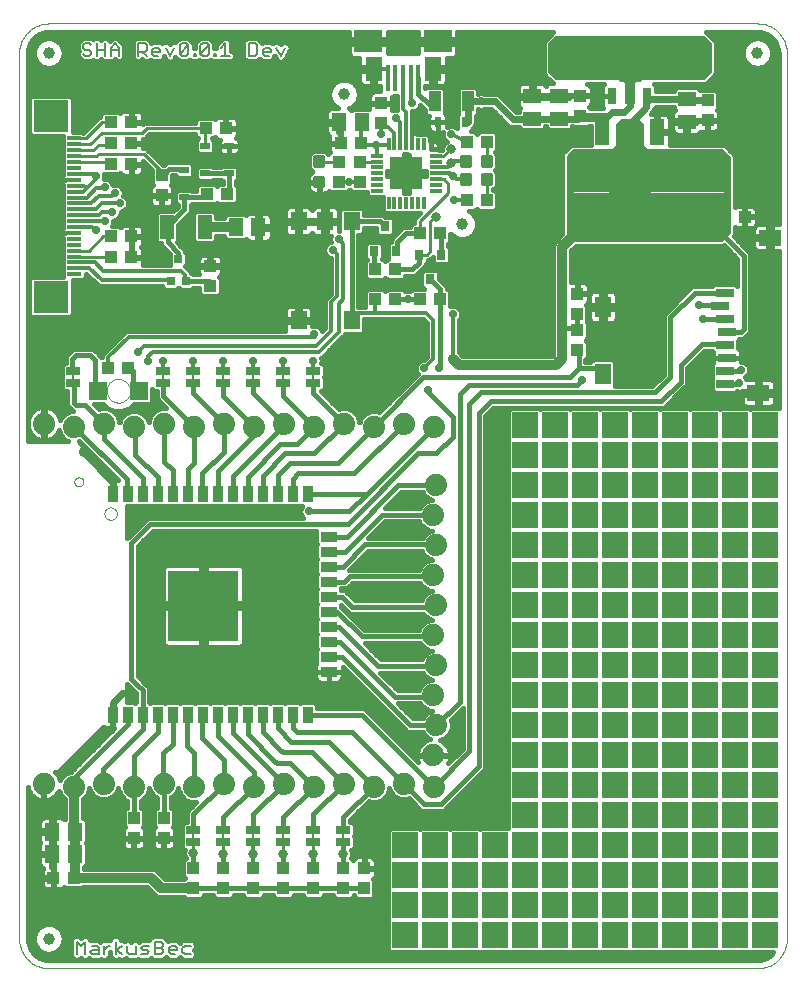
<source format=gtl>
G75*
%MOIN*%
%OFA0B0*%
%FSLAX24Y24*%
%IPPOS*%
%LPD*%
%AMOC8*
5,1,8,0,0,1.08239X$1,22.5*
%
%ADD10C,0.0000*%
%ADD11C,0.0080*%
%ADD12R,0.0118X0.0394*%
%ADD13R,0.1063X0.1063*%
%ADD14R,0.0171X0.0171*%
%ADD15R,0.0394X0.0118*%
%ADD16R,0.0177X0.0906*%
%ADD17R,0.0935X0.0748*%
%ADD18R,0.0581X0.0827*%
%ADD19R,0.0591X0.0512*%
%ADD20R,0.0394X0.0709*%
%ADD21R,0.0248X0.0327*%
%ADD22R,0.0315X0.0354*%
%ADD23R,0.0394X0.0433*%
%ADD24R,0.0433X0.0394*%
%ADD25R,0.0276X0.0276*%
%ADD26R,0.0327X0.0248*%
%ADD27R,0.0512X0.0591*%
%ADD28R,0.1181X0.1063*%
%ADD29R,0.0472X0.0118*%
%ADD30R,0.0472X0.0787*%
%ADD31R,0.0315X0.0551*%
%ADD32C,0.0600*%
%ADD33R,0.0320X0.0550*%
%ADD34R,0.0320X0.0640*%
%ADD35R,0.0480X0.0880*%
%ADD36R,0.1417X0.0866*%
%ADD37R,0.0500X0.0250*%
%ADD38R,0.0551X0.0630*%
%ADD39R,0.0591X0.0591*%
%ADD40R,0.0551X0.0709*%
%ADD41R,0.0748X0.0551*%
%ADD42R,0.0591X0.0315*%
%ADD43C,0.0118*%
%ADD44C,0.0394*%
%ADD45R,0.0354X0.0551*%
%ADD46R,0.0551X0.0354*%
%ADD47R,0.2362X0.2362*%
%ADD48C,0.0740*%
%ADD49C,0.0160*%
%ADD50C,0.0120*%
%ADD51C,0.0277*%
%ADD52C,0.0100*%
%ADD53C,0.0240*%
%ADD54C,0.0356*%
%ADD55C,0.0320*%
%ADD56C,0.0320*%
%ADD57R,0.0860X0.0860*%
D10*
X000960Y001444D02*
X000960Y030972D01*
X000962Y031034D01*
X000968Y031095D01*
X000977Y031156D01*
X000991Y031217D01*
X001008Y031276D01*
X001029Y031334D01*
X001054Y031391D01*
X001082Y031446D01*
X001113Y031499D01*
X001148Y031550D01*
X001186Y031599D01*
X001227Y031646D01*
X001270Y031689D01*
X001317Y031730D01*
X001366Y031768D01*
X001417Y031803D01*
X001470Y031834D01*
X001525Y031862D01*
X001582Y031887D01*
X001640Y031908D01*
X001699Y031925D01*
X001760Y031939D01*
X001821Y031948D01*
X001882Y031954D01*
X001944Y031956D01*
X025567Y031956D01*
X025629Y031954D01*
X025690Y031948D01*
X025751Y031939D01*
X025812Y031925D01*
X025871Y031908D01*
X025929Y031887D01*
X025986Y031862D01*
X026041Y031834D01*
X026094Y031803D01*
X026145Y031768D01*
X026194Y031730D01*
X026241Y031689D01*
X026284Y031646D01*
X026325Y031599D01*
X026363Y031550D01*
X026398Y031499D01*
X026429Y031446D01*
X026457Y031391D01*
X026482Y031334D01*
X026503Y031276D01*
X026520Y031217D01*
X026534Y031156D01*
X026543Y031095D01*
X026549Y031034D01*
X026551Y030972D01*
X026551Y001444D01*
X026549Y001382D01*
X026543Y001321D01*
X026534Y001260D01*
X026520Y001199D01*
X026503Y001140D01*
X026482Y001082D01*
X026457Y001025D01*
X026429Y000970D01*
X026398Y000917D01*
X026363Y000866D01*
X026325Y000817D01*
X026284Y000770D01*
X026241Y000727D01*
X026194Y000686D01*
X026145Y000648D01*
X026094Y000613D01*
X026041Y000582D01*
X025986Y000554D01*
X025929Y000529D01*
X025871Y000508D01*
X025812Y000491D01*
X025751Y000477D01*
X025690Y000468D01*
X025629Y000462D01*
X025567Y000460D01*
X001944Y000460D01*
X001882Y000462D01*
X001821Y000468D01*
X001760Y000477D01*
X001699Y000491D01*
X001640Y000508D01*
X001582Y000529D01*
X001525Y000554D01*
X001470Y000582D01*
X001417Y000613D01*
X001366Y000648D01*
X001317Y000686D01*
X001270Y000727D01*
X001227Y000770D01*
X001186Y000817D01*
X001148Y000866D01*
X001113Y000917D01*
X001082Y000970D01*
X001054Y001025D01*
X001029Y001082D01*
X001008Y001140D01*
X000991Y001199D01*
X000977Y001260D01*
X000968Y001321D01*
X000962Y001382D01*
X000960Y001444D01*
X003799Y015619D02*
X003801Y015647D01*
X003807Y015675D01*
X003816Y015701D01*
X003829Y015727D01*
X003845Y015750D01*
X003865Y015770D01*
X003887Y015788D01*
X003911Y015803D01*
X003937Y015814D01*
X003964Y015822D01*
X003992Y015826D01*
X004020Y015826D01*
X004048Y015822D01*
X004075Y015814D01*
X004101Y015803D01*
X004125Y015788D01*
X004147Y015770D01*
X004167Y015750D01*
X004183Y015727D01*
X004196Y015701D01*
X004205Y015675D01*
X004211Y015647D01*
X004213Y015619D01*
X004211Y015591D01*
X004205Y015563D01*
X004196Y015537D01*
X004183Y015511D01*
X004167Y015488D01*
X004147Y015468D01*
X004125Y015450D01*
X004101Y015435D01*
X004075Y015424D01*
X004048Y015416D01*
X004020Y015412D01*
X003992Y015412D01*
X003964Y015416D01*
X003937Y015424D01*
X003911Y015435D01*
X003887Y015450D01*
X003865Y015468D01*
X003845Y015488D01*
X003829Y015511D01*
X003816Y015537D01*
X003807Y015563D01*
X003801Y015591D01*
X003799Y015619D01*
X002800Y016677D02*
X002802Y016701D01*
X002808Y016724D01*
X002817Y016746D01*
X002830Y016766D01*
X002845Y016784D01*
X002864Y016799D01*
X002885Y016811D01*
X002907Y016819D01*
X002930Y016824D01*
X002954Y016825D01*
X002978Y016822D01*
X003000Y016815D01*
X003022Y016805D01*
X003042Y016792D01*
X003059Y016775D01*
X003073Y016756D01*
X003084Y016735D01*
X003092Y016712D01*
X003096Y016689D01*
X003096Y016665D01*
X003092Y016642D01*
X003084Y016619D01*
X003073Y016598D01*
X003059Y016579D01*
X003042Y016562D01*
X003022Y016549D01*
X003000Y016539D01*
X002978Y016532D01*
X002954Y016529D01*
X002930Y016530D01*
X002907Y016535D01*
X002885Y016543D01*
X002864Y016555D01*
X002845Y016570D01*
X002830Y016588D01*
X002817Y016608D01*
X002808Y016630D01*
X002802Y016653D01*
X002800Y016677D01*
X003873Y019712D02*
X003875Y019751D01*
X003881Y019790D01*
X003891Y019828D01*
X003904Y019865D01*
X003921Y019900D01*
X003941Y019934D01*
X003965Y019965D01*
X003992Y019994D01*
X004021Y020020D01*
X004053Y020043D01*
X004087Y020063D01*
X004123Y020079D01*
X004160Y020091D01*
X004199Y020100D01*
X004238Y020105D01*
X004277Y020106D01*
X004316Y020103D01*
X004355Y020096D01*
X004392Y020085D01*
X004429Y020071D01*
X004464Y020053D01*
X004497Y020032D01*
X004528Y020007D01*
X004556Y019980D01*
X004581Y019950D01*
X004603Y019917D01*
X004622Y019883D01*
X004637Y019847D01*
X004649Y019809D01*
X004657Y019771D01*
X004661Y019732D01*
X004661Y019692D01*
X004657Y019653D01*
X004649Y019615D01*
X004637Y019577D01*
X004622Y019541D01*
X004603Y019507D01*
X004581Y019474D01*
X004556Y019444D01*
X004528Y019417D01*
X004497Y019392D01*
X004464Y019371D01*
X004429Y019353D01*
X004392Y019339D01*
X004355Y019328D01*
X004316Y019321D01*
X004277Y019318D01*
X004238Y019319D01*
X004199Y019324D01*
X004160Y019333D01*
X004123Y019345D01*
X004087Y019361D01*
X004053Y019381D01*
X004021Y019404D01*
X003992Y019430D01*
X003965Y019459D01*
X003941Y019490D01*
X003921Y019524D01*
X003904Y019559D01*
X003891Y019596D01*
X003881Y019634D01*
X003875Y019673D01*
X003873Y019712D01*
D11*
X002760Y020010D02*
X002760Y020310D01*
X005760Y020310D02*
X005760Y020010D01*
X006760Y020010D02*
X006760Y020310D01*
X007760Y020310D02*
X007760Y020010D01*
X008760Y020010D02*
X008760Y020310D01*
X009760Y020310D02*
X009760Y020010D01*
X010760Y020010D02*
X010760Y020310D01*
X009672Y030874D02*
X009813Y031154D01*
X009532Y031154D02*
X009672Y030874D01*
X009352Y031014D02*
X009072Y031014D01*
X009072Y030944D02*
X009072Y031084D01*
X009142Y031154D01*
X009282Y031154D01*
X009352Y031084D01*
X009352Y031014D01*
X009282Y030874D02*
X009142Y030874D01*
X009072Y030944D01*
X008892Y030944D02*
X008892Y031224D01*
X008822Y031294D01*
X008612Y031294D01*
X008612Y030874D01*
X008822Y030874D01*
X008892Y030944D01*
X007971Y030874D02*
X007691Y030874D01*
X007831Y030874D02*
X007831Y031294D01*
X007691Y031154D01*
X007531Y030944D02*
X007531Y030874D01*
X007461Y030874D01*
X007461Y030944D01*
X007531Y030944D01*
X007280Y030944D02*
X007280Y031224D01*
X007000Y030944D01*
X007070Y030874D01*
X007210Y030874D01*
X007280Y030944D01*
X007000Y030944D02*
X007000Y031224D01*
X007070Y031294D01*
X007210Y031294D01*
X007280Y031224D01*
X006840Y030944D02*
X006840Y030874D01*
X006770Y030874D01*
X006770Y030944D01*
X006840Y030944D01*
X006590Y030944D02*
X006520Y030874D01*
X006380Y030874D01*
X006310Y030944D01*
X006590Y031224D01*
X006590Y030944D01*
X006590Y031224D02*
X006520Y031294D01*
X006380Y031294D01*
X006310Y031224D01*
X006310Y030944D01*
X006129Y031154D02*
X005989Y030874D01*
X005849Y031154D01*
X005669Y031084D02*
X005669Y031014D01*
X005389Y031014D01*
X005389Y030944D02*
X005389Y031084D01*
X005459Y031154D01*
X005599Y031154D01*
X005669Y031084D01*
X005599Y030874D02*
X005459Y030874D01*
X005389Y030944D01*
X005209Y030874D02*
X005069Y031014D01*
X005139Y031014D02*
X004928Y031014D01*
X004928Y030874D02*
X004928Y031294D01*
X005139Y031294D01*
X005209Y031224D01*
X005209Y031084D01*
X005139Y031014D01*
X004288Y031084D02*
X004008Y031084D01*
X004008Y031154D02*
X004008Y030874D01*
X003827Y030874D02*
X003827Y031294D01*
X003827Y031084D02*
X003547Y031084D01*
X003367Y031014D02*
X003367Y030944D01*
X003297Y030874D01*
X003157Y030874D01*
X003087Y030944D01*
X003157Y031084D02*
X003087Y031154D01*
X003087Y031224D01*
X003157Y031294D01*
X003297Y031294D01*
X003367Y031224D01*
X003297Y031084D02*
X003367Y031014D01*
X003297Y031084D02*
X003157Y031084D01*
X003547Y030874D02*
X003547Y031294D01*
X004008Y031154D02*
X004148Y031294D01*
X004288Y031154D01*
X004288Y030874D01*
X006760Y005010D02*
X006760Y004710D01*
X007760Y004710D02*
X007760Y005010D01*
X008760Y005010D02*
X008760Y004710D01*
X009760Y004710D02*
X009760Y005010D01*
X010760Y005010D02*
X010760Y004710D01*
X011760Y004710D02*
X011760Y005010D01*
X006680Y001213D02*
X006470Y001213D01*
X006400Y001143D01*
X006400Y001003D01*
X006470Y000933D01*
X006680Y000933D01*
X006220Y001073D02*
X005940Y001073D01*
X005940Y001003D02*
X005940Y001143D01*
X006010Y001213D01*
X006150Y001213D01*
X006220Y001143D01*
X006220Y001073D01*
X006150Y000933D02*
X006010Y000933D01*
X005940Y001003D01*
X005759Y001003D02*
X005689Y000933D01*
X005479Y000933D01*
X005479Y001353D01*
X005689Y001353D01*
X005759Y001283D01*
X005759Y001213D01*
X005689Y001143D01*
X005479Y001143D01*
X005299Y001213D02*
X005089Y001213D01*
X005019Y001143D01*
X005089Y001073D01*
X005229Y001073D01*
X005299Y001003D01*
X005229Y000933D01*
X005019Y000933D01*
X004839Y000933D02*
X004839Y001213D01*
X004839Y000933D02*
X004628Y000933D01*
X004558Y001003D01*
X004558Y001213D01*
X004385Y001213D02*
X004175Y001073D01*
X004385Y000933D01*
X004175Y000933D02*
X004175Y001353D01*
X004001Y001213D02*
X003931Y001213D01*
X003791Y001073D01*
X003791Y000933D02*
X003791Y001213D01*
X003611Y001143D02*
X003611Y000933D01*
X003401Y000933D01*
X003331Y001003D01*
X003401Y001073D01*
X003611Y001073D01*
X003611Y001143D02*
X003541Y001213D01*
X003401Y001213D01*
X003151Y001353D02*
X003151Y000933D01*
X002870Y000933D02*
X002870Y001353D01*
X003010Y001213D01*
X003151Y001353D01*
X005689Y001143D02*
X005759Y001073D01*
X005759Y001003D01*
D12*
X013270Y025976D03*
X013467Y025976D03*
X013663Y025976D03*
X013860Y025976D03*
X014057Y025976D03*
X014254Y025976D03*
X014451Y025976D03*
X014451Y027944D03*
X014254Y027944D03*
X014057Y027944D03*
X013860Y027944D03*
X013663Y027944D03*
X013467Y027944D03*
X013270Y027944D03*
D13*
X013860Y026960D03*
D14*
X014688Y027788D03*
D15*
X014844Y027551D03*
X014844Y027354D03*
X014844Y027157D03*
X014844Y026960D03*
X014844Y026763D03*
X014844Y026566D03*
X014844Y026369D03*
X012876Y026369D03*
X012876Y026566D03*
X012876Y026763D03*
X012876Y026960D03*
X012876Y027157D03*
X012876Y027354D03*
X012876Y027551D03*
D16*
X013244Y030140D03*
X013500Y030140D03*
X013756Y030140D03*
X014011Y030140D03*
X014267Y030140D03*
D17*
X014917Y031360D03*
X012594Y031360D03*
D18*
X012771Y030454D03*
X014740Y030454D03*
D19*
X018060Y029534D03*
X018060Y028786D03*
X018960Y028786D03*
X018960Y029534D03*
X023210Y029434D03*
X023210Y028686D03*
D20*
X015911Y029360D03*
X014809Y029360D03*
D21*
X014907Y028660D03*
X015813Y028660D03*
D22*
X013160Y025193D03*
X012786Y024366D03*
X013534Y024366D03*
X014286Y024254D03*
X015034Y024254D03*
X014660Y023427D03*
D23*
X014326Y022760D03*
X014995Y022760D03*
X013495Y022760D03*
X012826Y022760D03*
X012826Y023760D03*
X013495Y023760D03*
X014326Y024960D03*
X014995Y024960D03*
X015876Y026060D03*
X016545Y026060D03*
X016545Y028010D03*
X015876Y028010D03*
X013010Y028625D03*
X013010Y029295D03*
X019660Y029545D03*
X019660Y028875D03*
X023910Y028725D03*
X023910Y029395D03*
X019560Y022945D03*
X019560Y022275D03*
X005710Y026225D03*
X005710Y026895D03*
X004595Y020478D03*
X003926Y020478D03*
X004784Y005466D03*
X004784Y004797D03*
X005784Y004797D03*
X005784Y005466D03*
X012460Y003795D03*
X012460Y003125D03*
D24*
X011760Y003125D03*
X011760Y003795D03*
X010760Y003795D03*
X010760Y003125D03*
X009760Y003125D03*
X009760Y003795D03*
X008760Y003795D03*
X008760Y003125D03*
X007760Y003125D03*
X007760Y003795D03*
X006760Y003795D03*
X006760Y003125D03*
X002772Y003471D03*
X002103Y003471D03*
X007321Y023204D03*
X007321Y023873D03*
X007226Y026260D03*
X007895Y026260D03*
X007845Y028460D03*
X007176Y028460D03*
X004695Y028660D03*
X004026Y028660D03*
X004026Y027960D03*
X004695Y027960D03*
X004695Y027260D03*
X004026Y027260D03*
X004026Y024860D03*
X004695Y024860D03*
X004695Y024160D03*
X004026Y024160D03*
X011610Y026675D03*
X011610Y027345D03*
X011676Y027960D03*
X012345Y027960D03*
X012310Y027345D03*
X012310Y026675D03*
X019560Y021745D03*
X019560Y021075D03*
X024476Y025510D03*
X025145Y025510D03*
D25*
X006516Y023364D03*
X006004Y023364D03*
X006260Y024092D03*
D26*
X006460Y026157D03*
X006460Y027063D03*
X007160Y026957D03*
X007960Y026957D03*
X007960Y027863D03*
X007160Y027863D03*
D27*
X008186Y025160D03*
X008934Y025160D03*
X011636Y028660D03*
X012384Y028660D03*
X002811Y005021D03*
X002063Y005021D03*
X002063Y004271D03*
X002811Y004271D03*
D28*
X002017Y022836D03*
X002017Y028884D03*
D29*
X002796Y028124D03*
X002796Y027927D03*
X002796Y027730D03*
X002796Y027533D03*
X002796Y027336D03*
X002796Y027140D03*
X002796Y026943D03*
X002796Y026746D03*
X002796Y026549D03*
X002796Y026352D03*
X002796Y026155D03*
X002796Y025958D03*
X002796Y025762D03*
X002796Y025565D03*
X002796Y025368D03*
X002796Y025171D03*
X002796Y024974D03*
X002796Y024777D03*
X002796Y024580D03*
X002796Y024384D03*
X002796Y024187D03*
X002796Y023990D03*
X002796Y023793D03*
X002796Y023596D03*
D30*
X005880Y025160D03*
X007140Y025160D03*
D31*
X020720Y029530D03*
X021900Y029530D03*
D32*
X021410Y030262D02*
X021210Y030262D01*
X021210Y031098D01*
X021410Y031098D01*
X021410Y030262D01*
X021410Y030861D02*
X021210Y030861D01*
D33*
X021310Y029530D03*
D34*
X021310Y029960D03*
D35*
X021310Y028330D03*
X020400Y028330D03*
X022220Y028330D03*
D36*
X021310Y025890D03*
D37*
X010760Y020360D03*
X010760Y019960D03*
X009760Y019960D03*
X009760Y020360D03*
X008760Y020360D03*
X008760Y019960D03*
X007760Y019960D03*
X007760Y020360D03*
X006760Y020360D03*
X006760Y019960D03*
X005760Y019960D03*
X005760Y020360D03*
X002760Y020360D03*
X002760Y019960D03*
X006760Y005060D03*
X006760Y004660D03*
X007760Y004660D03*
X007760Y005060D03*
X008760Y005060D03*
X008760Y004660D03*
X009760Y004660D03*
X009760Y005060D03*
X010760Y005060D03*
X010760Y004660D03*
X011760Y004660D03*
X011760Y005060D03*
D38*
X012046Y022056D03*
X010274Y022056D03*
X010274Y025364D03*
X011160Y025364D03*
X012046Y025364D03*
D39*
X004951Y019705D03*
X003573Y019705D03*
D40*
X020418Y020267D03*
X020418Y022511D03*
D41*
X025595Y019637D03*
X025989Y024814D03*
D42*
X024473Y022980D03*
X024315Y022547D03*
X024473Y022114D03*
X024552Y021680D03*
X024473Y021247D03*
X024552Y020814D03*
X024473Y020381D03*
X024473Y019948D03*
D43*
X016694Y026622D02*
X016694Y026898D01*
X016694Y026622D02*
X016418Y026622D01*
X016418Y026898D01*
X016694Y026898D01*
X016694Y026739D02*
X016418Y026739D01*
X016418Y026856D02*
X016694Y026856D01*
X016694Y027222D02*
X016694Y027498D01*
X016694Y027222D02*
X016418Y027222D01*
X016418Y027498D01*
X016694Y027498D01*
X016694Y027339D02*
X016418Y027339D01*
X016418Y027456D02*
X016694Y027456D01*
X016003Y027498D02*
X016003Y027222D01*
X015727Y027222D01*
X015727Y027498D01*
X016003Y027498D01*
X016003Y027339D02*
X015727Y027339D01*
X015727Y027456D02*
X016003Y027456D01*
X016003Y026898D02*
X016003Y026622D01*
X015727Y026622D01*
X015727Y026898D01*
X016003Y026898D01*
X016003Y026739D02*
X015727Y026739D01*
X015727Y026856D02*
X016003Y026856D01*
X011098Y026803D02*
X010822Y026803D01*
X011098Y026803D02*
X011098Y026527D01*
X010822Y026527D01*
X010822Y026803D01*
X010822Y026644D02*
X011098Y026644D01*
X011098Y026761D02*
X010822Y026761D01*
X010822Y027493D02*
X011098Y027493D01*
X011098Y027217D01*
X010822Y027217D01*
X010822Y027493D01*
X010822Y027334D02*
X011098Y027334D01*
X011098Y027451D02*
X010822Y027451D01*
D44*
X011787Y029594D03*
X015724Y025263D03*
X025567Y030972D03*
X001944Y030972D03*
X001944Y001444D03*
D45*
X004074Y008917D03*
X004574Y008917D03*
X005074Y008917D03*
X005574Y008917D03*
X006074Y008917D03*
X006574Y008917D03*
X007074Y008917D03*
X007574Y008917D03*
X008074Y008917D03*
X008574Y008917D03*
X009074Y008917D03*
X009574Y008917D03*
X010074Y008917D03*
X010574Y008917D03*
X010574Y016279D03*
X010074Y016279D03*
X009574Y016279D03*
X009074Y016279D03*
X008574Y016279D03*
X008074Y016279D03*
X007574Y016279D03*
X007074Y016279D03*
X006574Y016279D03*
X006074Y016279D03*
X005574Y016279D03*
X005074Y016279D03*
X004574Y016279D03*
X004074Y016279D03*
D46*
X011283Y014846D03*
X011283Y014346D03*
X011283Y013846D03*
X011283Y013346D03*
X011283Y012846D03*
X011283Y012346D03*
X011283Y011846D03*
X011283Y011346D03*
X011283Y010846D03*
X011283Y010346D03*
D47*
X007102Y012547D03*
D48*
X007779Y006612D03*
X008779Y006512D03*
X009779Y006612D03*
X010779Y006512D03*
X011779Y006612D03*
X012779Y006512D03*
X013779Y006612D03*
X014779Y006512D03*
X014769Y007562D03*
X014869Y008562D03*
X014769Y009562D03*
X014869Y010562D03*
X014769Y011562D03*
X014869Y012562D03*
X014769Y013562D03*
X014869Y014562D03*
X014769Y015562D03*
X014869Y016562D03*
X014787Y018520D03*
X013787Y018620D03*
X012787Y018520D03*
X011787Y018620D03*
X010787Y018520D03*
X009787Y018620D03*
X008787Y018520D03*
X007787Y018620D03*
X006787Y018520D03*
X005787Y018620D03*
X004787Y018520D03*
X003787Y018620D03*
X002787Y018520D03*
X001787Y018620D03*
X001779Y006612D03*
X002779Y006512D03*
X003779Y006612D03*
X004779Y006512D03*
X005779Y006612D03*
X006779Y006512D03*
D49*
X001317Y001125D02*
X001447Y000946D01*
X001625Y000817D01*
X001834Y000749D01*
X001944Y000740D01*
X025567Y000740D01*
X025677Y000749D01*
X025886Y000817D01*
X026065Y000946D01*
X026099Y000994D01*
X025325Y000994D01*
X025313Y001006D01*
X025301Y000994D01*
X024325Y000994D01*
X024313Y001006D01*
X024301Y000994D01*
X023325Y000994D01*
X023313Y001006D01*
X023301Y000994D01*
X022325Y000994D01*
X022313Y001006D01*
X022301Y000994D01*
X021325Y000994D01*
X021313Y001006D01*
X021301Y000994D01*
X020325Y000994D01*
X020313Y001006D01*
X020301Y000994D01*
X019325Y000994D01*
X019313Y001006D01*
X019301Y000994D01*
X018325Y000994D01*
X018313Y001006D01*
X018301Y000994D01*
X017325Y000994D01*
X017313Y001006D01*
X017301Y000994D01*
X016325Y000994D01*
X016313Y001006D01*
X016301Y000994D01*
X015325Y000994D01*
X015313Y001006D01*
X015301Y000994D01*
X014325Y000994D01*
X014313Y001006D01*
X014301Y000994D01*
X013325Y000994D01*
X013243Y001076D01*
X013243Y002052D01*
X013255Y002064D01*
X013243Y002076D01*
X013243Y003052D01*
X013255Y003064D01*
X013243Y003076D01*
X013243Y004052D01*
X013255Y004064D01*
X013243Y004076D01*
X013243Y005052D01*
X013325Y005134D01*
X014301Y005134D01*
X014313Y005122D01*
X014325Y005134D01*
X015301Y005134D01*
X015313Y005122D01*
X015325Y005134D01*
X016301Y005134D01*
X016313Y005122D01*
X016325Y005134D01*
X017243Y005134D01*
X017243Y006052D01*
X017255Y006064D01*
X017243Y006076D01*
X017243Y007052D01*
X017255Y007064D01*
X017243Y007076D01*
X017243Y008052D01*
X017255Y008064D01*
X017243Y008076D01*
X017243Y009052D01*
X017255Y009064D01*
X017243Y009076D01*
X017243Y010052D01*
X017255Y010064D01*
X017243Y010076D01*
X017243Y011052D01*
X017255Y011064D01*
X017243Y011076D01*
X017243Y012052D01*
X017255Y012064D01*
X017243Y012076D01*
X017243Y013052D01*
X017255Y013064D01*
X017243Y013076D01*
X017243Y014052D01*
X017255Y014064D01*
X017243Y014076D01*
X017243Y015052D01*
X017255Y015064D01*
X017243Y015076D01*
X017243Y016052D01*
X017255Y016064D01*
X017243Y016076D01*
X017243Y017052D01*
X017255Y017064D01*
X017243Y017076D01*
X017243Y018052D01*
X017255Y018064D01*
X017243Y018076D01*
X017243Y019052D01*
X017325Y019134D01*
X018301Y019134D01*
X018313Y019122D01*
X018325Y019134D01*
X019301Y019134D01*
X019313Y019122D01*
X019325Y019134D01*
X020301Y019134D01*
X020313Y019122D01*
X020325Y019134D01*
X021301Y019134D01*
X021313Y019122D01*
X021325Y019134D01*
X022301Y019134D01*
X022313Y019122D01*
X022325Y019134D01*
X023301Y019134D01*
X023313Y019122D01*
X023325Y019134D01*
X024301Y019134D01*
X024313Y019122D01*
X024325Y019134D01*
X025301Y019134D01*
X025313Y019122D01*
X025325Y019134D01*
X026271Y019134D01*
X026271Y024359D01*
X026046Y024359D01*
X026046Y024757D01*
X025931Y024757D01*
X025435Y024757D01*
X025435Y024515D01*
X025447Y024469D01*
X025471Y024428D01*
X025504Y024395D01*
X025545Y024371D01*
X025591Y024359D01*
X025931Y024359D01*
X025931Y024757D01*
X025931Y024872D01*
X025931Y025270D01*
X025591Y025270D01*
X025545Y025258D01*
X025531Y025249D01*
X025541Y025289D01*
X025541Y025492D01*
X025163Y025492D01*
X025163Y025528D01*
X025541Y025528D01*
X025541Y025731D01*
X025529Y025776D01*
X025505Y025817D01*
X025472Y025851D01*
X025431Y025875D01*
X025385Y025887D01*
X025163Y025887D01*
X025163Y025528D01*
X025126Y025528D01*
X025126Y025887D01*
X024905Y025887D01*
X024859Y025875D01*
X024820Y025852D01*
X024820Y027512D01*
X024781Y027607D01*
X024708Y027680D01*
X024508Y027880D01*
X024412Y027920D01*
X022640Y027920D01*
X022640Y028290D01*
X022260Y028290D01*
X022260Y028370D01*
X022180Y028370D01*
X022180Y028950D01*
X022018Y028950D01*
X022081Y029013D01*
X022120Y029108D01*
X022120Y029119D01*
X022175Y029174D01*
X022775Y029174D01*
X022775Y029120D01*
X022807Y029088D01*
X022804Y029086D01*
X022771Y029052D01*
X022747Y029011D01*
X022735Y028966D01*
X022735Y028734D01*
X023162Y028734D01*
X023162Y028638D01*
X022735Y028638D01*
X022735Y028406D01*
X022747Y028361D01*
X022771Y028320D01*
X022804Y028286D01*
X022845Y028262D01*
X022891Y028250D01*
X023162Y028250D01*
X023162Y028638D01*
X023258Y028638D01*
X023258Y028250D01*
X023529Y028250D01*
X023575Y028262D01*
X023616Y028286D01*
X023650Y028320D01*
X023660Y028337D01*
X023690Y028329D01*
X023892Y028329D01*
X023892Y028707D01*
X023929Y028707D01*
X023929Y028744D01*
X024287Y028744D01*
X024287Y028966D01*
X024275Y029011D01*
X024251Y029052D01*
X024218Y029086D01*
X024215Y029088D01*
X024247Y029120D01*
X024247Y029669D01*
X024165Y029751D01*
X023655Y029751D01*
X023646Y029741D01*
X023646Y029748D01*
X023563Y029830D01*
X022857Y029830D01*
X022775Y029748D01*
X022775Y029694D01*
X022198Y029694D01*
X022198Y029864D01*
X022122Y029940D01*
X023851Y029940D01*
X023980Y030069D01*
X024180Y030269D01*
X024180Y031351D01*
X024051Y031480D01*
X023855Y031676D01*
X025567Y031676D01*
X025677Y031667D01*
X025886Y031599D01*
X026065Y031470D01*
X026194Y031292D01*
X026262Y031082D01*
X026271Y030972D01*
X026271Y025270D01*
X026046Y025270D01*
X026046Y024872D01*
X025931Y024872D01*
X025435Y024872D01*
X025435Y025114D01*
X025445Y025154D01*
X025431Y025145D01*
X025385Y025133D01*
X025163Y025133D01*
X025163Y025492D01*
X025126Y025492D01*
X025126Y025133D01*
X024905Y025133D01*
X024859Y025145D01*
X024820Y025168D01*
X024820Y024958D01*
X024781Y024863D01*
X024775Y024857D01*
X025330Y024301D01*
X025330Y021669D01*
X025201Y021540D01*
X025101Y021440D01*
X024962Y021440D01*
X024908Y021386D01*
X024908Y021142D01*
X024916Y021140D01*
X024957Y021116D01*
X024991Y021082D01*
X025015Y021041D01*
X025027Y020996D01*
X025027Y020814D01*
X024552Y020814D01*
X024552Y020814D01*
X025027Y020814D01*
X025027Y020689D01*
X025066Y020689D01*
X025168Y020646D01*
X025247Y020568D01*
X025289Y020465D01*
X025289Y020355D01*
X025247Y020252D01*
X025168Y020174D01*
X025149Y020166D01*
X025197Y020118D01*
X025207Y020093D01*
X025537Y020093D01*
X025537Y019695D01*
X025537Y019579D01*
X025653Y019579D01*
X025653Y019695D01*
X026149Y019695D01*
X026149Y019936D01*
X026137Y019982D01*
X026113Y020023D01*
X026079Y020057D01*
X026038Y020080D01*
X025993Y020093D01*
X025653Y020093D01*
X025653Y019695D01*
X025537Y019695D01*
X025049Y019695D01*
X025016Y019681D01*
X024905Y019681D01*
X024871Y019695D01*
X024826Y019651D01*
X024120Y019651D01*
X024038Y019733D01*
X024038Y020164D01*
X024039Y020165D01*
X024038Y020166D01*
X024038Y020597D01*
X024076Y020635D01*
X024076Y020814D01*
X024552Y020814D01*
X024552Y020814D01*
X024076Y020814D01*
X024076Y020993D01*
X024038Y021032D01*
X024038Y021040D01*
X023801Y021040D01*
X023230Y020469D01*
X023230Y019919D01*
X023101Y019790D01*
X022451Y019140D01*
X016762Y019140D01*
X016495Y018873D01*
X016495Y007101D01*
X015235Y005841D01*
X015106Y005712D01*
X014368Y005712D01*
X013949Y006131D01*
X013881Y006102D01*
X013678Y006102D01*
X013490Y006180D01*
X013347Y006323D01*
X013289Y006463D01*
X013289Y006411D01*
X013211Y006223D01*
X013068Y006080D01*
X012881Y006002D01*
X012678Y006002D01*
X012609Y006031D01*
X011980Y005402D01*
X011980Y005325D01*
X012068Y005325D01*
X012150Y005243D01*
X012150Y004877D01*
X012133Y004860D01*
X012150Y004843D01*
X012150Y004477D01*
X012068Y004395D01*
X012029Y004395D01*
X012060Y004320D01*
X012060Y004200D01*
X012032Y004131D01*
X012035Y004131D01*
X012094Y004073D01*
X012096Y004081D01*
X012119Y004122D01*
X012153Y004155D01*
X012194Y004179D01*
X012240Y004191D01*
X012442Y004191D01*
X012442Y003813D01*
X012479Y003813D01*
X012837Y003813D01*
X012837Y004035D01*
X012825Y004081D01*
X012801Y004122D01*
X012768Y004155D01*
X012727Y004179D01*
X012681Y004191D01*
X012479Y004191D01*
X012479Y003813D01*
X012479Y003776D01*
X012837Y003776D01*
X012837Y003554D01*
X012825Y003509D01*
X012801Y003468D01*
X012768Y003434D01*
X012765Y003432D01*
X012797Y003400D01*
X012797Y002851D01*
X012715Y002769D01*
X012205Y002769D01*
X012123Y002851D01*
X012123Y002917D01*
X012117Y002917D01*
X012117Y002871D01*
X012035Y002789D01*
X011486Y002789D01*
X011404Y002871D01*
X011404Y002905D01*
X011117Y002905D01*
X011117Y002871D01*
X011035Y002789D01*
X010486Y002789D01*
X010404Y002871D01*
X010404Y002905D01*
X010117Y002905D01*
X010117Y002871D01*
X010035Y002789D01*
X009486Y002789D01*
X009404Y002871D01*
X009404Y002905D01*
X009117Y002905D01*
X009117Y002871D01*
X009035Y002789D01*
X008486Y002789D01*
X008404Y002871D01*
X008404Y002905D01*
X008117Y002905D01*
X008117Y002871D01*
X008035Y002789D01*
X007486Y002789D01*
X007404Y002871D01*
X007404Y002905D01*
X007117Y002905D01*
X007117Y002871D01*
X007035Y002789D01*
X006486Y002789D01*
X006449Y002825D01*
X005991Y002825D01*
X005963Y002837D01*
X005625Y002837D01*
X005515Y002883D01*
X005430Y002967D01*
X005226Y003171D01*
X003083Y003171D01*
X003047Y003135D01*
X002498Y003135D01*
X002465Y003167D01*
X002463Y003164D01*
X002430Y003131D01*
X002389Y003107D01*
X002343Y003095D01*
X002121Y003095D01*
X002121Y003453D01*
X002084Y003453D01*
X001706Y003453D01*
X001706Y003251D01*
X001718Y003205D01*
X001742Y003164D01*
X001776Y003131D01*
X001817Y003107D01*
X001863Y003095D01*
X002084Y003095D01*
X002084Y003453D01*
X002084Y003490D01*
X001706Y003490D01*
X001706Y003692D01*
X001718Y003738D01*
X001742Y003779D01*
X001765Y003801D01*
X001738Y003808D01*
X001697Y003832D01*
X001663Y003866D01*
X001640Y003907D01*
X001627Y003952D01*
X001627Y004223D01*
X002015Y004223D01*
X002111Y004223D01*
X002111Y003796D01*
X002121Y003796D01*
X002121Y003490D01*
X002084Y003490D01*
X002084Y003848D01*
X002015Y003848D01*
X002015Y004223D01*
X002015Y004319D01*
X001627Y004319D01*
X001627Y004590D01*
X001640Y004636D01*
X001646Y004646D01*
X001640Y004657D01*
X001627Y004702D01*
X001627Y004973D01*
X002015Y004973D01*
X002111Y004973D01*
X002111Y004319D01*
X002015Y004319D01*
X002015Y004747D01*
X002015Y004973D01*
X002015Y005069D01*
X001627Y005069D01*
X001627Y005340D01*
X001640Y005386D01*
X001663Y005427D01*
X001697Y005461D01*
X001738Y005484D01*
X001784Y005497D01*
X002015Y005497D01*
X002015Y005069D01*
X002111Y005069D01*
X002111Y005497D01*
X002343Y005497D01*
X002389Y005484D01*
X002430Y005461D01*
X002463Y005427D01*
X002465Y005424D01*
X002479Y005438D01*
X002479Y006091D01*
X002347Y006223D01*
X002280Y006384D01*
X002250Y006324D01*
X002199Y006254D01*
X002137Y006193D01*
X002067Y006142D01*
X001990Y006103D01*
X001908Y006076D01*
X001822Y006062D01*
X001799Y006062D01*
X001799Y006592D01*
X001759Y006592D01*
X001759Y006062D01*
X001736Y006062D01*
X001650Y006076D01*
X001568Y006103D01*
X001491Y006142D01*
X001421Y006193D01*
X001360Y006254D01*
X001309Y006324D01*
X001269Y006401D01*
X001243Y006484D01*
X001240Y006499D01*
X001240Y001444D01*
X001249Y001334D01*
X001317Y001125D01*
X001339Y001094D02*
X001589Y001094D01*
X001592Y001094D02*
X001594Y001092D01*
X001596Y001082D01*
X001624Y001062D01*
X001648Y001038D01*
X001658Y001038D01*
X001660Y001036D01*
X001664Y001027D01*
X001695Y001012D01*
X001723Y000992D01*
X001733Y000994D01*
X001735Y000993D01*
X001741Y000984D01*
X001774Y000975D01*
X001805Y000961D01*
X001815Y000964D01*
X001817Y000964D01*
X001824Y000956D01*
X001858Y000953D01*
X001891Y000944D01*
X001900Y000949D01*
X001902Y000949D01*
X001910Y000942D01*
X001944Y000945D01*
X001979Y000942D01*
X001987Y000949D01*
X001989Y000949D01*
X001998Y000944D01*
X002031Y000953D01*
X002065Y000956D01*
X002072Y000964D01*
X002074Y000964D01*
X002084Y000961D01*
X002115Y000975D01*
X002148Y000984D01*
X002154Y000993D01*
X002156Y000994D01*
X002166Y000992D01*
X002194Y001012D01*
X002225Y001027D01*
X002229Y001036D01*
X002231Y001038D01*
X002241Y001038D01*
X002265Y001062D01*
X002293Y001082D01*
X002295Y001092D01*
X002297Y001094D01*
X002307Y001095D01*
X002327Y001123D01*
X002351Y001148D01*
X002351Y001158D01*
X002352Y001160D01*
X002362Y001164D01*
X002377Y001195D01*
X002396Y001223D01*
X002395Y001233D01*
X002396Y001235D01*
X002405Y001240D01*
X002413Y001274D01*
X002428Y001305D01*
X002424Y001314D01*
X002425Y001317D01*
X002433Y001323D01*
X002436Y001358D01*
X002445Y001391D01*
X002440Y001400D01*
X002440Y001402D01*
X002447Y001410D01*
X002444Y001444D01*
X002447Y001478D01*
X002440Y001486D01*
X002440Y001489D01*
X002445Y001498D01*
X002436Y001531D01*
X002433Y001565D01*
X002425Y001572D01*
X002424Y001574D01*
X002428Y001584D01*
X002413Y001615D01*
X002405Y001648D01*
X002396Y001653D01*
X002395Y001655D01*
X002396Y001666D01*
X002377Y001694D01*
X002362Y001725D01*
X002352Y001728D01*
X002351Y001730D01*
X002351Y001741D01*
X002327Y001765D01*
X002307Y001793D01*
X002297Y001795D01*
X002295Y001797D01*
X002293Y001807D01*
X002265Y001827D01*
X002241Y001851D01*
X002231Y001851D01*
X002229Y001852D01*
X002225Y001862D01*
X002194Y001876D01*
X002166Y001896D01*
X002156Y001894D01*
X002154Y001895D01*
X002148Y001904D01*
X002115Y001913D01*
X002084Y001928D01*
X002074Y001924D01*
X002072Y001925D01*
X002065Y001933D01*
X002031Y001936D01*
X001998Y001945D01*
X001989Y001939D01*
X001987Y001940D01*
X001979Y001946D01*
X001944Y001943D01*
X001910Y001946D01*
X001902Y001940D01*
X001900Y001939D01*
X001891Y001945D01*
X001858Y001936D01*
X001824Y001933D01*
X001817Y001925D01*
X001815Y001924D01*
X001805Y001928D01*
X001774Y001913D01*
X001741Y001904D01*
X001735Y001895D01*
X001733Y001894D01*
X001723Y001896D01*
X001695Y001876D01*
X001664Y001862D01*
X001660Y001852D01*
X001658Y001851D01*
X001648Y001851D01*
X001624Y001827D01*
X001596Y001807D01*
X001594Y001797D01*
X001592Y001795D01*
X001582Y001793D01*
X001562Y001765D01*
X001538Y001741D01*
X001538Y001730D01*
X001537Y001728D01*
X001527Y001725D01*
X001512Y001694D01*
X001493Y001666D01*
X001494Y001655D01*
X001493Y001653D01*
X001484Y001648D01*
X001475Y001615D01*
X001461Y001584D01*
X001465Y001574D01*
X001464Y001572D01*
X001456Y001565D01*
X001453Y001531D01*
X001444Y001498D01*
X001449Y001489D01*
X001449Y001486D01*
X001442Y001478D01*
X001445Y001444D01*
X001442Y001410D01*
X001449Y001402D01*
X001449Y001400D01*
X001444Y001391D01*
X001453Y001358D01*
X001456Y001323D01*
X001464Y001317D01*
X001465Y001314D01*
X001461Y001305D01*
X001475Y001274D01*
X001484Y001240D01*
X001493Y001235D01*
X001494Y001233D01*
X001493Y001223D01*
X001512Y001195D01*
X001527Y001164D01*
X001537Y001160D01*
X001538Y001158D01*
X001538Y001148D01*
X001562Y001123D01*
X001582Y001095D01*
X001592Y001094D01*
X001481Y001253D02*
X001275Y001253D01*
X001243Y001411D02*
X001442Y001411D01*
X001461Y001570D02*
X001240Y001570D01*
X001240Y001728D02*
X001535Y001728D01*
X001709Y001887D02*
X001240Y001887D01*
X001240Y002045D02*
X013243Y002045D01*
X013243Y001887D02*
X002180Y001887D01*
X002354Y001728D02*
X013243Y001728D01*
X013243Y001570D02*
X002428Y001570D01*
X002446Y001411D02*
X002690Y001411D01*
X002690Y001428D02*
X002690Y001279D01*
X002690Y000859D01*
X002796Y000753D01*
X002945Y000753D01*
X003010Y000819D01*
X003076Y000753D01*
X003225Y000753D01*
X003276Y000804D01*
X003326Y000753D01*
X003686Y000753D01*
X003701Y000769D01*
X003717Y000753D01*
X003866Y000753D01*
X003971Y000859D01*
X003971Y000999D01*
X003993Y001021D01*
X003995Y001019D01*
X003995Y000859D01*
X004100Y000753D01*
X004249Y000753D01*
X004282Y000786D01*
X004347Y000742D01*
X004493Y000771D01*
X004510Y000797D01*
X004554Y000753D01*
X004913Y000753D01*
X004929Y000769D01*
X004944Y000753D01*
X005304Y000753D01*
X005354Y000804D01*
X005405Y000753D01*
X005764Y000753D01*
X005850Y000839D01*
X005865Y000823D01*
X005935Y000753D01*
X006224Y000753D01*
X006310Y000839D01*
X006395Y000753D01*
X006755Y000753D01*
X006860Y000859D01*
X006860Y001008D01*
X006795Y001073D01*
X006860Y001139D01*
X006860Y001288D01*
X006755Y001393D01*
X006395Y001393D01*
X006325Y001323D01*
X006310Y001308D01*
X006294Y001323D01*
X006224Y001393D01*
X005935Y001393D01*
X005920Y001378D01*
X005869Y001428D01*
X005765Y001532D01*
X005764Y001533D01*
X005764Y001533D01*
X005690Y001533D01*
X005615Y001533D01*
X005405Y001533D01*
X005299Y001428D01*
X005299Y001393D01*
X005014Y001393D01*
X004964Y001343D01*
X004913Y001393D01*
X004764Y001393D01*
X004699Y001328D01*
X004633Y001393D01*
X004484Y001393D01*
X004470Y001380D01*
X004355Y001403D01*
X004355Y001428D01*
X004249Y001533D01*
X004100Y001533D01*
X003995Y001428D01*
X003995Y001393D01*
X003717Y001393D01*
X003666Y001343D01*
X003615Y001393D01*
X003331Y001393D01*
X003331Y001428D01*
X003225Y001533D01*
X003076Y001533D01*
X003010Y001468D01*
X002947Y001532D01*
X002945Y001533D01*
X002796Y001533D01*
X002692Y001430D01*
X002690Y001428D01*
X002690Y001253D02*
X002408Y001253D01*
X002300Y001094D02*
X002690Y001094D01*
X002690Y000936D02*
X001461Y000936D01*
X001747Y000777D02*
X002772Y000777D01*
X002969Y000777D02*
X003052Y000777D01*
X003249Y000777D02*
X003302Y000777D01*
X003890Y000777D02*
X004076Y000777D01*
X003995Y000936D02*
X003971Y000936D01*
X004273Y000777D02*
X004295Y000777D01*
X004497Y000777D02*
X004530Y000777D01*
X004355Y001411D02*
X005299Y001411D01*
X005615Y001533D02*
X005615Y001533D01*
X005869Y001428D02*
X005869Y001428D01*
X005886Y001411D02*
X013243Y001411D01*
X013243Y001253D02*
X006860Y001253D01*
X006815Y001094D02*
X013243Y001094D01*
X013243Y002204D02*
X001240Y002204D01*
X001240Y002362D02*
X013243Y002362D01*
X013243Y002521D02*
X001240Y002521D01*
X001240Y002679D02*
X013243Y002679D01*
X013243Y002838D02*
X012784Y002838D01*
X012797Y002996D02*
X013243Y002996D01*
X013243Y003155D02*
X012797Y003155D01*
X012797Y003313D02*
X013243Y003313D01*
X013243Y003472D02*
X012803Y003472D01*
X012837Y003630D02*
X013243Y003630D01*
X013243Y003789D02*
X012479Y003789D01*
X012479Y003947D02*
X012442Y003947D01*
X012442Y004106D02*
X012479Y004106D01*
X012810Y004106D02*
X013243Y004106D01*
X013243Y004264D02*
X012060Y004264D01*
X012061Y004106D02*
X012110Y004106D01*
X012096Y004423D02*
X013243Y004423D01*
X013243Y004581D02*
X012150Y004581D01*
X012150Y004740D02*
X013243Y004740D01*
X013243Y004898D02*
X012150Y004898D01*
X012150Y005057D02*
X013248Y005057D01*
X012893Y006008D02*
X014073Y006008D01*
X014231Y005849D02*
X012427Y005849D01*
X012585Y006008D02*
X012665Y006008D01*
X012268Y005691D02*
X017243Y005691D01*
X017243Y005849D02*
X015243Y005849D01*
X015402Y006008D02*
X017243Y006008D01*
X017243Y006166D02*
X015560Y006166D01*
X015719Y006325D02*
X017243Y006325D01*
X017243Y006483D02*
X015877Y006483D01*
X016036Y006642D02*
X017243Y006642D01*
X017243Y006800D02*
X016194Y006800D01*
X016353Y006959D02*
X017243Y006959D01*
X017243Y007117D02*
X016495Y007117D01*
X016495Y007276D02*
X017243Y007276D01*
X017243Y007434D02*
X016495Y007434D01*
X016495Y007593D02*
X017243Y007593D01*
X017243Y007751D02*
X016495Y007751D01*
X016495Y007910D02*
X017243Y007910D01*
X017251Y008068D02*
X016495Y008068D01*
X016495Y008227D02*
X017243Y008227D01*
X017243Y008385D02*
X016495Y008385D01*
X016495Y008544D02*
X017243Y008544D01*
X017243Y008702D02*
X016495Y008702D01*
X016495Y008861D02*
X017243Y008861D01*
X017243Y009019D02*
X016495Y009019D01*
X016495Y009178D02*
X017243Y009178D01*
X017243Y009336D02*
X016495Y009336D01*
X016495Y009495D02*
X017243Y009495D01*
X017243Y009653D02*
X016495Y009653D01*
X016495Y009812D02*
X017243Y009812D01*
X017243Y009970D02*
X016495Y009970D01*
X016495Y010129D02*
X017243Y010129D01*
X017243Y010287D02*
X016495Y010287D01*
X016495Y010446D02*
X017243Y010446D01*
X017243Y010604D02*
X016495Y010604D01*
X016495Y010763D02*
X017243Y010763D01*
X017243Y010921D02*
X016495Y010921D01*
X016495Y011080D02*
X017243Y011080D01*
X017243Y011238D02*
X016495Y011238D01*
X016495Y011397D02*
X017243Y011397D01*
X017243Y011555D02*
X016495Y011555D01*
X016495Y011714D02*
X017243Y011714D01*
X017243Y011872D02*
X016495Y011872D01*
X016495Y012031D02*
X017243Y012031D01*
X017243Y012189D02*
X016495Y012189D01*
X016495Y012348D02*
X017243Y012348D01*
X017243Y012506D02*
X016495Y012506D01*
X016495Y012665D02*
X017243Y012665D01*
X017243Y012823D02*
X016495Y012823D01*
X016495Y012982D02*
X017243Y012982D01*
X017243Y013140D02*
X016495Y013140D01*
X016495Y013299D02*
X017243Y013299D01*
X017243Y013457D02*
X016495Y013457D01*
X016495Y013616D02*
X017243Y013616D01*
X017243Y013774D02*
X016495Y013774D01*
X016495Y013933D02*
X017243Y013933D01*
X017243Y014091D02*
X016495Y014091D01*
X016495Y014250D02*
X017243Y014250D01*
X017243Y014408D02*
X016495Y014408D01*
X016495Y014567D02*
X017243Y014567D01*
X017243Y014725D02*
X016495Y014725D01*
X016495Y014884D02*
X017243Y014884D01*
X017243Y015042D02*
X016495Y015042D01*
X016495Y015201D02*
X017243Y015201D01*
X017243Y015359D02*
X016495Y015359D01*
X016495Y015518D02*
X017243Y015518D01*
X017243Y015676D02*
X016495Y015676D01*
X016495Y015835D02*
X017243Y015835D01*
X017243Y015993D02*
X016495Y015993D01*
X016495Y016152D02*
X017243Y016152D01*
X017243Y016310D02*
X016495Y016310D01*
X016495Y016469D02*
X017243Y016469D01*
X017243Y016627D02*
X016495Y016627D01*
X016495Y016786D02*
X017243Y016786D01*
X017243Y016944D02*
X016495Y016944D01*
X016495Y017103D02*
X017243Y017103D01*
X017243Y017261D02*
X016495Y017261D01*
X016495Y017420D02*
X017243Y017420D01*
X017243Y017578D02*
X016495Y017578D01*
X016495Y017737D02*
X017243Y017737D01*
X017243Y017895D02*
X016495Y017895D01*
X016495Y018054D02*
X017245Y018054D01*
X017243Y018212D02*
X016495Y018212D01*
X016495Y018371D02*
X017243Y018371D01*
X017243Y018529D02*
X016495Y018529D01*
X016495Y018688D02*
X017243Y018688D01*
X017243Y018846D02*
X016495Y018846D01*
X016627Y019005D02*
X017243Y019005D01*
X016671Y019360D02*
X016275Y018964D01*
X016275Y007192D01*
X015015Y005932D01*
X014459Y005932D01*
X013779Y006612D01*
X012057Y008334D01*
X010212Y008334D01*
X010074Y008472D01*
X010074Y008917D01*
X009824Y009317D02*
X009810Y009332D01*
X009339Y009332D01*
X009324Y009317D01*
X009310Y009332D01*
X008839Y009332D01*
X008824Y009317D01*
X008810Y009332D01*
X008339Y009332D01*
X008324Y009317D01*
X008310Y009332D01*
X007839Y009332D01*
X007824Y009317D01*
X007810Y009332D01*
X007339Y009332D01*
X007324Y009317D01*
X007310Y009332D01*
X006839Y009332D01*
X006824Y009317D01*
X006810Y009332D01*
X006339Y009332D01*
X006324Y009317D01*
X006310Y009332D01*
X005839Y009332D01*
X005824Y009317D01*
X005810Y009332D01*
X005339Y009332D01*
X005324Y009317D01*
X005310Y009332D01*
X005294Y009332D01*
X005294Y009823D01*
X005166Y009952D01*
X004988Y010129D01*
X004920Y010197D01*
X004920Y014542D01*
X005421Y015043D01*
X010867Y015043D01*
X010867Y014611D01*
X010882Y014596D01*
X010867Y014581D01*
X010867Y014111D01*
X010882Y014096D01*
X010867Y014081D01*
X010867Y013611D01*
X010882Y013596D01*
X010867Y013581D01*
X010867Y013111D01*
X010882Y013096D01*
X010867Y013081D01*
X010867Y012611D01*
X010882Y012596D01*
X010867Y012581D01*
X010867Y012111D01*
X010882Y012096D01*
X010867Y012081D01*
X010867Y011611D01*
X010882Y011596D01*
X010867Y011581D01*
X010867Y011111D01*
X010882Y011096D01*
X010867Y011081D01*
X010867Y010638D01*
X010863Y010634D01*
X010840Y010592D01*
X010827Y010547D01*
X010827Y010354D01*
X011274Y010354D01*
X011274Y010337D01*
X010827Y010337D01*
X010827Y010145D01*
X010840Y010099D01*
X010863Y010058D01*
X010897Y010025D01*
X010938Y010001D01*
X010984Y009989D01*
X011274Y009989D01*
X011274Y010337D01*
X011292Y010337D01*
X011292Y010354D01*
X011739Y010354D01*
X011739Y010512D01*
X013772Y008479D01*
X013901Y008350D01*
X014404Y008350D01*
X014436Y008273D01*
X014580Y008130D01*
X014651Y008101D01*
X014640Y008099D01*
X014557Y008072D01*
X014480Y008033D01*
X014410Y007982D01*
X014349Y007921D01*
X014298Y007851D01*
X014259Y007773D01*
X014232Y007691D01*
X014219Y007606D01*
X014219Y007582D01*
X014748Y007582D01*
X014748Y007542D01*
X014219Y007542D01*
X014219Y007519D01*
X014232Y007434D01*
X014169Y007434D01*
X014232Y007434D02*
X014259Y007351D01*
X014266Y007336D01*
X012466Y009137D01*
X010892Y009137D01*
X010892Y009250D01*
X010810Y009332D01*
X010339Y009332D01*
X010324Y009317D01*
X010310Y009332D01*
X009839Y009332D01*
X009824Y009317D01*
X009574Y008917D02*
X009574Y008460D01*
X010015Y008019D01*
X011272Y008019D01*
X012779Y006512D01*
X011760Y005493D01*
X011760Y005060D01*
X011980Y005374D02*
X017243Y005374D01*
X017243Y005532D02*
X012110Y005532D01*
X012150Y005215D02*
X017243Y005215D01*
X014779Y006512D02*
X015960Y007693D01*
X015960Y019200D01*
X015960Y019266D01*
X016354Y019660D01*
X022160Y019660D01*
X022660Y020160D01*
X022660Y022160D01*
X023480Y022980D01*
X024473Y022980D01*
X024302Y022560D02*
X024315Y022547D01*
X024302Y022560D02*
X023610Y022560D01*
X023764Y022114D02*
X023760Y022110D01*
X023764Y022114D02*
X024473Y022114D01*
X024552Y021680D02*
X024572Y021660D01*
X025010Y021660D01*
X025110Y021760D01*
X025110Y024210D01*
X024360Y024960D01*
X023960Y024960D01*
X024412Y024550D02*
X024445Y024564D01*
X024890Y024119D01*
X024890Y023213D01*
X024826Y023277D01*
X024120Y023277D01*
X024042Y023200D01*
X023389Y023200D01*
X023260Y023071D01*
X022440Y022251D01*
X022440Y020251D01*
X022069Y019880D01*
X020833Y019880D01*
X020833Y020679D01*
X020751Y020761D01*
X020084Y020761D01*
X020003Y020680D01*
X019830Y020680D01*
X019830Y020739D01*
X019835Y020739D01*
X019917Y020821D01*
X019917Y021330D01*
X019837Y021410D01*
X019917Y021490D01*
X019917Y021999D01*
X019897Y022019D01*
X019897Y022550D01*
X019865Y022582D01*
X019868Y022584D01*
X019901Y022618D01*
X019925Y022659D01*
X019937Y022704D01*
X019937Y022926D01*
X019579Y022926D01*
X019579Y022963D01*
X019937Y022963D01*
X019937Y023185D01*
X019925Y023231D01*
X019901Y023272D01*
X019868Y023305D01*
X019827Y023329D01*
X019781Y023341D01*
X019579Y023341D01*
X019579Y022963D01*
X019542Y022963D01*
X019542Y023341D01*
X019360Y023341D01*
X019360Y024386D01*
X019524Y024550D01*
X024412Y024550D01*
X024417Y024552D02*
X024457Y024552D01*
X024616Y024394D02*
X019368Y024394D01*
X019360Y024235D02*
X024774Y024235D01*
X024890Y024077D02*
X019360Y024077D01*
X019360Y023918D02*
X024890Y023918D01*
X024890Y023760D02*
X019360Y023760D01*
X019360Y023601D02*
X024890Y023601D01*
X024890Y023443D02*
X019360Y023443D01*
X019542Y023284D02*
X019579Y023284D01*
X019579Y023126D02*
X019542Y023126D01*
X019542Y022967D02*
X019579Y022967D01*
X019937Y022967D02*
X019993Y022967D01*
X019998Y022976D02*
X019974Y022935D01*
X019962Y022889D01*
X019962Y022569D01*
X020360Y022569D01*
X020360Y023046D01*
X020118Y023046D01*
X020073Y023033D01*
X020032Y023010D01*
X019998Y022976D01*
X019937Y023126D02*
X023315Y023126D01*
X023156Y022967D02*
X020843Y022967D01*
X020837Y022976D02*
X020861Y022935D01*
X020873Y022889D01*
X020873Y022569D01*
X020476Y022569D01*
X020476Y022453D01*
X020873Y022453D01*
X020873Y022133D01*
X020861Y022087D01*
X020837Y022046D01*
X020804Y022013D01*
X020763Y021989D01*
X020717Y021977D01*
X020476Y021977D01*
X020476Y022453D01*
X020360Y022453D01*
X020360Y021977D01*
X020118Y021977D01*
X020073Y021989D01*
X020032Y022013D01*
X019998Y022046D01*
X019974Y022087D01*
X019962Y022133D01*
X019962Y022453D01*
X020360Y022453D01*
X020360Y022569D01*
X020476Y022569D01*
X020476Y023046D01*
X020717Y023046D01*
X020763Y023033D01*
X020804Y023010D01*
X020837Y022976D01*
X020873Y022809D02*
X022998Y022809D01*
X022839Y022650D02*
X020873Y022650D01*
X020873Y022333D02*
X022522Y022333D01*
X022440Y022175D02*
X020873Y022175D01*
X020807Y022016D02*
X022440Y022016D01*
X022440Y021858D02*
X019917Y021858D01*
X019900Y022016D02*
X020028Y022016D01*
X019962Y022175D02*
X019897Y022175D01*
X019897Y022333D02*
X019962Y022333D01*
X019897Y022492D02*
X020360Y022492D01*
X020476Y022492D02*
X022681Y022492D01*
X022440Y021699D02*
X019917Y021699D01*
X019917Y021541D02*
X022440Y021541D01*
X022440Y021382D02*
X019865Y021382D01*
X019917Y021224D02*
X022440Y021224D01*
X022440Y021065D02*
X019917Y021065D01*
X019917Y020907D02*
X022440Y020907D01*
X022440Y020748D02*
X020765Y020748D01*
X020833Y020590D02*
X022440Y020590D01*
X022440Y020431D02*
X020833Y020431D01*
X020833Y020273D02*
X022440Y020273D01*
X022303Y020114D02*
X020833Y020114D01*
X020833Y019956D02*
X022145Y019956D01*
X022360Y019360D02*
X023010Y020010D01*
X023010Y020560D01*
X023710Y021260D01*
X024460Y021260D01*
X024473Y021247D01*
X024076Y020907D02*
X023668Y020907D01*
X023509Y020748D02*
X024076Y020748D01*
X024038Y020590D02*
X023351Y020590D01*
X023230Y020431D02*
X024038Y020431D01*
X024038Y020273D02*
X023230Y020273D01*
X023230Y020114D02*
X024038Y020114D01*
X024038Y019956D02*
X023230Y019956D01*
X023108Y019797D02*
X024038Y019797D01*
X024473Y019948D02*
X024948Y019948D01*
X024960Y019960D01*
X025198Y020114D02*
X026271Y020114D01*
X026271Y019956D02*
X026144Y019956D01*
X026149Y019797D02*
X026271Y019797D01*
X026271Y019639D02*
X025653Y019639D01*
X025653Y019579D02*
X026149Y019579D01*
X026149Y019338D01*
X026137Y019292D01*
X026113Y019251D01*
X026079Y019218D01*
X026038Y019194D01*
X025993Y019182D01*
X025653Y019182D01*
X025653Y019579D01*
X025653Y019480D02*
X025537Y019480D01*
X025537Y019579D02*
X025537Y019182D01*
X025197Y019182D01*
X025151Y019194D01*
X025110Y019218D01*
X025077Y019251D01*
X025053Y019292D01*
X025041Y019338D01*
X025041Y019579D01*
X025537Y019579D01*
X025537Y019639D02*
X022950Y019639D01*
X022791Y019480D02*
X025041Y019480D01*
X025045Y019322D02*
X022633Y019322D01*
X022474Y019163D02*
X026271Y019163D01*
X026271Y019322D02*
X026145Y019322D01*
X026149Y019480D02*
X026271Y019480D01*
X026271Y020273D02*
X025255Y020273D01*
X025289Y020431D02*
X026271Y020431D01*
X026271Y020590D02*
X025225Y020590D01*
X025027Y020748D02*
X026271Y020748D01*
X026271Y020907D02*
X025027Y020907D01*
X025001Y021065D02*
X026271Y021065D01*
X026271Y021224D02*
X024908Y021224D01*
X024908Y021382D02*
X026271Y021382D01*
X026271Y021541D02*
X025202Y021541D01*
X025330Y021699D02*
X026271Y021699D01*
X026271Y021858D02*
X025330Y021858D01*
X025330Y022016D02*
X026271Y022016D01*
X026271Y022175D02*
X025330Y022175D01*
X025330Y022333D02*
X026271Y022333D01*
X026271Y022492D02*
X025330Y022492D01*
X025330Y022650D02*
X026271Y022650D01*
X026271Y022809D02*
X025330Y022809D01*
X025330Y022967D02*
X026271Y022967D01*
X026271Y023126D02*
X025330Y023126D01*
X025330Y023284D02*
X026271Y023284D01*
X026271Y023443D02*
X025330Y023443D01*
X025330Y023601D02*
X026271Y023601D01*
X026271Y023760D02*
X025330Y023760D01*
X025330Y023918D02*
X026271Y023918D01*
X026271Y024077D02*
X025330Y024077D01*
X025330Y024235D02*
X026271Y024235D01*
X026046Y024394D02*
X025931Y024394D01*
X025931Y024552D02*
X026046Y024552D01*
X026046Y024711D02*
X025931Y024711D01*
X025931Y024869D02*
X024783Y024869D01*
X024820Y025028D02*
X025435Y025028D01*
X025163Y025186D02*
X025126Y025186D01*
X025126Y025345D02*
X025163Y025345D01*
X025163Y025503D02*
X026271Y025503D01*
X026271Y025345D02*
X025541Y025345D01*
X025541Y025662D02*
X026271Y025662D01*
X026271Y025820D02*
X025503Y025820D01*
X025163Y025820D02*
X025126Y025820D01*
X025126Y025662D02*
X025163Y025662D01*
X024820Y025979D02*
X026271Y025979D01*
X026271Y026137D02*
X024820Y026137D01*
X024820Y026296D02*
X026271Y026296D01*
X026271Y026454D02*
X024820Y026454D01*
X024820Y026613D02*
X026271Y026613D01*
X026271Y026771D02*
X024820Y026771D01*
X024820Y026930D02*
X026271Y026930D01*
X026271Y027088D02*
X024820Y027088D01*
X024820Y027247D02*
X026271Y027247D01*
X026271Y027405D02*
X024820Y027405D01*
X024799Y027564D02*
X026271Y027564D01*
X026271Y027722D02*
X024666Y027722D01*
X024507Y027881D02*
X026271Y027881D01*
X026271Y028039D02*
X022640Y028039D01*
X022640Y028198D02*
X026271Y028198D01*
X026271Y028356D02*
X024202Y028356D01*
X024218Y028365D02*
X024251Y028398D01*
X024275Y028439D01*
X024287Y028485D01*
X024287Y028707D01*
X023929Y028707D01*
X023929Y028329D01*
X024131Y028329D01*
X024177Y028341D01*
X024218Y028365D01*
X024287Y028515D02*
X026271Y028515D01*
X026271Y028673D02*
X024287Y028673D01*
X024287Y028832D02*
X026271Y028832D01*
X026271Y028990D02*
X024281Y028990D01*
X024247Y029149D02*
X026271Y029149D01*
X026271Y029307D02*
X024247Y029307D01*
X024247Y029466D02*
X026271Y029466D01*
X026271Y029624D02*
X024247Y029624D01*
X023852Y029941D02*
X026271Y029941D01*
X026271Y029783D02*
X023611Y029783D01*
X023760Y030160D02*
X021660Y030160D01*
X021610Y030110D01*
X021610Y030338D01*
X021528Y030420D01*
X021092Y030420D01*
X021010Y030338D01*
X021010Y030110D01*
X020960Y030160D01*
X018860Y030160D01*
X018660Y030360D01*
X018660Y031260D01*
X018860Y031460D01*
X023760Y031460D01*
X023960Y031260D01*
X023960Y030360D01*
X023760Y030160D01*
X023858Y030258D02*
X021610Y030258D01*
X021532Y030417D02*
X023960Y030417D01*
X023960Y030575D02*
X018660Y030575D01*
X018660Y030417D02*
X021089Y030417D01*
X021010Y030258D02*
X018762Y030258D01*
X018610Y030100D02*
X015210Y030100D01*
X015210Y030017D02*
X015210Y030389D01*
X014805Y030389D01*
X014805Y029861D01*
X015054Y029861D01*
X015100Y029873D01*
X015141Y029897D01*
X015174Y029931D01*
X015198Y029972D01*
X015210Y030017D01*
X015180Y029941D02*
X017667Y029941D01*
X017654Y029934D02*
X017621Y029900D01*
X017597Y029859D01*
X017585Y029814D01*
X017585Y029582D01*
X018012Y029582D01*
X018012Y029486D01*
X017585Y029486D01*
X017585Y029254D01*
X017597Y029209D01*
X017621Y029168D01*
X017654Y029134D01*
X017657Y029132D01*
X017625Y029100D01*
X017625Y029020D01*
X017518Y029020D01*
X017031Y029507D01*
X016958Y029580D01*
X016862Y029620D01*
X016461Y029620D01*
X016416Y029639D01*
X016305Y029639D01*
X016260Y029620D01*
X016248Y029620D01*
X016248Y029772D01*
X016166Y029854D01*
X015657Y029854D01*
X015575Y029772D01*
X015575Y028948D01*
X015595Y028927D01*
X015549Y028881D01*
X015549Y028465D01*
X015518Y028496D01*
X015416Y028539D01*
X015305Y028539D01*
X015211Y028500D01*
X015211Y028660D01*
X014907Y028660D01*
X014603Y028660D01*
X014603Y028473D01*
X014616Y028427D01*
X014639Y028386D01*
X014673Y028353D01*
X014714Y028329D01*
X014760Y028317D01*
X014907Y028317D01*
X014907Y028660D01*
X014907Y028660D01*
X014603Y028660D01*
X014603Y028847D01*
X014608Y028866D01*
X014554Y028866D01*
X014472Y028948D01*
X014472Y029074D01*
X014455Y029080D01*
X014430Y029129D01*
X014329Y029230D01*
X014297Y029152D01*
X014218Y029074D01*
X014116Y029031D01*
X014060Y029031D01*
X014060Y028321D01*
X014140Y028321D01*
X014186Y028309D01*
X014227Y028285D01*
X014231Y028281D01*
X014568Y028281D01*
X014650Y028199D01*
X014650Y028053D01*
X014688Y028053D01*
X014688Y027788D01*
X014688Y027788D01*
X014688Y028053D01*
X014797Y028053D01*
X014843Y028041D01*
X014884Y028017D01*
X014918Y027984D01*
X014941Y027943D01*
X014954Y027897D01*
X014954Y027788D01*
X014688Y027788D01*
X014688Y027788D01*
X014954Y027788D01*
X014954Y027750D01*
X015045Y027750D01*
X015060Y027762D01*
X015060Y027820D01*
X015106Y027930D01*
X015190Y028014D01*
X015208Y028022D01*
X015202Y028024D01*
X015124Y028102D01*
X015081Y028205D01*
X015081Y028315D01*
X015085Y028325D01*
X015055Y028317D01*
X014907Y028317D01*
X014907Y028660D01*
X014907Y028660D01*
X015211Y028660D01*
X015211Y028847D01*
X015199Y028893D01*
X015176Y028934D01*
X015146Y028964D01*
X015146Y029772D01*
X015064Y029854D01*
X014554Y029854D01*
X014496Y029796D01*
X014496Y029861D01*
X014675Y029861D01*
X014675Y030389D01*
X014805Y030389D01*
X014805Y030520D01*
X015210Y030520D01*
X015210Y030806D01*
X015408Y030806D01*
X015454Y030818D01*
X015495Y030842D01*
X015528Y030875D01*
X015552Y030917D01*
X015564Y030962D01*
X015564Y031280D01*
X014997Y031280D01*
X014997Y031440D01*
X015564Y031440D01*
X015564Y031676D01*
X018765Y031676D01*
X018640Y031551D01*
X018440Y031351D01*
X018440Y030269D01*
X018569Y030140D01*
X018739Y029970D01*
X018641Y029970D01*
X018595Y029958D01*
X018554Y029934D01*
X018521Y029900D01*
X018510Y029882D01*
X018500Y029900D01*
X018466Y029934D01*
X018425Y029958D01*
X018379Y029970D01*
X018108Y029970D01*
X018108Y029582D01*
X018012Y029582D01*
X018012Y029970D01*
X017741Y029970D01*
X017695Y029958D01*
X017654Y029934D01*
X017585Y029783D02*
X016238Y029783D01*
X016248Y029624D02*
X016269Y029624D01*
X016451Y029624D02*
X017585Y029624D01*
X017585Y029466D02*
X017072Y029466D01*
X017231Y029307D02*
X017585Y029307D01*
X017640Y029149D02*
X017389Y029149D01*
X016971Y028832D02*
X016171Y028832D01*
X016171Y028871D02*
X016248Y028948D01*
X016248Y029100D01*
X016260Y029100D01*
X016305Y029081D01*
X016416Y029081D01*
X016461Y029100D01*
X016703Y029100D01*
X017263Y028540D01*
X017359Y028500D01*
X017625Y028500D01*
X017625Y028472D01*
X017707Y028390D01*
X018413Y028390D01*
X018496Y028472D01*
X018496Y028526D01*
X018525Y028526D01*
X018525Y028472D01*
X018607Y028390D01*
X019313Y028390D01*
X019396Y028472D01*
X019396Y028526D01*
X019398Y028526D01*
X019405Y028519D01*
X019915Y028519D01*
X019946Y028550D01*
X020020Y028550D01*
X020020Y027920D01*
X019409Y027920D01*
X019313Y027880D01*
X019240Y027807D01*
X019090Y027657D01*
X019050Y027562D01*
X019050Y024924D01*
X018806Y024680D01*
X018760Y024570D01*
X018760Y020884D01*
X018736Y020860D01*
X015734Y020860D01*
X015698Y020896D01*
X015680Y020940D01*
X015610Y021010D01*
X015610Y022066D01*
X015647Y022102D01*
X015689Y022205D01*
X015689Y022315D01*
X015647Y022418D01*
X015568Y022496D01*
X015466Y022539D01*
X015355Y022539D01*
X015332Y022529D01*
X015332Y023035D01*
X015250Y023117D01*
X015215Y023117D01*
X015215Y023183D01*
X015086Y023312D01*
X014958Y023441D01*
X014958Y023662D01*
X014876Y023744D01*
X014445Y023744D01*
X014363Y023662D01*
X014363Y023192D01*
X014438Y023117D01*
X014071Y023117D01*
X013989Y023035D01*
X013989Y023029D01*
X013966Y023039D01*
X013855Y023039D01*
X013832Y023029D01*
X013832Y023035D01*
X013750Y023117D01*
X013240Y023117D01*
X013160Y023037D01*
X013080Y023117D01*
X012571Y023117D01*
X012489Y023035D01*
X012489Y022510D01*
X012381Y022510D01*
X012380Y022511D01*
X012266Y022511D01*
X012266Y024909D01*
X012380Y024909D01*
X012462Y024991D01*
X012462Y025144D01*
X012863Y025144D01*
X012863Y024958D01*
X012945Y024876D01*
X013376Y024876D01*
X013458Y024958D01*
X013458Y025428D01*
X013376Y025510D01*
X013154Y025510D01*
X013081Y025584D01*
X012462Y025584D01*
X012462Y025736D01*
X012380Y025819D01*
X011712Y025819D01*
X011630Y025736D01*
X011630Y025039D01*
X011616Y025039D01*
X011616Y025306D01*
X011218Y025306D01*
X011218Y025421D01*
X011616Y025421D01*
X011616Y025702D01*
X011604Y025748D01*
X011580Y025789D01*
X011546Y025823D01*
X011505Y025846D01*
X011460Y025859D01*
X011218Y025859D01*
X011218Y025421D01*
X011102Y025421D01*
X011102Y025306D01*
X010332Y025306D01*
X010332Y025421D01*
X010730Y025421D01*
X011102Y025421D01*
X011102Y025859D01*
X010861Y025859D01*
X010815Y025846D01*
X010774Y025823D01*
X010741Y025789D01*
X010717Y025749D01*
X010694Y025789D01*
X010661Y025823D01*
X010619Y025846D01*
X010574Y025859D01*
X010332Y025859D01*
X010332Y025421D01*
X010217Y025421D01*
X010217Y025306D01*
X010332Y025306D01*
X010332Y024869D01*
X010217Y024869D01*
X010217Y025306D01*
X009819Y025306D01*
X009819Y025025D01*
X009831Y024979D01*
X009855Y024938D01*
X009888Y024905D01*
X009929Y024881D01*
X009975Y024869D01*
X010217Y024869D01*
X010332Y024869D02*
X010574Y024869D01*
X010619Y024881D01*
X010661Y024905D01*
X010694Y024938D01*
X010717Y024978D01*
X010741Y024938D01*
X010774Y024905D01*
X010815Y024881D01*
X010861Y024869D01*
X011102Y024869D01*
X011218Y024869D01*
X011354Y024869D01*
X011331Y024815D01*
X011331Y024705D01*
X011340Y024683D01*
X011252Y024646D01*
X011174Y024568D01*
X011131Y024465D01*
X011131Y024355D01*
X011174Y024252D01*
X011252Y024174D01*
X011355Y024131D01*
X011360Y024131D01*
X011360Y022943D01*
X011277Y022860D01*
X011160Y022743D01*
X011160Y021793D01*
X011061Y021693D01*
X011035Y021756D01*
X010956Y021834D01*
X010854Y021877D01*
X010743Y021877D01*
X010730Y021871D01*
X010730Y021999D01*
X010332Y021999D01*
X010332Y022114D01*
X010730Y022114D01*
X010730Y022395D01*
X010718Y022441D01*
X010694Y022482D01*
X010661Y022515D01*
X010619Y022539D01*
X010574Y022551D01*
X010332Y022551D01*
X010332Y022114D01*
X010217Y022114D01*
X010217Y022551D01*
X009975Y022551D01*
X009929Y022539D01*
X009888Y022515D01*
X009855Y022482D01*
X009831Y022441D01*
X009819Y022395D01*
X009819Y022114D01*
X010217Y022114D01*
X010217Y021999D01*
X009819Y021999D01*
X009819Y021718D01*
X009821Y021710D01*
X004527Y021710D01*
X004410Y021593D01*
X003726Y020908D01*
X003726Y020835D01*
X003692Y020835D01*
X003571Y020956D01*
X003414Y021113D01*
X002759Y021113D01*
X002630Y020984D01*
X002512Y020866D01*
X002512Y020625D01*
X002452Y020625D01*
X002370Y020543D01*
X002370Y020177D01*
X002387Y020160D01*
X002370Y020143D01*
X002370Y019777D01*
X002452Y019695D01*
X002551Y019695D01*
X002551Y019227D01*
X002680Y019098D01*
X002748Y019030D01*
X002686Y019030D01*
X002498Y018953D01*
X002355Y018809D01*
X002325Y018738D01*
X002323Y018749D01*
X002297Y018831D01*
X002257Y018908D01*
X002207Y018979D01*
X002145Y019040D01*
X002075Y019091D01*
X001998Y019130D01*
X001916Y019157D01*
X001830Y019170D01*
X001807Y019170D01*
X001807Y018640D01*
X001767Y018640D01*
X001767Y019170D01*
X001744Y019170D01*
X001658Y019157D01*
X001576Y019130D01*
X001499Y019091D01*
X001429Y019040D01*
X001367Y018979D01*
X001317Y018908D01*
X001277Y018831D01*
X001251Y018749D01*
X001240Y018684D01*
X001240Y030972D01*
X001249Y031082D01*
X001317Y031292D01*
X001447Y031470D01*
X001625Y031599D01*
X001834Y031667D01*
X001944Y031676D01*
X011947Y031676D01*
X011947Y031440D01*
X012514Y031440D01*
X012514Y031280D01*
X011947Y031280D01*
X011947Y030962D01*
X011959Y030917D01*
X011983Y030875D01*
X012016Y030842D01*
X012057Y030818D01*
X012103Y030806D01*
X012301Y030806D01*
X012301Y030520D01*
X012706Y030520D01*
X012706Y030389D01*
X012836Y030389D01*
X012836Y029861D01*
X012975Y029861D01*
X012975Y029691D01*
X012790Y029691D01*
X012744Y029679D01*
X012703Y029655D01*
X012669Y029622D01*
X012646Y029581D01*
X012633Y029535D01*
X012633Y029313D01*
X012992Y029313D01*
X012992Y029276D01*
X012633Y029276D01*
X012633Y029095D01*
X012070Y029095D01*
X012038Y029063D01*
X012036Y029066D01*
X012003Y029099D01*
X011962Y029123D01*
X011957Y029124D01*
X011958Y029125D01*
X011991Y029134D01*
X011996Y029143D01*
X011998Y029144D01*
X012008Y029142D01*
X012037Y029162D01*
X012068Y029176D01*
X012071Y029186D01*
X012073Y029187D01*
X012084Y029187D01*
X012108Y029212D01*
X012136Y029231D01*
X012138Y029241D01*
X012139Y029243D01*
X012150Y029245D01*
X012169Y029273D01*
X012194Y029297D01*
X012194Y029308D01*
X012195Y029310D01*
X012205Y029313D01*
X012219Y029344D01*
X012239Y029372D01*
X012237Y029383D01*
X012238Y029385D01*
X012247Y029390D01*
X012256Y029423D01*
X012271Y029454D01*
X012267Y029464D01*
X012268Y029466D01*
X012276Y029473D01*
X012279Y029507D01*
X012287Y029540D01*
X012282Y029549D01*
X012282Y029552D01*
X012289Y029560D01*
X012286Y029594D01*
X012289Y029628D01*
X012282Y029636D01*
X012282Y029638D01*
X012287Y029647D01*
X012279Y029681D01*
X012276Y029715D01*
X012268Y029721D01*
X012267Y029724D01*
X012271Y029733D01*
X012256Y029765D01*
X012247Y029798D01*
X012238Y029803D01*
X012237Y029805D01*
X012239Y029815D01*
X012219Y029843D01*
X012205Y029875D01*
X012195Y029878D01*
X012194Y029880D01*
X012194Y029890D01*
X012169Y029915D01*
X012150Y029943D01*
X012139Y029945D01*
X012138Y029946D01*
X012136Y029957D01*
X012108Y029976D01*
X012084Y030000D01*
X012073Y030000D01*
X012071Y030002D01*
X012068Y030012D01*
X012037Y030026D01*
X012008Y030046D01*
X011998Y030044D01*
X011996Y030045D01*
X011991Y030054D01*
X011958Y030063D01*
X011927Y030077D01*
X011917Y030074D01*
X011915Y030074D01*
X011908Y030082D01*
X011874Y030085D01*
X011841Y030094D01*
X011832Y030089D01*
X011829Y030089D01*
X011821Y030096D01*
X011787Y030093D01*
X011753Y030096D01*
X011745Y030089D01*
X011742Y030089D01*
X011733Y030094D01*
X011700Y030085D01*
X011666Y030082D01*
X011659Y030074D01*
X011657Y030074D01*
X011647Y030077D01*
X011616Y030063D01*
X011583Y030054D01*
X011578Y030045D01*
X011576Y030044D01*
X011566Y030046D01*
X011537Y030026D01*
X011506Y030012D01*
X011503Y030002D01*
X011501Y030000D01*
X011490Y030000D01*
X011466Y029976D01*
X011438Y029957D01*
X011436Y029946D01*
X011435Y029945D01*
X011424Y029943D01*
X011405Y029915D01*
X011380Y029890D01*
X011380Y029880D01*
X011379Y029878D01*
X011369Y029875D01*
X011355Y029843D01*
X011335Y029815D01*
X011337Y029805D01*
X011336Y029803D01*
X011327Y029798D01*
X011318Y029765D01*
X011304Y029733D01*
X011307Y029724D01*
X011306Y029721D01*
X011298Y029715D01*
X011295Y029681D01*
X011287Y029647D01*
X011292Y029638D01*
X011292Y029636D01*
X011285Y029628D01*
X011288Y029594D01*
X011285Y029560D01*
X011292Y029552D01*
X011292Y029549D01*
X011287Y029540D01*
X011295Y029507D01*
X011298Y029473D01*
X011306Y029466D01*
X011307Y029464D01*
X011304Y029454D01*
X011318Y029423D01*
X011327Y029390D01*
X011336Y029385D01*
X011337Y029383D01*
X011335Y029372D01*
X011355Y029344D01*
X011369Y029313D01*
X011379Y029310D01*
X011380Y029308D01*
X011380Y029297D01*
X011405Y029273D01*
X011424Y029245D01*
X011435Y029243D01*
X011436Y029241D01*
X011438Y029231D01*
X011466Y029212D01*
X011490Y029187D01*
X011501Y029187D01*
X011503Y029186D01*
X011506Y029176D01*
X011537Y029162D01*
X011566Y029142D01*
X011576Y029144D01*
X011578Y029143D01*
X011582Y029135D01*
X011357Y029135D01*
X011311Y029123D01*
X011270Y029099D01*
X011236Y029066D01*
X011213Y029025D01*
X011200Y028979D01*
X011200Y028708D01*
X011588Y028708D01*
X011588Y028612D01*
X011200Y028612D01*
X011200Y028341D01*
X011213Y028295D01*
X011236Y028254D01*
X011270Y028221D01*
X011287Y028211D01*
X011279Y028181D01*
X011279Y027978D01*
X011657Y027978D01*
X011657Y027942D01*
X011279Y027942D01*
X011279Y027739D01*
X011291Y027694D01*
X011312Y027658D01*
X011263Y027609D01*
X011180Y027692D01*
X010740Y027692D01*
X010623Y027576D01*
X010623Y027135D01*
X010734Y027025D01*
X010709Y027014D01*
X010670Y026988D01*
X010637Y026955D01*
X010611Y026916D01*
X010593Y026872D01*
X010583Y026826D01*
X010583Y026683D01*
X010942Y026683D01*
X010942Y026646D01*
X010979Y026646D01*
X010979Y026288D01*
X011122Y026288D01*
X011168Y026297D01*
X011211Y026315D01*
X011250Y026341D01*
X011284Y026375D01*
X011290Y026384D01*
X011336Y026339D01*
X011885Y026339D01*
X011943Y026397D01*
X011978Y026397D01*
X012036Y026339D01*
X012539Y026339D01*
X012539Y026252D01*
X012621Y026170D01*
X013071Y026170D01*
X013071Y025721D01*
X013153Y025639D01*
X014320Y025639D01*
X014247Y025565D01*
X014136Y025454D01*
X014136Y025317D01*
X014071Y025317D01*
X013989Y025235D01*
X013989Y025180D01*
X013769Y025180D01*
X013469Y024880D01*
X013340Y024751D01*
X013340Y024683D01*
X013319Y024683D01*
X013237Y024601D01*
X013237Y024131D01*
X013251Y024117D01*
X013240Y024117D01*
X013160Y024037D01*
X013080Y024117D01*
X013069Y024117D01*
X013084Y024131D01*
X013084Y024601D01*
X013002Y024683D01*
X012571Y024683D01*
X012489Y024601D01*
X012489Y024131D01*
X012537Y024083D01*
X012489Y024035D01*
X012489Y023485D01*
X012571Y023403D01*
X013080Y023403D01*
X013160Y023483D01*
X013240Y023403D01*
X013750Y023403D01*
X013832Y023485D01*
X013832Y023540D01*
X014151Y023540D01*
X014377Y023766D01*
X014506Y023895D01*
X014506Y023941D01*
X014584Y024019D01*
X014584Y024064D01*
X014633Y024064D01*
X014737Y024168D01*
X014737Y024019D01*
X014819Y023937D01*
X015250Y023937D01*
X015332Y024019D01*
X015332Y024489D01*
X015254Y024566D01*
X015254Y024608D01*
X015332Y024685D01*
X015332Y024952D01*
X015342Y024942D01*
X015361Y024914D01*
X015372Y024912D01*
X015373Y024911D01*
X015375Y024900D01*
X015403Y024881D01*
X015427Y024857D01*
X015438Y024857D01*
X015440Y024855D01*
X015443Y024845D01*
X015474Y024831D01*
X015503Y024811D01*
X015513Y024813D01*
X015515Y024812D01*
X015520Y024803D01*
X015553Y024794D01*
X015584Y024780D01*
X015594Y024783D01*
X015596Y024783D01*
X015603Y024775D01*
X015637Y024772D01*
X015670Y024763D01*
X015679Y024768D01*
X015682Y024768D01*
X015690Y024761D01*
X015724Y024764D01*
X015758Y024761D01*
X015766Y024768D01*
X015769Y024768D01*
X015778Y024763D01*
X015811Y024772D01*
X015845Y024775D01*
X015852Y024783D01*
X015854Y024783D01*
X015864Y024780D01*
X015895Y024794D01*
X015928Y024803D01*
X015933Y024812D01*
X015935Y024813D01*
X015945Y024811D01*
X015974Y024831D01*
X016005Y024845D01*
X016008Y024855D01*
X016010Y024857D01*
X016021Y024857D01*
X016045Y024881D01*
X016073Y024900D01*
X016075Y024911D01*
X016076Y024912D01*
X016087Y024914D01*
X016106Y024942D01*
X016131Y024967D01*
X016131Y024977D01*
X016132Y024979D01*
X016142Y024983D01*
X016156Y025014D01*
X016176Y025042D01*
X016174Y025052D01*
X016175Y025054D01*
X016184Y025059D01*
X016193Y025092D01*
X016208Y025124D01*
X016204Y025133D01*
X016205Y025136D01*
X016213Y025142D01*
X016216Y025176D01*
X016224Y025210D01*
X016219Y025219D01*
X016219Y025221D01*
X016226Y025229D01*
X016223Y025263D01*
X016226Y025297D01*
X016219Y025305D01*
X016219Y025308D01*
X016224Y025317D01*
X016216Y025350D01*
X016213Y025384D01*
X016205Y025391D01*
X016204Y025393D01*
X016208Y025403D01*
X016193Y025434D01*
X016184Y025467D01*
X016175Y025472D01*
X016174Y025474D01*
X016176Y025485D01*
X016156Y025513D01*
X016142Y025544D01*
X016132Y025547D01*
X016131Y025549D01*
X016131Y025560D01*
X016106Y025584D01*
X016087Y025612D01*
X016076Y025614D01*
X016075Y025616D01*
X016073Y025626D01*
X016045Y025645D01*
X016021Y025670D01*
X016010Y025670D01*
X016008Y025671D01*
X016005Y025681D01*
X015974Y025695D01*
X015962Y025703D01*
X016130Y025703D01*
X016210Y025783D01*
X016290Y025703D01*
X016800Y025703D01*
X016882Y025785D01*
X016882Y026335D01*
X016800Y026417D01*
X016746Y026417D01*
X016746Y026423D01*
X016776Y026423D01*
X016892Y026540D01*
X016892Y026980D01*
X016813Y027060D01*
X016892Y027140D01*
X016892Y027580D01*
X016809Y027663D01*
X016882Y027735D01*
X016882Y028285D01*
X016800Y028367D01*
X016290Y028367D01*
X016210Y028287D01*
X016130Y028367D01*
X016005Y028367D01*
X016077Y028439D01*
X016077Y028459D01*
X016131Y028513D01*
X016170Y028608D01*
X016170Y028704D01*
X016171Y028707D01*
X016171Y028871D01*
X016248Y028990D02*
X016812Y028990D01*
X017129Y028673D02*
X016170Y028673D01*
X016131Y028515D02*
X017323Y028515D01*
X016882Y028198D02*
X020020Y028198D01*
X020020Y028356D02*
X016810Y028356D01*
X016882Y028039D02*
X020020Y028039D01*
X020020Y028515D02*
X019396Y028515D01*
X019313Y027881D02*
X016882Y027881D01*
X016868Y027722D02*
X019155Y027722D01*
X019240Y027807D02*
X019240Y027807D01*
X019051Y027564D02*
X016892Y027564D01*
X016892Y027405D02*
X019050Y027405D01*
X019050Y027247D02*
X016892Y027247D01*
X016841Y027088D02*
X019050Y027088D01*
X019050Y026930D02*
X016892Y026930D01*
X016892Y026771D02*
X019050Y026771D01*
X019050Y026613D02*
X016892Y026613D01*
X016807Y026454D02*
X019050Y026454D01*
X019050Y026296D02*
X016882Y026296D01*
X016882Y026137D02*
X019050Y026137D01*
X019050Y025979D02*
X016882Y025979D01*
X016882Y025820D02*
X019050Y025820D01*
X019050Y025662D02*
X016029Y025662D01*
X016163Y025503D02*
X019050Y025503D01*
X019050Y025345D02*
X016217Y025345D01*
X016218Y025186D02*
X019050Y025186D01*
X019050Y025028D02*
X016166Y025028D01*
X016033Y024869D02*
X018995Y024869D01*
X018837Y024711D02*
X015332Y024711D01*
X015332Y024869D02*
X015415Y024869D01*
X015269Y024552D02*
X018760Y024552D01*
X018760Y024394D02*
X015332Y024394D01*
X015332Y024235D02*
X018760Y024235D01*
X018760Y024077D02*
X015332Y024077D01*
X015034Y024254D02*
X015034Y024921D01*
X014995Y024960D01*
X014326Y024960D02*
X013860Y024960D01*
X013560Y024660D01*
X013560Y024392D01*
X013534Y024366D01*
X013237Y024394D02*
X013084Y024394D01*
X013084Y024552D02*
X013237Y024552D01*
X013340Y024711D02*
X012266Y024711D01*
X012266Y024869D02*
X013458Y024869D01*
X013458Y025028D02*
X013617Y025028D01*
X013458Y025186D02*
X013989Y025186D01*
X014136Y025345D02*
X013458Y025345D01*
X013383Y025503D02*
X014185Y025503D01*
X013940Y026313D02*
X013780Y026313D01*
X013780Y026880D01*
X013213Y026880D01*
X013213Y027040D01*
X013780Y027040D01*
X013780Y026880D01*
X013940Y026880D01*
X013940Y026313D01*
X013940Y026454D02*
X013780Y026454D01*
X013780Y026613D02*
X013940Y026613D01*
X013940Y026771D02*
X013780Y026771D01*
X013780Y026930D02*
X013213Y026930D01*
X013780Y027040D02*
X013780Y027607D01*
X013883Y027607D01*
X013888Y027603D01*
X013929Y027580D01*
X013940Y027577D01*
X013940Y027040D01*
X013780Y027040D01*
X013780Y027088D02*
X013940Y027088D01*
X013940Y027040D02*
X014508Y027040D01*
X014508Y026880D01*
X013940Y026880D01*
X013940Y027040D01*
X013940Y026930D02*
X014508Y026930D01*
X013940Y027247D02*
X013780Y027247D01*
X013780Y027405D02*
X013940Y027405D01*
X013940Y027564D02*
X013780Y027564D01*
X014060Y028356D02*
X014669Y028356D01*
X014650Y028198D02*
X015084Y028198D01*
X015187Y028039D02*
X014847Y028039D01*
X014688Y028039D02*
X014688Y028039D01*
X014688Y027881D02*
X014688Y027881D01*
X014954Y027881D02*
X015085Y027881D01*
X014907Y028356D02*
X014907Y028356D01*
X014907Y028515D02*
X014907Y028515D01*
X014907Y028660D02*
X014907Y028660D01*
X014603Y028673D02*
X014060Y028673D01*
X014060Y028515D02*
X014603Y028515D01*
X014603Y028832D02*
X014060Y028832D01*
X014060Y028990D02*
X014472Y028990D01*
X014411Y029149D02*
X014293Y029149D01*
X014610Y029260D02*
X014260Y029610D01*
X014260Y030132D01*
X014267Y030140D01*
X014675Y030100D02*
X014805Y030100D01*
X014805Y030258D02*
X014675Y030258D01*
X014805Y030417D02*
X018440Y030417D01*
X018440Y030575D02*
X015210Y030575D01*
X015210Y030734D02*
X018440Y030734D01*
X018440Y030892D02*
X015538Y030892D01*
X015564Y031051D02*
X018440Y031051D01*
X018440Y031209D02*
X015564Y031209D01*
X015564Y031526D02*
X018615Y031526D01*
X018768Y031368D02*
X023853Y031368D01*
X023960Y031209D02*
X018660Y031209D01*
X018660Y031051D02*
X023960Y031051D01*
X023960Y030892D02*
X018660Y030892D01*
X018660Y030734D02*
X023960Y030734D01*
X024180Y030734D02*
X025126Y030734D01*
X025134Y030722D02*
X025149Y030691D01*
X025159Y030688D01*
X025160Y030686D01*
X025160Y030675D01*
X025184Y030651D01*
X025204Y030623D01*
X025214Y030621D01*
X025216Y030619D01*
X025218Y030609D01*
X025246Y030589D01*
X025270Y030565D01*
X025280Y030565D01*
X025282Y030564D01*
X025286Y030554D01*
X025317Y030540D01*
X025345Y030520D01*
X025355Y030522D01*
X025358Y030521D01*
X025363Y030512D01*
X025396Y030503D01*
X025427Y030488D01*
X025437Y030492D01*
X025439Y030491D01*
X025446Y030483D01*
X025480Y030480D01*
X025513Y030471D01*
X025522Y030477D01*
X025524Y030476D01*
X025532Y030470D01*
X025567Y030473D01*
X025601Y030470D01*
X025609Y030476D01*
X025611Y030477D01*
X025620Y030471D01*
X025653Y030480D01*
X025687Y030483D01*
X025694Y030491D01*
X025696Y030492D01*
X025706Y030488D01*
X025737Y030503D01*
X025770Y030512D01*
X025776Y030521D01*
X025778Y030522D01*
X025788Y030520D01*
X025816Y030540D01*
X025847Y030554D01*
X025851Y030564D01*
X025853Y030565D01*
X025863Y030565D01*
X025887Y030589D01*
X025915Y030609D01*
X025917Y030619D01*
X025919Y030621D01*
X025929Y030623D01*
X025949Y030651D01*
X025973Y030675D01*
X025973Y030686D01*
X025975Y030688D01*
X025984Y030691D01*
X025999Y030722D01*
X026018Y030750D01*
X026017Y030761D01*
X026018Y030763D01*
X026027Y030768D01*
X026036Y030801D01*
X026050Y030832D01*
X026046Y030842D01*
X026047Y030844D01*
X026055Y030851D01*
X026058Y030885D01*
X026067Y030918D01*
X026062Y030927D01*
X026062Y030930D01*
X026069Y030938D01*
X026066Y030972D01*
X026069Y031006D01*
X026062Y031014D01*
X026062Y031016D01*
X026067Y031025D01*
X026058Y031058D01*
X026055Y031093D01*
X026047Y031099D01*
X026046Y031102D01*
X026050Y031111D01*
X026036Y031143D01*
X026027Y031176D01*
X026018Y031181D01*
X026017Y031183D01*
X026018Y031193D01*
X025999Y031221D01*
X025984Y031252D01*
X025975Y031256D01*
X025973Y031258D01*
X025973Y031268D01*
X025949Y031293D01*
X025929Y031321D01*
X025919Y031323D01*
X025917Y031324D01*
X025915Y031334D01*
X025887Y031354D01*
X025863Y031378D01*
X025853Y031378D01*
X025851Y031380D01*
X025847Y031390D01*
X025816Y031404D01*
X025788Y031424D01*
X025778Y031422D01*
X025776Y031423D01*
X025770Y031432D01*
X025737Y031441D01*
X025706Y031455D01*
X025696Y031452D01*
X025694Y031452D01*
X025687Y031460D01*
X025653Y031463D01*
X025620Y031472D01*
X025611Y031467D01*
X025609Y031467D01*
X025601Y031474D01*
X025567Y031471D01*
X025532Y031474D01*
X025524Y031467D01*
X025522Y031467D01*
X025513Y031472D01*
X025480Y031463D01*
X025446Y031460D01*
X025439Y031452D01*
X025437Y031452D01*
X025427Y031455D01*
X025396Y031441D01*
X025363Y031432D01*
X025358Y031423D01*
X025355Y031422D01*
X025345Y031424D01*
X025317Y031404D01*
X025286Y031390D01*
X025282Y031380D01*
X025280Y031378D01*
X025270Y031378D01*
X025246Y031354D01*
X025218Y031334D01*
X025216Y031324D01*
X025214Y031323D01*
X025204Y031321D01*
X025184Y031293D01*
X025160Y031268D01*
X025160Y031258D01*
X025159Y031256D01*
X025149Y031252D01*
X025134Y031221D01*
X025115Y031193D01*
X025116Y031183D01*
X025115Y031181D01*
X025106Y031176D01*
X025098Y031143D01*
X025083Y031111D01*
X025087Y031102D01*
X025086Y031099D01*
X025078Y031093D01*
X025075Y031058D01*
X025066Y031025D01*
X025071Y031016D01*
X025071Y031014D01*
X025064Y031006D01*
X025067Y030972D01*
X025064Y030938D01*
X025071Y030930D01*
X025071Y030927D01*
X025066Y030918D01*
X025075Y030885D01*
X025078Y030851D01*
X025086Y030844D01*
X025087Y030842D01*
X025083Y030832D01*
X025098Y030801D01*
X025106Y030768D01*
X025115Y030763D01*
X025116Y030761D01*
X025115Y030750D01*
X025134Y030722D01*
X025073Y030892D02*
X024180Y030892D01*
X024180Y031051D02*
X025073Y031051D01*
X025126Y031209D02*
X024180Y031209D01*
X024164Y031368D02*
X025259Y031368D01*
X025874Y031368D02*
X026139Y031368D01*
X026221Y031209D02*
X026007Y031209D01*
X026060Y031051D02*
X026265Y031051D01*
X026271Y030892D02*
X026060Y030892D01*
X026007Y030734D02*
X026271Y030734D01*
X026271Y030575D02*
X025873Y030575D01*
X026271Y030417D02*
X024180Y030417D01*
X024180Y030575D02*
X025260Y030575D01*
X025987Y031526D02*
X024005Y031526D01*
X024169Y030258D02*
X026271Y030258D01*
X026271Y030100D02*
X024011Y030100D01*
X023892Y028744D02*
X023686Y028744D01*
X023686Y028734D01*
X023258Y028734D01*
X023258Y028638D01*
X023533Y028638D01*
X023533Y028707D01*
X023892Y028707D01*
X023892Y028744D01*
X023892Y028673D02*
X023929Y028673D01*
X023929Y028515D02*
X023892Y028515D01*
X023892Y028356D02*
X023929Y028356D01*
X023533Y028673D02*
X023258Y028673D01*
X023162Y028673D02*
X022640Y028673D01*
X022640Y028794D02*
X022628Y028839D01*
X022604Y028881D01*
X022571Y028914D01*
X022530Y028938D01*
X022484Y028950D01*
X022260Y028950D01*
X022260Y028370D01*
X022640Y028370D01*
X022640Y028794D01*
X022630Y028832D02*
X022735Y028832D01*
X022742Y028990D02*
X022058Y028990D01*
X022150Y029149D02*
X022775Y029149D01*
X022810Y029783D02*
X022198Y029783D01*
X022180Y028832D02*
X022260Y028832D01*
X022260Y028673D02*
X022180Y028673D01*
X022180Y028515D02*
X022260Y028515D01*
X022260Y028356D02*
X022750Y028356D01*
X022735Y028515D02*
X022640Y028515D01*
X023162Y028515D02*
X023258Y028515D01*
X023258Y028356D02*
X023162Y028356D01*
X020720Y029530D02*
X020383Y029530D01*
X020383Y029231D01*
X020395Y029185D01*
X020419Y029144D01*
X020427Y029135D01*
X019997Y029135D01*
X019997Y029150D01*
X019965Y029182D01*
X019968Y029184D01*
X020001Y029218D01*
X020025Y029259D01*
X020037Y029304D01*
X020037Y029526D01*
X019679Y029526D01*
X019679Y029563D01*
X020037Y029563D01*
X020037Y029785D01*
X020025Y029831D01*
X020001Y029872D01*
X019968Y029905D01*
X019927Y029929D01*
X019885Y029940D01*
X020442Y029940D01*
X020419Y029916D01*
X020395Y029875D01*
X020383Y029829D01*
X020383Y029530D01*
X020720Y029530D01*
X020720Y029530D01*
X020383Y029466D02*
X020037Y029466D01*
X020037Y029624D02*
X020383Y029624D01*
X020383Y029783D02*
X020037Y029783D01*
X020037Y029307D02*
X020383Y029307D01*
X020416Y029149D02*
X019997Y029149D01*
X019642Y029526D02*
X019283Y029526D01*
X019283Y029486D01*
X019008Y029486D01*
X019008Y029582D01*
X019283Y029582D01*
X019283Y029563D01*
X019642Y029563D01*
X019642Y029526D01*
X018912Y029486D02*
X018536Y029486D01*
X018108Y029486D01*
X018108Y029582D01*
X018912Y029582D01*
X018912Y029486D01*
X018567Y029941D02*
X018454Y029941D01*
X018451Y030258D02*
X015210Y030258D01*
X015136Y029783D02*
X015585Y029783D01*
X015575Y029624D02*
X015146Y029624D01*
X015146Y029466D02*
X015575Y029466D01*
X015575Y029307D02*
X015146Y029307D01*
X015146Y029149D02*
X015575Y029149D01*
X015575Y028990D02*
X015146Y028990D01*
X015211Y028832D02*
X015549Y028832D01*
X015549Y028673D02*
X015211Y028673D01*
X015211Y028515D02*
X015246Y028515D01*
X015474Y028515D02*
X015549Y028515D01*
X016141Y028356D02*
X016280Y028356D01*
X014809Y029360D02*
X014610Y029260D01*
X014675Y029941D02*
X014805Y029941D01*
X014269Y030968D02*
X013242Y030968D01*
X013242Y031280D01*
X012674Y031280D01*
X012674Y031440D01*
X013242Y031440D01*
X013242Y031676D01*
X014269Y031676D01*
X014269Y031440D01*
X014837Y031440D01*
X014837Y031280D01*
X014269Y031280D01*
X014269Y030968D01*
X014269Y031051D02*
X013242Y031051D01*
X013242Y031209D02*
X014269Y031209D01*
X014269Y031526D02*
X013242Y031526D01*
X012674Y031368D02*
X014837Y031368D01*
X014997Y031368D02*
X018457Y031368D01*
X018108Y029941D02*
X018012Y029941D01*
X018012Y029783D02*
X018108Y029783D01*
X018108Y029624D02*
X018012Y029624D01*
X018496Y028515D02*
X018525Y028515D01*
X014737Y024077D02*
X014645Y024077D01*
X014506Y023918D02*
X018760Y023918D01*
X018760Y023760D02*
X014371Y023760D01*
X014363Y023601D02*
X014212Y023601D01*
X014363Y023443D02*
X013789Y023443D01*
X014060Y023760D02*
X013495Y023760D01*
X013200Y024077D02*
X013120Y024077D01*
X013084Y024235D02*
X013237Y024235D01*
X012786Y024366D02*
X012786Y023799D01*
X012826Y023760D01*
X012489Y023760D02*
X012266Y023760D01*
X012266Y023918D02*
X012489Y023918D01*
X012531Y024077D02*
X012266Y024077D01*
X012266Y024235D02*
X012489Y024235D01*
X012489Y024394D02*
X012266Y024394D01*
X012266Y024552D02*
X012489Y024552D01*
X012462Y025028D02*
X012863Y025028D01*
X013160Y025193D02*
X012990Y025364D01*
X012046Y025364D01*
X012046Y022310D01*
X012046Y022056D01*
X012462Y022016D02*
X014521Y022016D01*
X014560Y021977D02*
X014560Y020839D01*
X014460Y020739D01*
X014409Y020739D01*
X014306Y020696D01*
X014228Y020618D01*
X014185Y020515D01*
X014185Y020405D01*
X014228Y020302D01*
X014243Y020287D01*
X012957Y019002D01*
X012888Y019030D01*
X012686Y019030D01*
X012498Y018953D01*
X012355Y018809D01*
X012297Y018670D01*
X012297Y018722D01*
X012219Y018909D01*
X012076Y019053D01*
X011888Y019130D01*
X011686Y019130D01*
X011617Y019102D01*
X011023Y019695D01*
X011068Y019695D01*
X011150Y019777D01*
X011150Y020143D01*
X011133Y020160D01*
X011150Y020177D01*
X011150Y020543D01*
X011068Y020625D01*
X011027Y020625D01*
X011039Y020655D01*
X011039Y020765D01*
X011021Y020810D01*
X011043Y020810D01*
X011693Y021460D01*
X011810Y021577D01*
X011810Y021601D01*
X012380Y021601D01*
X012462Y021684D01*
X012462Y022110D01*
X014427Y022110D01*
X014560Y021977D01*
X014560Y021858D02*
X012462Y021858D01*
X012462Y021699D02*
X014560Y021699D01*
X014560Y021541D02*
X011774Y021541D01*
X011615Y021382D02*
X014560Y021382D01*
X014560Y021224D02*
X011457Y021224D01*
X011298Y021065D02*
X014560Y021065D01*
X014560Y020907D02*
X011140Y020907D01*
X011039Y020748D02*
X014469Y020748D01*
X014216Y020590D02*
X011104Y020590D01*
X011150Y020431D02*
X014185Y020431D01*
X014228Y020273D02*
X011150Y020273D01*
X011150Y020114D02*
X014070Y020114D01*
X013911Y019956D02*
X011150Y019956D01*
X011150Y019797D02*
X013753Y019797D01*
X013594Y019639D02*
X011080Y019639D01*
X011238Y019480D02*
X013436Y019480D01*
X013277Y019322D02*
X011397Y019322D01*
X011555Y019163D02*
X013119Y019163D01*
X012960Y019005D02*
X012951Y019005D01*
X012623Y019005D02*
X012124Y019005D01*
X012245Y018846D02*
X012392Y018846D01*
X012304Y018688D02*
X012297Y018688D01*
X012787Y018520D02*
X014427Y020160D01*
X014860Y020160D01*
X019310Y020160D01*
X019610Y020460D01*
X019610Y021025D01*
X019560Y021075D01*
X019844Y020748D02*
X020071Y020748D01*
X020225Y020460D02*
X020418Y020267D01*
X020225Y020460D02*
X019610Y020460D01*
X019710Y020060D02*
X019560Y019910D01*
X015960Y019910D01*
X015645Y019595D01*
X015645Y019225D01*
X015645Y015539D01*
X015645Y009339D01*
X014869Y008562D01*
X014861Y008570D01*
X013992Y008570D01*
X011716Y010846D01*
X011283Y010846D01*
X010867Y010921D02*
X004920Y010921D01*
X004920Y010763D02*
X010867Y010763D01*
X010846Y010604D02*
X004920Y010604D01*
X004920Y010446D02*
X010827Y010446D01*
X010827Y010287D02*
X004920Y010287D01*
X004989Y010129D02*
X010832Y010129D01*
X011274Y010129D02*
X011292Y010129D01*
X011292Y009989D02*
X011292Y010337D01*
X011739Y010337D01*
X011739Y010145D01*
X011726Y010099D01*
X011703Y010058D01*
X011669Y010025D01*
X011628Y010001D01*
X011582Y009989D01*
X011292Y009989D01*
X011274Y010287D02*
X011292Y010287D01*
X011739Y010287D02*
X011964Y010287D01*
X012122Y010129D02*
X011734Y010129D01*
X011739Y010446D02*
X011805Y010446D01*
X012281Y009970D02*
X005147Y009970D01*
X005294Y009812D02*
X012439Y009812D01*
X012598Y009653D02*
X005294Y009653D01*
X005294Y009495D02*
X012756Y009495D01*
X012915Y009336D02*
X005294Y009336D01*
X004854Y009336D02*
X004550Y009336D01*
X004550Y009332D02*
X004550Y009945D01*
X004677Y009818D01*
X004854Y009641D01*
X004854Y009332D01*
X004839Y009332D01*
X004824Y009317D01*
X004810Y009332D01*
X004550Y009332D01*
X004550Y009495D02*
X004854Y009495D01*
X004842Y009653D02*
X004550Y009653D01*
X004550Y009812D02*
X004683Y009812D01*
X004897Y009909D02*
X004700Y010106D01*
X004700Y014633D01*
X005330Y015263D01*
X011905Y015263D01*
X014267Y017625D01*
X014858Y017625D01*
X015409Y018177D01*
X015409Y018846D01*
X014582Y019673D01*
X014582Y019751D01*
X014960Y020460D02*
X014995Y020495D01*
X014995Y022760D01*
X014995Y023092D01*
X014660Y023427D01*
X014958Y023443D02*
X018760Y023443D01*
X018760Y023601D02*
X014958Y023601D01*
X015114Y023284D02*
X018760Y023284D01*
X018760Y023126D02*
X015215Y023126D01*
X015332Y022967D02*
X018760Y022967D01*
X018760Y022809D02*
X015332Y022809D01*
X015332Y022650D02*
X018760Y022650D01*
X018760Y022492D02*
X015573Y022492D01*
X015682Y022333D02*
X018760Y022333D01*
X018760Y022175D02*
X015677Y022175D01*
X015610Y022016D02*
X018760Y022016D01*
X018760Y021858D02*
X015610Y021858D01*
X015610Y021699D02*
X018760Y021699D01*
X018760Y021541D02*
X015610Y021541D01*
X015610Y021382D02*
X018760Y021382D01*
X018760Y021224D02*
X015610Y021224D01*
X015610Y021065D02*
X018760Y021065D01*
X018760Y020907D02*
X015694Y020907D01*
X016671Y019360D02*
X021410Y019360D01*
X022360Y019360D01*
X024473Y020381D02*
X024981Y020381D01*
X025010Y020410D01*
X025537Y019956D02*
X025653Y019956D01*
X025653Y019797D02*
X025537Y019797D01*
X025537Y019322D02*
X025653Y019322D01*
X024890Y023284D02*
X019889Y023284D01*
X019937Y022809D02*
X019962Y022809D01*
X019962Y022650D02*
X019920Y022650D01*
X019560Y022275D02*
X019560Y021745D01*
X019560Y021760D01*
X019510Y021810D01*
X019110Y021810D01*
X019060Y021760D01*
X020360Y022016D02*
X020476Y022016D01*
X020476Y022175D02*
X020360Y022175D01*
X020360Y022333D02*
X020476Y022333D01*
X020476Y022650D02*
X020360Y022650D01*
X020360Y022809D02*
X020476Y022809D01*
X020476Y022967D02*
X020360Y022967D01*
X024921Y024711D02*
X025435Y024711D01*
X025435Y024552D02*
X025079Y024552D01*
X025238Y024394D02*
X025506Y024394D01*
X025931Y025028D02*
X026046Y025028D01*
X026046Y025186D02*
X025931Y025186D01*
X014869Y016562D02*
X013598Y016562D01*
X011881Y014846D01*
X011283Y014846D01*
X010867Y014884D02*
X005262Y014884D01*
X005420Y015042D02*
X010867Y015042D01*
X010867Y014725D02*
X005103Y014725D01*
X004945Y014567D02*
X010867Y014567D01*
X010867Y014408D02*
X004920Y014408D01*
X004920Y014250D02*
X010867Y014250D01*
X010878Y014091D02*
X004920Y014091D01*
X004920Y013933D02*
X010867Y013933D01*
X010867Y013774D02*
X008457Y013774D01*
X008463Y013751D02*
X008451Y013797D01*
X008427Y013838D01*
X008394Y013872D01*
X008353Y013895D01*
X008307Y013908D01*
X007182Y013908D01*
X007182Y012627D01*
X007022Y012627D01*
X007022Y013908D01*
X005897Y013908D01*
X005851Y013895D01*
X005810Y013872D01*
X005777Y013838D01*
X005753Y013797D01*
X005741Y013751D01*
X005741Y012627D01*
X007022Y012627D01*
X007022Y012467D01*
X005741Y012467D01*
X005741Y011342D01*
X005753Y011296D01*
X005777Y011255D01*
X005810Y011221D01*
X005851Y011198D01*
X005897Y011186D01*
X007022Y011186D01*
X007022Y012467D01*
X007182Y012467D01*
X007182Y012627D01*
X008463Y012627D01*
X008463Y013751D01*
X008463Y013616D02*
X010867Y013616D01*
X010867Y013457D02*
X008463Y013457D01*
X008463Y013299D02*
X010867Y013299D01*
X010867Y013140D02*
X008463Y013140D01*
X008463Y012982D02*
X010867Y012982D01*
X010867Y012823D02*
X008463Y012823D01*
X008463Y012665D02*
X010867Y012665D01*
X010867Y012506D02*
X007182Y012506D01*
X007182Y012467D02*
X008463Y012467D01*
X008463Y011342D01*
X008451Y011296D01*
X008427Y011255D01*
X008394Y011221D01*
X008353Y011198D01*
X008307Y011186D01*
X007182Y011186D01*
X007182Y012467D01*
X007182Y012348D02*
X007022Y012348D01*
X007022Y012506D02*
X004920Y012506D01*
X004920Y012348D02*
X005741Y012348D01*
X005741Y012189D02*
X004920Y012189D01*
X004920Y012031D02*
X005741Y012031D01*
X005741Y011872D02*
X004920Y011872D01*
X004920Y011714D02*
X005741Y011714D01*
X005741Y011555D02*
X004920Y011555D01*
X004920Y011397D02*
X005741Y011397D01*
X005794Y011238D02*
X004920Y011238D01*
X004920Y011080D02*
X010867Y011080D01*
X010867Y011238D02*
X008410Y011238D01*
X008463Y011397D02*
X010867Y011397D01*
X010867Y011555D02*
X008463Y011555D01*
X008463Y011714D02*
X010867Y011714D01*
X010867Y011872D02*
X008463Y011872D01*
X008463Y012031D02*
X010867Y012031D01*
X010867Y012189D02*
X008463Y012189D01*
X008463Y012348D02*
X010867Y012348D01*
X011283Y012346D02*
X011555Y012346D01*
X012378Y011523D01*
X014729Y011523D01*
X014769Y011562D01*
X014601Y011080D02*
X012699Y011080D01*
X012541Y011238D02*
X014372Y011238D01*
X014336Y011273D02*
X014324Y011303D01*
X012476Y011303D01*
X013020Y010759D01*
X014398Y010759D01*
X014436Y010851D01*
X014580Y010995D01*
X014719Y011052D01*
X014667Y011052D01*
X014480Y011130D01*
X014336Y011273D01*
X014506Y010921D02*
X012858Y010921D01*
X013016Y010763D02*
X014399Y010763D01*
X014845Y010539D02*
X014869Y010562D01*
X014845Y010539D02*
X012929Y010539D01*
X011622Y011846D01*
X011283Y011846D01*
X011283Y011346D02*
X011649Y011346D01*
X013480Y009515D01*
X014721Y009515D01*
X014769Y009562D01*
X014288Y009735D02*
X013571Y009735D01*
X012987Y010319D01*
X014417Y010319D01*
X014436Y010273D01*
X014580Y010130D01*
X014719Y010072D01*
X014667Y010072D01*
X014480Y009995D01*
X014336Y009851D01*
X014288Y009735D01*
X014320Y009812D02*
X013495Y009812D01*
X013336Y009970D02*
X014455Y009970D01*
X014583Y010129D02*
X013178Y010129D01*
X013019Y010287D02*
X014431Y010287D01*
X014327Y009295D02*
X013578Y009295D01*
X014083Y008790D01*
X014411Y008790D01*
X014436Y008851D01*
X014580Y008995D01*
X014719Y009052D01*
X014667Y009052D01*
X014480Y009130D01*
X014336Y009273D01*
X014327Y009295D01*
X014432Y009178D02*
X013696Y009178D01*
X013854Y009019D02*
X014638Y009019D01*
X014445Y008861D02*
X014013Y008861D01*
X013707Y008544D02*
X013059Y008544D01*
X012901Y008702D02*
X013549Y008702D01*
X013390Y008861D02*
X012742Y008861D01*
X012584Y009019D02*
X013232Y009019D01*
X013073Y009178D02*
X010892Y009178D01*
X010574Y008917D02*
X012375Y008917D01*
X014779Y006512D01*
X015248Y007293D02*
X015278Y007351D01*
X015305Y007434D01*
X015390Y007434D01*
X015305Y007434D02*
X015319Y007519D01*
X015318Y007542D01*
X014789Y007542D01*
X014789Y007582D01*
X015319Y007582D01*
X015319Y007606D01*
X015305Y007691D01*
X015278Y007773D01*
X015239Y007851D01*
X015188Y007921D01*
X015127Y007982D01*
X015057Y008033D01*
X014997Y008063D01*
X015157Y008130D01*
X015301Y008273D01*
X015379Y008461D01*
X015379Y008664D01*
X015350Y008733D01*
X015740Y009123D01*
X015740Y007785D01*
X015248Y007293D01*
X015319Y007593D02*
X015548Y007593D01*
X015707Y007751D02*
X015286Y007751D01*
X015196Y007910D02*
X015740Y007910D01*
X015740Y008068D02*
X015008Y008068D01*
X015254Y008227D02*
X015740Y008227D01*
X015740Y008385D02*
X015347Y008385D01*
X015379Y008544D02*
X015740Y008544D01*
X015740Y008702D02*
X015363Y008702D01*
X015478Y008861D02*
X015740Y008861D01*
X015740Y009019D02*
X015636Y009019D01*
X014483Y008227D02*
X013376Y008227D01*
X013218Y008385D02*
X013866Y008385D01*
X013535Y008068D02*
X014549Y008068D01*
X014341Y007910D02*
X013693Y007910D01*
X013852Y007751D02*
X014251Y007751D01*
X014219Y007593D02*
X014010Y007593D01*
X013346Y006325D02*
X013253Y006325D01*
X013154Y006166D02*
X013524Y006166D01*
X011779Y006612D02*
X010760Y005593D01*
X010760Y005060D01*
X010760Y004260D02*
X010760Y003795D01*
X010760Y003125D02*
X011760Y003125D01*
X011775Y003125D01*
X011787Y003137D01*
X012448Y003137D01*
X012460Y003125D01*
X012137Y002838D02*
X012084Y002838D01*
X011437Y002838D02*
X011084Y002838D01*
X010760Y003125D02*
X009760Y003125D01*
X008760Y003125D01*
X007760Y003125D01*
X006760Y003125D01*
X006461Y003437D02*
X005809Y003437D01*
X005520Y003726D01*
X005410Y003771D01*
X003111Y003771D01*
X003111Y003836D01*
X003125Y003836D01*
X003207Y003918D01*
X003207Y004625D01*
X003186Y004646D01*
X003207Y004668D01*
X003207Y005375D01*
X003125Y005457D01*
X003079Y005457D01*
X003079Y006091D01*
X003211Y006223D01*
X003289Y006411D01*
X003289Y006463D01*
X003347Y006323D01*
X003490Y006180D01*
X003678Y006102D01*
X003881Y006102D01*
X004068Y006180D01*
X004211Y006323D01*
X004269Y006463D01*
X004269Y006411D01*
X004347Y006223D01*
X004490Y006080D01*
X004564Y006050D01*
X004564Y005822D01*
X004529Y005822D01*
X004447Y005740D01*
X004447Y005191D01*
X004479Y005159D01*
X004476Y005157D01*
X004443Y005124D01*
X004419Y005083D01*
X004407Y005037D01*
X004407Y004815D01*
X004765Y004815D01*
X004765Y004778D01*
X004407Y004778D01*
X004407Y004556D01*
X004419Y004511D01*
X004443Y004470D01*
X004476Y004436D01*
X004518Y004412D01*
X004563Y004400D01*
X004765Y004400D01*
X004765Y004778D01*
X004802Y004778D01*
X004802Y004400D01*
X005004Y004400D01*
X005050Y004412D01*
X005091Y004436D01*
X005125Y004470D01*
X005148Y004511D01*
X005161Y004556D01*
X005161Y004778D01*
X004802Y004778D01*
X004802Y004815D01*
X005161Y004815D01*
X005161Y005037D01*
X005148Y005083D01*
X005125Y005124D01*
X005091Y005157D01*
X005088Y005159D01*
X005121Y005191D01*
X005121Y005740D01*
X005039Y005822D01*
X005004Y005822D01*
X005004Y006053D01*
X005068Y006080D01*
X005211Y006223D01*
X005289Y006411D01*
X005289Y006463D01*
X005347Y006323D01*
X005490Y006180D01*
X005564Y006150D01*
X005564Y005822D01*
X005529Y005822D01*
X005447Y005740D01*
X005447Y005191D01*
X005479Y005159D01*
X005476Y005157D01*
X005443Y005124D01*
X005419Y005083D01*
X005407Y005037D01*
X005407Y004815D01*
X005765Y004815D01*
X005765Y004778D01*
X005407Y004778D01*
X005407Y004556D01*
X005419Y004511D01*
X005443Y004470D01*
X005476Y004436D01*
X005518Y004412D01*
X005563Y004400D01*
X005765Y004400D01*
X005765Y004778D01*
X005802Y004778D01*
X005802Y004400D01*
X006004Y004400D01*
X006050Y004412D01*
X006091Y004436D01*
X006125Y004470D01*
X006148Y004511D01*
X006161Y004556D01*
X006161Y004778D01*
X005802Y004778D01*
X005802Y004815D01*
X006161Y004815D01*
X006161Y005037D01*
X006148Y005083D01*
X006125Y005124D01*
X006091Y005157D01*
X006088Y005159D01*
X006121Y005191D01*
X006121Y005740D01*
X006039Y005822D01*
X006004Y005822D01*
X006004Y006153D01*
X006068Y006180D01*
X006211Y006323D01*
X006269Y006463D01*
X006269Y006411D01*
X006347Y006223D01*
X006490Y006080D01*
X006678Y006002D01*
X006858Y006002D01*
X006669Y005813D01*
X006540Y005685D01*
X006540Y005325D01*
X006452Y005325D01*
X006370Y005243D01*
X006370Y004877D01*
X006387Y004860D01*
X006370Y004843D01*
X006370Y004477D01*
X006452Y004395D01*
X006471Y004395D01*
X006460Y004370D01*
X006460Y004250D01*
X006506Y004140D01*
X006514Y004131D01*
X006486Y004131D01*
X006404Y004049D01*
X006404Y003540D01*
X006484Y003460D01*
X006461Y003437D01*
X006472Y003472D02*
X005775Y003472D01*
X005616Y003630D02*
X006404Y003630D01*
X006404Y003789D02*
X003111Y003789D01*
X003207Y003947D02*
X006404Y003947D01*
X006460Y004106D02*
X003207Y004106D01*
X003207Y004264D02*
X006460Y004264D01*
X006425Y004423D02*
X006068Y004423D01*
X006161Y004581D02*
X006370Y004581D01*
X006370Y004740D02*
X006161Y004740D01*
X006161Y004898D02*
X006370Y004898D01*
X006370Y005057D02*
X006155Y005057D01*
X006121Y005215D02*
X006370Y005215D01*
X006540Y005374D02*
X006121Y005374D01*
X006121Y005532D02*
X006540Y005532D01*
X006546Y005691D02*
X006121Y005691D01*
X006004Y005849D02*
X006705Y005849D01*
X006665Y006008D02*
X006004Y006008D01*
X006034Y006166D02*
X006404Y006166D01*
X006305Y006325D02*
X006212Y006325D01*
X005784Y006608D02*
X005784Y005466D01*
X005447Y005532D02*
X005121Y005532D01*
X005121Y005374D02*
X005447Y005374D01*
X005447Y005215D02*
X005121Y005215D01*
X005155Y005057D02*
X005412Y005057D01*
X005407Y004898D02*
X005161Y004898D01*
X005161Y004740D02*
X005407Y004740D01*
X005407Y004581D02*
X005161Y004581D01*
X005068Y004423D02*
X005500Y004423D01*
X005765Y004423D02*
X005802Y004423D01*
X005802Y004581D02*
X005765Y004581D01*
X005765Y004740D02*
X005802Y004740D01*
X006760Y005060D02*
X006760Y005593D01*
X007779Y006612D01*
X007779Y007421D01*
X007063Y008137D01*
X007063Y008905D01*
X007074Y008917D01*
X006574Y008917D02*
X006551Y008893D01*
X006551Y007862D01*
X006779Y007633D01*
X006779Y006512D01*
X005784Y006608D02*
X005763Y006628D01*
X005779Y006612D01*
X005763Y006628D02*
X005763Y007625D01*
X006074Y007936D01*
X006074Y008917D01*
X005574Y008917D02*
X005574Y008342D01*
X004779Y007547D01*
X004779Y006512D01*
X004784Y006508D01*
X004784Y005466D01*
X004447Y005532D02*
X003079Y005532D01*
X003079Y005691D02*
X004447Y005691D01*
X004564Y005849D02*
X003079Y005849D01*
X003079Y006008D02*
X004564Y006008D01*
X004404Y006166D02*
X004034Y006166D01*
X004212Y006325D02*
X004305Y006325D01*
X003779Y006612D02*
X003756Y006636D01*
X003756Y007114D01*
X005074Y008432D01*
X005074Y008917D01*
X005074Y009732D01*
X004897Y009909D01*
X004574Y008917D02*
X004574Y008602D01*
X002811Y006838D01*
X002811Y006544D01*
X002779Y006512D01*
X002305Y006325D02*
X002250Y006325D01*
X002100Y006166D02*
X002404Y006166D01*
X002479Y006008D02*
X001240Y006008D01*
X001240Y006166D02*
X001458Y006166D01*
X001309Y006325D02*
X001240Y006325D01*
X001240Y006483D02*
X001243Y006483D01*
X001759Y006483D02*
X001799Y006483D01*
X001799Y006325D02*
X001759Y006325D01*
X001759Y006166D02*
X001799Y006166D01*
X001240Y005849D02*
X002479Y005849D01*
X002479Y005691D02*
X001240Y005691D01*
X001240Y005532D02*
X002479Y005532D01*
X002111Y005374D02*
X002015Y005374D01*
X002015Y005215D02*
X002111Y005215D01*
X002015Y005057D02*
X001240Y005057D01*
X001240Y005215D02*
X001627Y005215D01*
X001636Y005374D02*
X001240Y005374D01*
X001240Y004898D02*
X001627Y004898D01*
X001627Y004740D02*
X001240Y004740D01*
X001240Y004581D02*
X001627Y004581D01*
X001627Y004423D02*
X001240Y004423D01*
X001240Y004264D02*
X002015Y004264D01*
X002015Y004106D02*
X002111Y004106D01*
X002111Y003947D02*
X002015Y003947D01*
X002084Y003789D02*
X002121Y003789D01*
X002121Y003630D02*
X002084Y003630D01*
X002084Y003472D02*
X001240Y003472D01*
X001240Y003630D02*
X001706Y003630D01*
X001752Y003789D02*
X001240Y003789D01*
X001240Y003947D02*
X001629Y003947D01*
X001627Y004106D02*
X001240Y004106D01*
X001240Y003313D02*
X001706Y003313D01*
X001752Y003155D02*
X001240Y003155D01*
X001240Y002996D02*
X005402Y002996D01*
X005243Y003155D02*
X003067Y003155D01*
X002478Y003155D02*
X002454Y003155D01*
X002121Y003155D02*
X002084Y003155D01*
X002084Y003313D02*
X002121Y003313D01*
X001240Y002838D02*
X005624Y002838D01*
X006760Y003795D02*
X006760Y004310D01*
X007760Y004260D02*
X007760Y003795D01*
X007437Y002838D02*
X007084Y002838D01*
X008084Y002838D02*
X008437Y002838D01*
X009084Y002838D02*
X009437Y002838D01*
X010084Y002838D02*
X010437Y002838D01*
X009760Y003795D02*
X009760Y004260D01*
X009760Y005060D02*
X009760Y005493D01*
X010779Y006512D01*
X009981Y007310D01*
X009543Y007310D01*
X009464Y007389D01*
X008574Y008279D01*
X008574Y008917D01*
X009074Y008917D02*
X009074Y008330D01*
X009661Y007743D01*
X009740Y007665D01*
X010727Y007665D01*
X011779Y006612D01*
X011760Y004660D02*
X011760Y004260D01*
X011760Y004660D01*
X011760Y004260D02*
X011760Y003795D01*
X012837Y003947D02*
X013243Y003947D01*
X009779Y006612D02*
X008760Y005593D01*
X008760Y005060D01*
X007760Y005060D02*
X007760Y005493D01*
X008779Y006512D01*
X008779Y007011D01*
X008677Y007114D01*
X007574Y008216D01*
X007574Y008917D01*
X008074Y008917D02*
X008074Y008317D01*
X009779Y006612D01*
X007182Y011238D02*
X007022Y011238D01*
X007022Y011397D02*
X007182Y011397D01*
X007182Y011555D02*
X007022Y011555D01*
X007022Y011714D02*
X007182Y011714D01*
X007182Y011872D02*
X007022Y011872D01*
X007022Y012031D02*
X007182Y012031D01*
X007182Y012189D02*
X007022Y012189D01*
X007022Y012665D02*
X007182Y012665D01*
X007182Y012823D02*
X007022Y012823D01*
X007022Y012982D02*
X007182Y012982D01*
X007182Y013140D02*
X007022Y013140D01*
X007022Y013299D02*
X007182Y013299D01*
X007182Y013457D02*
X007022Y013457D01*
X007022Y013616D02*
X007182Y013616D01*
X007182Y013774D02*
X007022Y013774D01*
X005747Y013774D02*
X004920Y013774D01*
X004920Y013616D02*
X005741Y013616D01*
X005741Y013457D02*
X004920Y013457D01*
X004920Y013299D02*
X005741Y013299D01*
X005741Y013140D02*
X004920Y013140D01*
X004920Y012982D02*
X005741Y012982D01*
X005741Y012823D02*
X004920Y012823D01*
X004920Y012665D02*
X005741Y012665D01*
X004550Y014794D02*
X004550Y015863D01*
X004810Y015863D01*
X004824Y015878D01*
X004839Y015863D01*
X005310Y015863D01*
X005324Y015878D01*
X005339Y015863D01*
X005810Y015863D01*
X005824Y015878D01*
X005839Y015863D01*
X006310Y015863D01*
X006324Y015878D01*
X006339Y015863D01*
X006810Y015863D01*
X006824Y015878D01*
X006839Y015863D01*
X007310Y015863D01*
X007324Y015878D01*
X007339Y015863D01*
X007810Y015863D01*
X007824Y015878D01*
X007839Y015863D01*
X008310Y015863D01*
X008324Y015878D01*
X008339Y015863D01*
X008810Y015863D01*
X008824Y015878D01*
X008839Y015863D01*
X009310Y015863D01*
X009324Y015878D01*
X009339Y015863D01*
X009810Y015863D01*
X009824Y015878D01*
X009839Y015863D01*
X010310Y015863D01*
X010324Y015878D01*
X010339Y015863D01*
X010379Y015863D01*
X010370Y015854D01*
X010327Y015752D01*
X010327Y015641D01*
X010370Y015538D01*
X010425Y015483D01*
X005239Y015483D01*
X004609Y014853D01*
X004550Y014794D01*
X004550Y014884D02*
X004640Y014884D01*
X004550Y015042D02*
X004798Y015042D01*
X004957Y015201D02*
X004550Y015201D01*
X004550Y015359D02*
X005115Y015359D01*
X004550Y015518D02*
X010390Y015518D01*
X010327Y015676D02*
X004550Y015676D01*
X004550Y015835D02*
X010361Y015835D01*
X010606Y015696D02*
X011963Y015696D01*
X012546Y016279D01*
X014787Y018520D01*
X013787Y018620D02*
X012123Y016956D01*
X010252Y016956D01*
X010074Y016779D01*
X010074Y016279D01*
X009574Y016279D02*
X009574Y016909D01*
X009976Y017310D01*
X011577Y017310D01*
X012787Y018520D01*
X011787Y018620D02*
X010760Y019647D01*
X010760Y019960D01*
X009760Y019960D02*
X009760Y019547D01*
X010787Y018520D01*
X010207Y017940D01*
X009661Y017940D01*
X008574Y016854D01*
X008574Y016279D01*
X009074Y016279D02*
X009074Y016881D01*
X009819Y017625D01*
X010792Y017625D01*
X011787Y018620D01*
X009787Y018620D02*
X008760Y019647D01*
X008760Y019960D01*
X007760Y019960D02*
X007760Y019547D01*
X008787Y018520D01*
X008787Y018247D01*
X007574Y017035D01*
X007574Y016279D01*
X007074Y016279D02*
X007063Y016291D01*
X007063Y016956D01*
X007787Y017680D01*
X007787Y018620D01*
X006760Y019647D01*
X006760Y019960D01*
X005760Y019960D02*
X005760Y019547D01*
X006787Y018520D01*
X006787Y017310D01*
X006574Y017098D01*
X006574Y016279D01*
X006074Y016279D02*
X006074Y017078D01*
X005803Y017350D01*
X005803Y018604D01*
X005787Y018620D01*
X005450Y019005D02*
X004951Y019005D01*
X004888Y019030D02*
X004686Y019030D01*
X004498Y018953D01*
X004355Y018809D01*
X004297Y018670D01*
X004297Y018722D01*
X004219Y018909D01*
X004076Y019053D01*
X003888Y019130D01*
X003686Y019130D01*
X003615Y019101D01*
X003446Y019270D01*
X003757Y019270D01*
X003886Y019141D01*
X004133Y019038D01*
X004401Y019038D01*
X004649Y019141D01*
X004778Y019270D01*
X005304Y019270D01*
X005386Y019352D01*
X005386Y019761D01*
X005452Y019695D01*
X005540Y019695D01*
X005540Y019456D01*
X005669Y019327D01*
X005866Y019130D01*
X005686Y019130D01*
X005498Y019053D01*
X005355Y018909D01*
X005277Y018722D01*
X005277Y018670D01*
X005219Y018809D01*
X005076Y018953D01*
X004888Y019030D01*
X004671Y019163D02*
X005833Y019163D01*
X005675Y019322D02*
X005356Y019322D01*
X005386Y019480D02*
X005540Y019480D01*
X005540Y019639D02*
X005386Y019639D01*
X004951Y019705D02*
X004740Y019916D01*
X004740Y020145D01*
X004740Y020333D01*
X004738Y020356D01*
X004733Y020378D01*
X004724Y020399D01*
X004712Y020418D01*
X004698Y020436D01*
X004680Y020450D01*
X004661Y020462D01*
X004640Y020471D01*
X004618Y020476D01*
X004595Y020478D01*
X004041Y021224D02*
X001240Y021224D01*
X001240Y021382D02*
X004199Y021382D01*
X004358Y021541D02*
X001240Y021541D01*
X001240Y021699D02*
X004516Y021699D01*
X003882Y021065D02*
X003462Y021065D01*
X003322Y020893D02*
X003480Y020736D01*
X003480Y019909D01*
X003573Y019816D01*
X003573Y019705D01*
X003553Y019163D02*
X003864Y019163D01*
X004124Y019005D02*
X004623Y019005D01*
X004392Y018846D02*
X004245Y018846D01*
X004297Y018688D02*
X004304Y018688D01*
X004787Y018520D02*
X004819Y018489D01*
X004819Y017586D01*
X005574Y016830D01*
X005574Y016279D01*
X005074Y016279D02*
X005074Y016818D01*
X003795Y018098D01*
X003795Y018612D01*
X003787Y018620D01*
X003784Y018620D01*
X003165Y019240D01*
X002850Y019240D01*
X002771Y019318D01*
X002771Y019949D01*
X002760Y019960D01*
X002551Y019639D02*
X001240Y019639D01*
X001240Y019797D02*
X002370Y019797D01*
X002370Y019956D02*
X001240Y019956D01*
X001240Y020114D02*
X002370Y020114D01*
X002370Y020273D02*
X001240Y020273D01*
X001240Y020431D02*
X002370Y020431D01*
X002417Y020590D02*
X001240Y020590D01*
X001240Y020748D02*
X002512Y020748D01*
X002552Y020907D02*
X001240Y020907D01*
X001240Y021065D02*
X002711Y021065D01*
X002850Y020893D02*
X003322Y020893D01*
X003620Y020907D02*
X003726Y020907D01*
X002850Y020893D02*
X002732Y020775D01*
X002732Y020360D01*
X002760Y020360D01*
X002551Y019480D02*
X001240Y019480D01*
X001240Y019322D02*
X002551Y019322D01*
X002615Y019163D02*
X001876Y019163D01*
X001807Y019163D02*
X001767Y019163D01*
X001698Y019163D02*
X001240Y019163D01*
X001240Y019005D02*
X001393Y019005D01*
X001285Y018846D02*
X001240Y018846D01*
X001240Y018688D02*
X001241Y018688D01*
X001240Y018557D02*
X001251Y018491D01*
X001277Y018409D01*
X001317Y018332D01*
X001367Y018262D01*
X001429Y018201D01*
X001499Y018150D01*
X001576Y018111D01*
X001658Y018084D01*
X001744Y018070D01*
X001767Y018070D01*
X001767Y018600D01*
X001807Y018600D01*
X001807Y018070D01*
X001830Y018070D01*
X001916Y018084D01*
X001998Y018111D01*
X002075Y018150D01*
X002145Y018201D01*
X002207Y018262D01*
X002257Y018332D01*
X002288Y018392D01*
X002355Y018231D01*
X002498Y018088D01*
X002590Y018050D01*
X001240Y018050D01*
X001240Y018557D01*
X001240Y018529D02*
X001245Y018529D01*
X001240Y018371D02*
X001297Y018371D01*
X001240Y018212D02*
X001417Y018212D01*
X001240Y018054D02*
X002581Y018054D01*
X002374Y018212D02*
X002157Y018212D01*
X002277Y018371D02*
X002297Y018371D01*
X002787Y018515D02*
X004543Y016759D01*
X004543Y016310D01*
X004574Y016279D01*
X004257Y016734D02*
X004234Y016734D01*
X003000Y017968D01*
X002938Y018031D01*
X002954Y018037D01*
X004257Y016734D01*
X004205Y016786D02*
X004183Y016786D01*
X004047Y016944D02*
X004024Y016944D01*
X003888Y017103D02*
X003866Y017103D01*
X003730Y017261D02*
X003707Y017261D01*
X003571Y017420D02*
X003549Y017420D01*
X003413Y017578D02*
X003390Y017578D01*
X003254Y017737D02*
X003232Y017737D01*
X003096Y017895D02*
X003073Y017895D01*
X002787Y018515D02*
X002787Y018520D01*
X002623Y019005D02*
X002181Y019005D01*
X002289Y018846D02*
X002392Y018846D01*
X001807Y018846D02*
X001767Y018846D01*
X001767Y018688D02*
X001807Y018688D01*
X001807Y018529D02*
X001767Y018529D01*
X001767Y018371D02*
X001807Y018371D01*
X001807Y018212D02*
X001767Y018212D01*
X001767Y019005D02*
X001807Y019005D01*
X001240Y021858D02*
X009819Y021858D01*
X009819Y022175D02*
X002675Y022175D01*
X002665Y022165D02*
X002747Y022247D01*
X002747Y023397D01*
X003091Y023397D01*
X003173Y023479D01*
X003173Y023593D01*
X003200Y023593D01*
X003580Y023247D01*
X003635Y023192D01*
X003640Y023192D01*
X003644Y023188D01*
X003722Y023192D01*
X005727Y023192D01*
X005727Y023168D01*
X005809Y023086D01*
X006200Y023086D01*
X006260Y023146D01*
X006320Y023086D01*
X006712Y023086D01*
X006780Y023154D01*
X006964Y023154D01*
X006964Y022949D01*
X007046Y022867D01*
X007595Y022867D01*
X007677Y022949D01*
X007677Y023459D01*
X007620Y023516D01*
X007648Y023532D01*
X007681Y023566D01*
X007705Y023607D01*
X007717Y023653D01*
X007717Y023855D01*
X007339Y023855D01*
X007339Y023892D01*
X007302Y023892D01*
X007302Y023855D01*
X006924Y023855D01*
X006924Y023653D01*
X006937Y023607D01*
X006944Y023594D01*
X006760Y023594D01*
X006712Y023642D01*
X006692Y023642D01*
X006692Y023661D01*
X006575Y023778D01*
X006497Y023856D01*
X006538Y023896D01*
X006538Y024288D01*
X006480Y024346D01*
X006480Y024401D01*
X006351Y024530D01*
X006215Y024667D01*
X006257Y024708D01*
X006257Y025245D01*
X006680Y025669D01*
X006680Y025893D01*
X006682Y025893D01*
X006726Y025937D01*
X006937Y025937D01*
X006951Y025923D01*
X007500Y025923D01*
X007560Y025983D01*
X007620Y025923D01*
X008169Y025923D01*
X008251Y026005D01*
X008251Y026515D01*
X008180Y026586D01*
X008180Y026693D01*
X008182Y026693D01*
X008264Y026775D01*
X008264Y027139D01*
X008182Y027221D01*
X007739Y027221D01*
X007695Y027177D01*
X007426Y027177D01*
X007382Y027221D01*
X006939Y027221D01*
X006857Y027139D01*
X006857Y026775D01*
X006939Y026693D01*
X007382Y026693D01*
X007426Y026737D01*
X007695Y026737D01*
X007739Y026693D01*
X007740Y026693D01*
X007740Y026597D01*
X007620Y026597D01*
X007560Y026537D01*
X007500Y026597D01*
X006951Y026597D01*
X006869Y026515D01*
X006869Y026377D01*
X006726Y026377D01*
X006682Y026421D01*
X006239Y026421D01*
X006157Y026339D01*
X006157Y025975D01*
X006239Y025893D01*
X006240Y025893D01*
X006240Y025851D01*
X006083Y025694D01*
X005586Y025694D01*
X005504Y025612D01*
X005504Y024708D01*
X005586Y024626D01*
X005690Y024626D01*
X005690Y024569D01*
X005982Y024277D01*
X005982Y023910D01*
X005084Y023910D01*
X005091Y023939D01*
X005091Y024142D01*
X004713Y024142D01*
X004713Y024178D01*
X005091Y024178D01*
X005091Y024381D01*
X005079Y024426D01*
X005055Y024467D01*
X005022Y024501D01*
X005006Y024510D01*
X005022Y024519D01*
X005055Y024553D01*
X005079Y024594D01*
X005091Y024639D01*
X005091Y024842D01*
X004713Y024842D01*
X004713Y024878D01*
X005091Y024878D01*
X005091Y025081D01*
X005079Y025126D01*
X005055Y025167D01*
X005022Y025201D01*
X004981Y025225D01*
X004935Y025237D01*
X004713Y025237D01*
X004713Y024878D01*
X004676Y024878D01*
X004676Y025237D01*
X004455Y025237D01*
X004409Y025225D01*
X004368Y025201D01*
X004334Y025167D01*
X004333Y025164D01*
X004300Y025197D01*
X004041Y025197D01*
X004047Y025202D01*
X004089Y025305D01*
X004089Y025381D01*
X004116Y025381D01*
X004218Y025424D01*
X004297Y025502D01*
X004339Y025605D01*
X004339Y025681D01*
X004366Y025681D01*
X004468Y025724D01*
X004547Y025802D01*
X004589Y025905D01*
X004589Y026015D01*
X004547Y026118D01*
X004468Y026196D01*
X004423Y026215D01*
X004439Y026255D01*
X004439Y026365D01*
X004397Y026468D01*
X004318Y026546D01*
X004216Y026589D01*
X004105Y026589D01*
X004083Y026580D01*
X004047Y026668D01*
X003968Y026746D01*
X003866Y026789D01*
X003782Y026789D01*
X003789Y026805D01*
X003789Y026915D01*
X003786Y026923D01*
X004300Y026923D01*
X004333Y026956D01*
X004334Y026953D01*
X004368Y026919D01*
X004409Y026895D01*
X004455Y026883D01*
X004676Y026883D01*
X004676Y027242D01*
X004713Y027242D01*
X004713Y027278D01*
X005091Y027278D01*
X005091Y027360D01*
X005373Y027078D01*
X005373Y026620D01*
X005406Y026588D01*
X005403Y026586D01*
X005369Y026552D01*
X005346Y026511D01*
X005333Y026466D01*
X005333Y026244D01*
X005692Y026244D01*
X005692Y026207D01*
X005729Y026207D01*
X005729Y026244D01*
X006087Y026244D01*
X006087Y026466D01*
X006075Y026511D01*
X006051Y026552D01*
X006018Y026586D01*
X006015Y026588D01*
X006047Y026620D01*
X006047Y026862D01*
X006069Y026890D01*
X006157Y026890D01*
X006157Y026881D01*
X006239Y026799D01*
X006682Y026799D01*
X006764Y026881D01*
X006764Y027245D01*
X006682Y027327D01*
X006507Y027327D01*
X006504Y027330D01*
X006035Y027330D01*
X006022Y027340D01*
X005946Y027330D01*
X005869Y027330D01*
X005858Y027318D01*
X005841Y027316D01*
X005794Y027255D01*
X005790Y027251D01*
X005738Y027251D01*
X005189Y027800D01*
X005091Y027800D01*
X005091Y027942D01*
X004713Y027942D01*
X004713Y027978D01*
X005091Y027978D01*
X005091Y028120D01*
X005139Y028120D01*
X005289Y028270D01*
X006819Y028270D01*
X006819Y028205D01*
X006901Y028123D01*
X006935Y028123D01*
X006857Y028045D01*
X006857Y027681D01*
X006939Y027599D01*
X007382Y027599D01*
X007464Y027681D01*
X007464Y028045D01*
X007385Y028123D01*
X007450Y028123D01*
X007483Y028156D01*
X007484Y028153D01*
X007518Y028119D01*
X007559Y028095D01*
X007605Y028083D01*
X007645Y028083D01*
X007629Y028056D01*
X007617Y028010D01*
X007617Y027863D01*
X007960Y027863D01*
X007960Y027863D01*
X007617Y027863D01*
X007617Y027715D01*
X007629Y027669D01*
X007653Y027628D01*
X007686Y027595D01*
X007727Y027571D01*
X007773Y027559D01*
X007960Y027559D01*
X007960Y027863D01*
X008304Y027863D01*
X008304Y028010D01*
X008291Y028056D01*
X008268Y028097D01*
X008234Y028131D01*
X008202Y028149D01*
X008205Y028153D01*
X008229Y028194D01*
X008241Y028239D01*
X008241Y028442D01*
X007863Y028442D01*
X007863Y028478D01*
X008241Y028478D01*
X008241Y028681D01*
X008229Y028726D01*
X008205Y028767D01*
X008172Y028801D01*
X008131Y028825D01*
X008085Y028837D01*
X007863Y028837D01*
X007863Y028478D01*
X007826Y028478D01*
X007826Y028837D01*
X007605Y028837D01*
X007559Y028825D01*
X007518Y028801D01*
X007484Y028767D01*
X007483Y028764D01*
X007450Y028797D01*
X006901Y028797D01*
X006819Y028715D01*
X006819Y028650D01*
X005132Y028650D01*
X005091Y028610D01*
X005091Y028642D01*
X004713Y028642D01*
X004713Y028678D01*
X005091Y028678D01*
X005091Y028881D01*
X005079Y028926D01*
X005055Y028967D01*
X005022Y029001D01*
X004981Y029025D01*
X004935Y029037D01*
X004713Y029037D01*
X004713Y028678D01*
X004676Y028678D01*
X004676Y029037D01*
X004455Y029037D01*
X004409Y029025D01*
X004368Y029001D01*
X004334Y028967D01*
X004333Y028964D01*
X004300Y028997D01*
X003751Y028997D01*
X003669Y028915D01*
X003669Y028850D01*
X003632Y028850D01*
X003520Y028739D01*
X003098Y028316D01*
X003091Y028323D01*
X002747Y028323D01*
X002747Y029473D01*
X002665Y029555D01*
X001368Y029555D01*
X001286Y029473D01*
X001286Y028294D01*
X001368Y028212D01*
X002420Y028212D01*
X002420Y026919D01*
X002416Y026915D01*
X002393Y026874D01*
X002380Y026829D01*
X002380Y026746D01*
X002500Y026746D01*
X002500Y026746D01*
X002500Y026746D01*
X002380Y026746D01*
X002380Y026663D01*
X002393Y026617D01*
X002416Y026576D01*
X002420Y026572D01*
X002420Y025148D01*
X002416Y025144D01*
X002393Y025103D01*
X002380Y025057D01*
X002380Y024974D01*
X002380Y024891D01*
X002393Y024846D01*
X002416Y024805D01*
X002420Y024801D01*
X002420Y023508D01*
X001368Y023508D01*
X001286Y023426D01*
X001286Y022247D01*
X001368Y022165D01*
X002665Y022165D01*
X002747Y022333D02*
X009819Y022333D01*
X009864Y022492D02*
X002747Y022492D01*
X002747Y022650D02*
X011160Y022650D01*
X011160Y022492D02*
X010684Y022492D01*
X010730Y022333D02*
X011160Y022333D01*
X011160Y022175D02*
X010730Y022175D01*
X010900Y021858D02*
X011160Y021858D01*
X011160Y022016D02*
X010332Y022016D01*
X010217Y022016D02*
X001240Y022016D01*
X001240Y022175D02*
X001359Y022175D01*
X001286Y022333D02*
X001240Y022333D01*
X001240Y022492D02*
X001286Y022492D01*
X001286Y022650D02*
X001240Y022650D01*
X001240Y022809D02*
X001286Y022809D01*
X001286Y022967D02*
X001240Y022967D01*
X001240Y023126D02*
X001286Y023126D01*
X001286Y023284D02*
X001240Y023284D01*
X001240Y023443D02*
X001303Y023443D01*
X001240Y023601D02*
X002420Y023601D01*
X002420Y023760D02*
X001240Y023760D01*
X001240Y023918D02*
X002420Y023918D01*
X002420Y024077D02*
X001240Y024077D01*
X001240Y024235D02*
X002420Y024235D01*
X002420Y024394D02*
X001240Y024394D01*
X001240Y024552D02*
X002420Y024552D01*
X002420Y024711D02*
X001240Y024711D01*
X001240Y024869D02*
X002386Y024869D01*
X002380Y024974D02*
X002500Y024974D01*
X002500Y024974D01*
X002500Y024974D01*
X002380Y024974D01*
X002380Y025028D02*
X001240Y025028D01*
X001240Y025186D02*
X002420Y025186D01*
X002420Y025345D02*
X001240Y025345D01*
X001240Y025503D02*
X002420Y025503D01*
X002420Y025662D02*
X001240Y025662D01*
X001240Y025820D02*
X002420Y025820D01*
X002420Y025979D02*
X001240Y025979D01*
X001240Y026137D02*
X002420Y026137D01*
X002420Y026296D02*
X001240Y026296D01*
X001240Y026454D02*
X002420Y026454D01*
X002395Y026613D02*
X001240Y026613D01*
X001240Y026771D02*
X002380Y026771D01*
X002420Y026930D02*
X001240Y026930D01*
X001240Y027088D02*
X002420Y027088D01*
X002420Y027247D02*
X001240Y027247D01*
X001240Y027405D02*
X002420Y027405D01*
X002420Y027564D02*
X001240Y027564D01*
X001240Y027722D02*
X002420Y027722D01*
X002420Y027881D02*
X001240Y027881D01*
X001240Y028039D02*
X002420Y028039D01*
X002420Y028198D02*
X001240Y028198D01*
X001240Y028356D02*
X001286Y028356D01*
X001286Y028515D02*
X001240Y028515D01*
X001240Y028673D02*
X001286Y028673D01*
X001286Y028832D02*
X001240Y028832D01*
X001240Y028990D02*
X001286Y028990D01*
X001286Y029149D02*
X001240Y029149D01*
X001240Y029307D02*
X001286Y029307D01*
X001286Y029466D02*
X001240Y029466D01*
X001240Y029624D02*
X011285Y029624D01*
X011307Y029466D02*
X002747Y029466D01*
X002747Y029307D02*
X011380Y029307D01*
X011556Y029149D02*
X002747Y029149D01*
X002747Y028990D02*
X003744Y028990D01*
X003613Y028832D02*
X002747Y028832D01*
X002747Y028673D02*
X003455Y028673D01*
X003296Y028515D02*
X002747Y028515D01*
X002747Y028356D02*
X003138Y028356D01*
X004307Y028990D02*
X004357Y028990D01*
X004676Y028990D02*
X004713Y028990D01*
X004713Y028832D02*
X004676Y028832D01*
X004713Y028673D02*
X006819Y028673D01*
X006827Y028198D02*
X005216Y028198D01*
X005091Y028039D02*
X006857Y028039D01*
X006857Y027881D02*
X005091Y027881D01*
X005267Y027722D02*
X006857Y027722D01*
X006762Y027247D02*
X010623Y027247D01*
X010623Y027405D02*
X005584Y027405D01*
X005425Y027564D02*
X007755Y027564D01*
X007960Y027564D02*
X007960Y027564D01*
X007960Y027559D02*
X008147Y027559D01*
X008193Y027571D01*
X008234Y027595D01*
X008268Y027628D01*
X008291Y027669D01*
X008304Y027715D01*
X008304Y027863D01*
X007960Y027863D01*
X007960Y027863D01*
X007960Y027863D01*
X007960Y027559D01*
X007960Y027722D02*
X007960Y027722D01*
X008165Y027564D02*
X010623Y027564D01*
X010670Y027088D02*
X008264Y027088D01*
X008264Y026930D02*
X010620Y026930D01*
X010583Y026771D02*
X008259Y026771D01*
X008180Y026613D02*
X010583Y026613D01*
X010583Y026646D02*
X010583Y026503D01*
X010593Y026457D01*
X010611Y026414D01*
X010637Y026375D01*
X010670Y026341D01*
X010709Y026315D01*
X010753Y026297D01*
X010799Y026288D01*
X010942Y026288D01*
X010942Y026646D01*
X010583Y026646D01*
X010594Y026454D02*
X008251Y026454D01*
X008251Y026296D02*
X010760Y026296D01*
X010942Y026296D02*
X010979Y026296D01*
X010979Y026454D02*
X010942Y026454D01*
X010942Y026613D02*
X010979Y026613D01*
X011160Y026296D02*
X012539Y026296D01*
X013071Y026137D02*
X008251Y026137D01*
X008225Y025979D02*
X013071Y025979D01*
X013071Y025820D02*
X011549Y025820D01*
X011616Y025662D02*
X011630Y025662D01*
X011616Y025503D02*
X011630Y025503D01*
X011630Y025345D02*
X011218Y025345D01*
X011218Y025306D02*
X011218Y024869D01*
X011102Y024869D02*
X011102Y025306D01*
X011218Y025306D01*
X011218Y025186D02*
X011102Y025186D01*
X011102Y025028D02*
X011218Y025028D01*
X011102Y025345D02*
X010332Y025345D01*
X010217Y025345D02*
X009370Y025345D01*
X009370Y025479D02*
X009358Y025525D01*
X009334Y025566D01*
X009301Y025599D01*
X009260Y025623D01*
X009214Y025635D01*
X008982Y025635D01*
X008982Y025208D01*
X008886Y025208D01*
X008886Y025635D01*
X008655Y025635D01*
X008609Y025623D01*
X008568Y025599D01*
X008534Y025566D01*
X008533Y025563D01*
X008500Y025595D01*
X007872Y025595D01*
X007790Y025513D01*
X007790Y025460D01*
X007516Y025460D01*
X007516Y025612D01*
X007434Y025694D01*
X006846Y025694D01*
X006764Y025612D01*
X006764Y024708D01*
X006846Y024626D01*
X007434Y024626D01*
X007516Y024708D01*
X007516Y024860D01*
X007790Y024860D01*
X007790Y024807D01*
X007872Y024725D01*
X008500Y024725D01*
X008533Y024757D01*
X008534Y024754D01*
X008568Y024721D01*
X008609Y024697D01*
X008655Y024685D01*
X008886Y024685D01*
X008886Y025112D01*
X008982Y025112D01*
X008982Y024685D01*
X009214Y024685D01*
X009260Y024697D01*
X009301Y024721D01*
X009334Y024754D01*
X009358Y024795D01*
X009370Y024841D01*
X009370Y025112D01*
X008982Y025112D01*
X008982Y025208D01*
X009370Y025208D01*
X009370Y025479D01*
X009364Y025503D02*
X009819Y025503D01*
X009819Y025421D02*
X010217Y025421D01*
X010217Y025859D01*
X009975Y025859D01*
X009929Y025846D01*
X009888Y025823D01*
X009855Y025789D01*
X009831Y025748D01*
X009819Y025702D01*
X009819Y025421D01*
X009819Y025186D02*
X008982Y025186D01*
X008982Y025028D02*
X008886Y025028D01*
X008886Y024869D02*
X008982Y024869D01*
X008982Y024711D02*
X008886Y024711D01*
X008585Y024711D02*
X007516Y024711D01*
X007561Y024250D02*
X007339Y024250D01*
X007339Y023892D01*
X007717Y023892D01*
X007717Y024094D01*
X007705Y024140D01*
X007681Y024181D01*
X007648Y024214D01*
X007607Y024238D01*
X007561Y024250D01*
X007612Y024235D02*
X011191Y024235D01*
X011131Y024394D02*
X006480Y024394D01*
X006538Y024235D02*
X007030Y024235D01*
X007035Y024238D02*
X006994Y024214D01*
X006960Y024181D01*
X006937Y024140D01*
X006924Y024094D01*
X006924Y023892D01*
X007302Y023892D01*
X007302Y024250D01*
X007081Y024250D01*
X007035Y024238D01*
X006924Y024077D02*
X006538Y024077D01*
X006538Y023918D02*
X006924Y023918D01*
X006924Y023760D02*
X006594Y023760D01*
X006753Y023601D02*
X006940Y023601D01*
X006657Y023374D02*
X006516Y023364D01*
X006657Y023374D02*
X007299Y023374D01*
X007299Y023295D01*
X007321Y023204D01*
X007677Y023126D02*
X011360Y023126D01*
X011360Y023284D02*
X007677Y023284D01*
X007677Y023443D02*
X011360Y023443D01*
X011360Y023601D02*
X007702Y023601D01*
X007717Y023760D02*
X011360Y023760D01*
X011360Y023918D02*
X007717Y023918D01*
X007717Y024077D02*
X011360Y024077D01*
X011167Y024552D02*
X006329Y024552D01*
X006257Y024711D02*
X006764Y024711D01*
X006764Y024869D02*
X006257Y024869D01*
X006257Y025028D02*
X006764Y025028D01*
X006764Y025186D02*
X006257Y025186D01*
X006356Y025345D02*
X006764Y025345D01*
X006764Y025503D02*
X006514Y025503D01*
X006673Y025662D02*
X006814Y025662D01*
X006680Y025820D02*
X009886Y025820D01*
X009819Y025662D02*
X007467Y025662D01*
X007516Y025503D02*
X007790Y025503D01*
X007565Y025979D02*
X007556Y025979D01*
X007226Y026260D02*
X007123Y026157D01*
X006460Y026157D01*
X006460Y025760D01*
X005880Y025180D01*
X005880Y025160D01*
X005910Y025130D01*
X005910Y024660D01*
X006260Y024310D01*
X006260Y024092D01*
X005982Y024077D02*
X005091Y024077D01*
X005091Y024235D02*
X005982Y024235D01*
X005866Y024394D02*
X005088Y024394D01*
X005055Y024552D02*
X005707Y024552D01*
X005504Y024711D02*
X005091Y024711D01*
X005091Y025028D02*
X005504Y025028D01*
X005504Y025186D02*
X005037Y025186D01*
X004713Y025186D02*
X004676Y025186D01*
X004676Y025028D02*
X004713Y025028D01*
X004713Y024869D02*
X005504Y024869D01*
X005504Y025345D02*
X004089Y025345D01*
X004297Y025503D02*
X005504Y025503D01*
X005554Y025662D02*
X004339Y025662D01*
X004554Y025820D02*
X006209Y025820D01*
X006157Y025979D02*
X006085Y025979D01*
X006087Y025985D02*
X006087Y026207D01*
X005729Y026207D01*
X005729Y025829D01*
X005931Y025829D01*
X005977Y025841D01*
X006018Y025865D01*
X006051Y025898D01*
X006075Y025939D01*
X006087Y025985D01*
X006087Y026137D02*
X006157Y026137D01*
X006157Y026296D02*
X006087Y026296D01*
X006087Y026454D02*
X006869Y026454D01*
X006861Y026771D02*
X006047Y026771D01*
X006040Y026613D02*
X007740Y026613D01*
X007960Y026610D02*
X007960Y026325D01*
X007958Y026311D01*
X007954Y026297D01*
X007946Y026284D01*
X007936Y026274D01*
X007923Y026266D01*
X007909Y026262D01*
X007895Y026260D01*
X007960Y026610D02*
X007960Y026957D01*
X007160Y026957D01*
X006857Y026930D02*
X006764Y026930D01*
X006764Y027088D02*
X006857Y027088D01*
X006460Y027063D02*
X006413Y027110D01*
X005960Y027110D01*
X005795Y026895D01*
X005710Y026895D01*
X005373Y026930D02*
X005032Y026930D01*
X005022Y026919D02*
X005055Y026953D01*
X005079Y026994D01*
X005091Y027039D01*
X005091Y027242D01*
X004713Y027242D01*
X004713Y026883D01*
X004935Y026883D01*
X004981Y026895D01*
X005022Y026919D01*
X005091Y027088D02*
X005363Y027088D01*
X005205Y027247D02*
X004713Y027247D01*
X004713Y027088D02*
X004676Y027088D01*
X004676Y026930D02*
X004713Y026930D01*
X004357Y026930D02*
X004307Y026930D01*
X004069Y026613D02*
X005381Y026613D01*
X005373Y026771D02*
X003908Y026771D01*
X004402Y026454D02*
X005333Y026454D01*
X005333Y026296D02*
X004439Y026296D01*
X004527Y026137D02*
X005333Y026137D01*
X005333Y026207D02*
X005333Y025985D01*
X005346Y025939D01*
X005369Y025898D01*
X005403Y025865D01*
X005444Y025841D01*
X005490Y025829D01*
X005692Y025829D01*
X005692Y026207D01*
X005333Y026207D01*
X005335Y025979D02*
X004589Y025979D01*
X004353Y025186D02*
X004311Y025186D01*
X004676Y024842D02*
X004713Y024842D01*
X004713Y024537D01*
X004713Y024178D01*
X004676Y024178D01*
X004676Y024842D01*
X004676Y024711D02*
X004713Y024711D01*
X004713Y024552D02*
X004676Y024552D01*
X004676Y024394D02*
X004713Y024394D01*
X004713Y024235D02*
X004676Y024235D01*
X005086Y023918D02*
X005982Y023918D01*
X005769Y023126D02*
X002747Y023126D01*
X002747Y023284D02*
X003539Y023284D01*
X003365Y023443D02*
X003136Y023443D01*
X002747Y022967D02*
X006964Y022967D01*
X006964Y023126D02*
X006751Y023126D01*
X006281Y023126D02*
X006240Y023126D01*
X007302Y023918D02*
X007339Y023918D01*
X007339Y024077D02*
X007302Y024077D01*
X007302Y024235D02*
X007339Y024235D01*
X007677Y022967D02*
X011360Y022967D01*
X011226Y022809D02*
X002747Y022809D01*
X005692Y025979D02*
X005729Y025979D01*
X005729Y026137D02*
X005692Y026137D01*
X007464Y027722D02*
X007617Y027722D01*
X007617Y027881D02*
X007464Y027881D01*
X007464Y028039D02*
X007625Y028039D01*
X007826Y028515D02*
X007863Y028515D01*
X007863Y028673D02*
X007826Y028673D01*
X007826Y028832D02*
X007863Y028832D01*
X008105Y028832D02*
X011200Y028832D01*
X011203Y028990D02*
X005033Y028990D01*
X005091Y028832D02*
X007585Y028832D01*
X008241Y028673D02*
X011588Y028673D01*
X011588Y028612D02*
X011684Y028612D01*
X011684Y028185D01*
X011694Y028185D01*
X011694Y027978D01*
X011657Y027978D01*
X011657Y028337D01*
X011588Y028337D01*
X011588Y028612D01*
X011588Y028515D02*
X011684Y028515D01*
X011684Y028356D02*
X011588Y028356D01*
X011657Y028198D02*
X011684Y028198D01*
X011694Y028039D02*
X011657Y028039D01*
X011279Y028039D02*
X008296Y028039D01*
X008304Y027881D02*
X011279Y027881D01*
X011284Y027722D02*
X008304Y027722D01*
X008230Y028198D02*
X011284Y028198D01*
X011200Y028356D02*
X008241Y028356D01*
X008241Y028515D02*
X011200Y028515D01*
X012018Y029149D02*
X012633Y029149D01*
X012633Y029466D02*
X012267Y029466D01*
X012289Y029624D02*
X012672Y029624D01*
X012706Y029861D02*
X012457Y029861D01*
X012411Y029873D01*
X012370Y029897D01*
X012337Y029931D01*
X012313Y029972D01*
X012301Y030017D01*
X012301Y030389D01*
X012706Y030389D01*
X012706Y029861D01*
X012706Y029941D02*
X012836Y029941D01*
X012836Y030100D02*
X012706Y030100D01*
X012706Y030258D02*
X012836Y030258D01*
X012706Y030417D02*
X001240Y030417D01*
X001240Y030575D02*
X001638Y030575D01*
X001648Y030565D02*
X001658Y030565D01*
X001660Y030564D01*
X001664Y030554D01*
X001695Y030540D01*
X001723Y030520D01*
X001733Y030522D01*
X001735Y030521D01*
X001741Y030512D01*
X001774Y030503D01*
X001805Y030488D01*
X001815Y030492D01*
X001817Y030491D01*
X001824Y030483D01*
X001858Y030480D01*
X001891Y030471D01*
X001900Y030477D01*
X001902Y030476D01*
X001910Y030470D01*
X001944Y030473D01*
X001979Y030470D01*
X001987Y030476D01*
X001989Y030477D01*
X001998Y030471D01*
X002031Y030480D01*
X002065Y030483D01*
X002072Y030491D01*
X002074Y030492D01*
X002084Y030488D01*
X002115Y030503D01*
X002148Y030512D01*
X002154Y030521D01*
X002156Y030522D01*
X002166Y030520D01*
X002194Y030540D01*
X002225Y030554D01*
X002229Y030564D01*
X002231Y030565D01*
X002241Y030565D01*
X002265Y030589D01*
X002293Y030609D01*
X002295Y030619D01*
X002297Y030621D01*
X002307Y030623D01*
X002327Y030651D01*
X002351Y030675D01*
X002351Y030686D01*
X002352Y030688D01*
X002362Y030691D01*
X002377Y030722D01*
X002396Y030750D01*
X002395Y030761D01*
X002396Y030763D01*
X002405Y030768D01*
X002413Y030801D01*
X002428Y030832D01*
X002424Y030842D01*
X002425Y030844D01*
X002433Y030851D01*
X002436Y030885D01*
X002445Y030918D01*
X002440Y030927D01*
X002440Y030930D01*
X002447Y030938D01*
X002444Y030972D01*
X002447Y031006D01*
X002440Y031014D01*
X002440Y031016D01*
X002445Y031025D01*
X002436Y031058D01*
X002433Y031093D01*
X002425Y031099D01*
X002424Y031102D01*
X002428Y031111D01*
X002413Y031143D01*
X002405Y031176D01*
X002396Y031181D01*
X002395Y031183D01*
X002396Y031193D01*
X002377Y031221D01*
X002362Y031252D01*
X002352Y031256D01*
X002351Y031258D01*
X002351Y031268D01*
X002327Y031293D01*
X002307Y031321D01*
X002297Y031323D01*
X002295Y031324D01*
X002293Y031334D01*
X002265Y031354D01*
X002241Y031378D01*
X002231Y031378D01*
X002229Y031380D01*
X002225Y031390D01*
X002194Y031404D01*
X002166Y031424D01*
X002156Y031422D01*
X002154Y031423D01*
X002148Y031432D01*
X002115Y031441D01*
X002084Y031455D01*
X002074Y031452D01*
X002072Y031452D01*
X002065Y031460D01*
X002031Y031463D01*
X001998Y031472D01*
X001989Y031467D01*
X001987Y031467D01*
X001979Y031474D01*
X001944Y031471D01*
X001910Y031474D01*
X001902Y031467D01*
X001900Y031467D01*
X001891Y031472D01*
X001858Y031463D01*
X001824Y031460D01*
X001817Y031452D01*
X001815Y031452D01*
X001805Y031455D01*
X001774Y031441D01*
X001741Y031432D01*
X001735Y031423D01*
X001733Y031422D01*
X001723Y031424D01*
X001695Y031404D01*
X001664Y031390D01*
X001660Y031380D01*
X001658Y031378D01*
X001648Y031378D01*
X001624Y031354D01*
X001596Y031334D01*
X001594Y031324D01*
X001592Y031323D01*
X001582Y031321D01*
X001562Y031293D01*
X001538Y031268D01*
X001538Y031258D01*
X001537Y031256D01*
X001527Y031252D01*
X001512Y031221D01*
X001493Y031193D01*
X001494Y031183D01*
X001493Y031181D01*
X001484Y031176D01*
X001475Y031143D01*
X001461Y031111D01*
X001465Y031102D01*
X001464Y031099D01*
X001456Y031093D01*
X001453Y031058D01*
X001444Y031025D01*
X001449Y031016D01*
X001449Y031014D01*
X001442Y031006D01*
X001445Y030972D01*
X001442Y030938D01*
X001449Y030930D01*
X001449Y030927D01*
X001444Y030918D01*
X001453Y030885D01*
X001456Y030851D01*
X001464Y030844D01*
X001465Y030842D01*
X001461Y030832D01*
X001475Y030801D01*
X001484Y030768D01*
X001493Y030763D01*
X001494Y030761D01*
X001493Y030750D01*
X001512Y030722D01*
X001527Y030691D01*
X001537Y030688D01*
X001538Y030686D01*
X001538Y030675D01*
X001562Y030651D01*
X001582Y030623D01*
X001592Y030621D01*
X001594Y030619D01*
X001596Y030609D01*
X001624Y030589D01*
X001648Y030565D01*
X001504Y030734D02*
X001240Y030734D01*
X001240Y030892D02*
X001451Y030892D01*
X001451Y031051D02*
X001246Y031051D01*
X001290Y031209D02*
X001504Y031209D01*
X001372Y031368D02*
X001637Y031368D01*
X001524Y031526D02*
X011947Y031526D01*
X011947Y031209D02*
X009984Y031209D01*
X010007Y031140D02*
X009960Y031282D01*
X009826Y031349D01*
X009685Y031301D01*
X009672Y031277D01*
X009660Y031301D01*
X009519Y031349D01*
X009401Y031290D01*
X009357Y031334D01*
X009067Y031334D01*
X009052Y031319D01*
X009002Y031369D01*
X008896Y031474D01*
X008821Y031474D01*
X008747Y031474D01*
X008686Y031474D01*
X008537Y031474D01*
X008432Y031369D01*
X008432Y030799D01*
X008537Y030694D01*
X008896Y030694D01*
X008966Y030764D01*
X008966Y030764D01*
X008982Y030780D01*
X008997Y030764D01*
X009067Y030694D01*
X009357Y030694D01*
X009462Y030799D01*
X009462Y030870D01*
X009470Y030877D01*
X009506Y030805D01*
X009525Y030746D01*
X009538Y030740D01*
X009545Y030727D01*
X009603Y030707D01*
X009659Y030680D01*
X009672Y030684D01*
X009686Y030680D01*
X009742Y030707D01*
X009800Y030727D01*
X009807Y030740D01*
X009820Y030746D01*
X009839Y030805D01*
X010007Y031140D01*
X009962Y031051D02*
X011947Y031051D01*
X011973Y030892D02*
X009883Y030892D01*
X009803Y030734D02*
X012301Y030734D01*
X012301Y030575D02*
X002251Y030575D01*
X002385Y030734D02*
X003043Y030734D01*
X003082Y030694D02*
X003372Y030694D01*
X003422Y030745D01*
X003473Y030694D01*
X003622Y030694D01*
X003687Y030760D01*
X003753Y030694D01*
X003902Y030694D01*
X003918Y030710D01*
X003933Y030694D01*
X004082Y030694D01*
X004148Y030760D01*
X004213Y030694D01*
X004362Y030694D01*
X004468Y030799D01*
X004468Y031229D01*
X004362Y031334D01*
X004328Y031369D01*
X004280Y031417D01*
X004222Y031474D01*
X004073Y031474D01*
X004017Y031418D01*
X003988Y031389D01*
X003902Y031474D01*
X003753Y031474D01*
X003687Y031409D01*
X003622Y031474D01*
X003473Y031474D01*
X003422Y031424D01*
X003372Y031474D01*
X003231Y031474D01*
X003231Y031474D01*
X003222Y031474D01*
X003082Y031474D01*
X003081Y031473D01*
X002977Y031369D01*
X002907Y031299D01*
X002907Y031299D01*
X002907Y031299D01*
X002907Y031226D01*
X002907Y031080D01*
X002937Y031049D01*
X002907Y031019D01*
X002907Y030870D01*
X003082Y030694D01*
X002907Y030892D02*
X002438Y030892D01*
X002438Y031051D02*
X002936Y031051D01*
X002907Y031209D02*
X002385Y031209D01*
X002252Y031368D02*
X002976Y031368D01*
X002977Y031369D02*
X002977Y031369D01*
X003082Y031474D02*
X003082Y031474D01*
X003222Y031474D02*
X003222Y031474D01*
X003411Y030734D02*
X003433Y030734D01*
X003661Y030734D02*
X003713Y030734D01*
X004122Y030734D02*
X004174Y030734D01*
X004402Y030734D02*
X004814Y030734D01*
X004854Y030694D02*
X004748Y030799D01*
X004748Y030940D01*
X004748Y031369D01*
X004854Y031474D01*
X005064Y031474D01*
X005064Y031474D01*
X005139Y031474D01*
X005213Y031474D01*
X005213Y031474D01*
X005214Y031473D01*
X005319Y031369D01*
X005319Y031369D01*
X005369Y031319D01*
X005384Y031334D01*
X005674Y031334D01*
X005718Y031290D01*
X005835Y031349D01*
X005977Y031301D01*
X005989Y031277D01*
X006002Y031301D01*
X006143Y031349D01*
X006167Y031337D01*
X006200Y031369D01*
X006200Y031369D01*
X006305Y031474D01*
X006445Y031474D01*
X006445Y031474D01*
X006454Y031474D01*
X006454Y031474D01*
X006594Y031474D01*
X006594Y031474D01*
X006596Y031473D01*
X006700Y031369D01*
X006700Y031369D01*
X006764Y031305D01*
X006770Y031299D01*
X006770Y031299D01*
X006770Y031299D01*
X006770Y031228D01*
X006770Y031124D01*
X006820Y031124D01*
X006820Y031224D01*
X006820Y031299D01*
X006820Y031299D01*
X006820Y031299D01*
X006890Y031369D01*
X006890Y031369D01*
X006996Y031474D01*
X007071Y031474D01*
X007136Y031474D01*
X007145Y031474D01*
X007211Y031474D01*
X007285Y031474D01*
X007285Y031474D01*
X007286Y031473D01*
X007390Y031369D01*
X007390Y031369D01*
X007454Y031305D01*
X007460Y031299D01*
X007460Y031299D01*
X007460Y031299D01*
X007460Y031228D01*
X007460Y031124D01*
X007511Y031124D01*
X007511Y031229D01*
X007651Y031369D01*
X007651Y031369D01*
X007756Y031474D01*
X007905Y031474D01*
X008011Y031369D01*
X008011Y031054D01*
X008046Y031054D01*
X008151Y030949D01*
X008151Y030799D01*
X008046Y030694D01*
X007616Y030694D01*
X007611Y030700D01*
X007605Y030694D01*
X007386Y030694D01*
X007335Y030745D01*
X007285Y030694D01*
X006996Y030694D01*
X006955Y030735D01*
X006915Y030694D01*
X006695Y030694D01*
X006645Y030745D01*
X006594Y030694D01*
X006305Y030694D01*
X006169Y030830D01*
X006156Y030805D01*
X006137Y030746D01*
X006123Y030740D01*
X006117Y030727D01*
X006058Y030707D01*
X006003Y030680D01*
X005989Y030684D01*
X005976Y030680D01*
X005920Y030707D01*
X005862Y030727D01*
X005855Y030740D01*
X005842Y030746D01*
X005823Y030805D01*
X005787Y030877D01*
X005779Y030870D01*
X005779Y030799D01*
X005674Y030694D01*
X005384Y030694D01*
X005334Y030745D01*
X005283Y030694D01*
X005134Y030694D01*
X005069Y030760D01*
X005003Y030694D01*
X004854Y030694D01*
X005043Y030734D02*
X005095Y030734D01*
X005323Y030734D02*
X005345Y030734D01*
X005713Y030734D02*
X005858Y030734D01*
X006120Y030734D02*
X006266Y030734D01*
X006634Y030734D02*
X006656Y030734D01*
X006954Y030734D02*
X006956Y030734D01*
X007324Y030734D02*
X007346Y030734D01*
X007460Y031209D02*
X007511Y031209D01*
X007392Y031368D02*
X007650Y031368D01*
X008011Y031368D02*
X008432Y031368D01*
X008432Y031209D02*
X008011Y031209D01*
X008049Y031051D02*
X008432Y031051D01*
X008432Y030892D02*
X008151Y030892D01*
X008085Y030734D02*
X008497Y030734D01*
X008936Y030734D02*
X009028Y030734D01*
X009396Y030734D02*
X009541Y030734D01*
X009003Y031368D02*
X012514Y031368D01*
X012301Y030258D02*
X001240Y030258D01*
X001240Y030100D02*
X012301Y030100D01*
X012331Y029941D02*
X012151Y029941D01*
X012251Y029783D02*
X012975Y029783D01*
X013029Y029313D02*
X013387Y029313D01*
X013387Y029515D01*
X013402Y029519D01*
X013443Y029543D01*
X013447Y029547D01*
X013556Y029547D01*
X013556Y029089D01*
X013455Y029089D01*
X013387Y029061D01*
X013387Y029276D01*
X013029Y029276D01*
X013029Y029313D01*
X013029Y029307D02*
X013556Y029307D01*
X013556Y029149D02*
X013387Y029149D01*
X013387Y029466D02*
X013556Y029466D01*
X012992Y029307D02*
X012194Y029307D01*
X011423Y029941D02*
X001240Y029941D01*
X001240Y029783D02*
X011323Y029783D01*
X009002Y031369D02*
X009002Y031369D01*
X008747Y031474D02*
X008747Y031474D01*
X006889Y031368D02*
X006701Y031368D01*
X006770Y031209D02*
X006820Y031209D01*
X006198Y031368D02*
X005320Y031368D01*
X004748Y031368D02*
X004329Y031368D01*
X004328Y031369D02*
X004328Y031369D01*
X004362Y031334D02*
X004362Y031334D01*
X004468Y031209D02*
X004748Y031209D01*
X004748Y031051D02*
X004468Y031051D01*
X004468Y030892D02*
X004748Y030892D01*
X008886Y025503D02*
X008982Y025503D01*
X008982Y025345D02*
X008886Y025345D01*
X009370Y025028D02*
X009819Y025028D01*
X009973Y024869D02*
X009370Y024869D01*
X009283Y024711D02*
X011331Y024711D01*
X010859Y024869D02*
X010575Y024869D01*
X010332Y025028D02*
X010217Y025028D01*
X010217Y025186D02*
X010332Y025186D01*
X010332Y025503D02*
X010217Y025503D01*
X010217Y025662D02*
X010332Y025662D01*
X010332Y025820D02*
X010217Y025820D01*
X010663Y025820D02*
X010772Y025820D01*
X011102Y025820D02*
X011218Y025820D01*
X011218Y025662D02*
X011102Y025662D01*
X011102Y025503D02*
X011218Y025503D01*
X011616Y025186D02*
X011630Y025186D01*
X012462Y025662D02*
X013130Y025662D01*
X014286Y024254D02*
X014286Y023986D01*
X014060Y023760D01*
X014363Y023284D02*
X012266Y023284D01*
X012266Y023126D02*
X014429Y023126D01*
X014326Y022760D02*
X013910Y022760D01*
X013495Y022760D01*
X013910Y022760D01*
X013201Y023443D02*
X013119Y023443D01*
X012532Y023443D02*
X012266Y023443D01*
X012266Y023601D02*
X012489Y023601D01*
X012489Y022967D02*
X012266Y022967D01*
X012266Y022809D02*
X012489Y022809D01*
X012489Y022650D02*
X012266Y022650D01*
X011066Y021699D02*
X011058Y021699D01*
X010332Y022175D02*
X010217Y022175D01*
X010217Y022333D02*
X010332Y022333D01*
X010332Y022492D02*
X010217Y022492D01*
X009787Y018620D02*
X009787Y018578D01*
X008086Y016877D01*
X008086Y016291D01*
X008074Y016279D01*
X010574Y016279D02*
X012546Y016279D01*
X013047Y015578D02*
X014753Y015578D01*
X014769Y015562D01*
X014301Y015358D02*
X014336Y015273D01*
X014480Y015130D01*
X014667Y015052D01*
X014719Y015052D01*
X014580Y014995D01*
X014436Y014851D01*
X014421Y014814D01*
X012594Y014814D01*
X013138Y015358D01*
X014301Y015358D01*
X014409Y015201D02*
X012980Y015201D01*
X012822Y015042D02*
X014694Y015042D01*
X014468Y014884D02*
X012663Y014884D01*
X012496Y014594D02*
X014837Y014594D01*
X014869Y014562D01*
X014674Y014091D02*
X012304Y014091D01*
X012462Y014250D02*
X014460Y014250D01*
X014436Y014273D02*
X014395Y014374D01*
X012587Y014374D01*
X011964Y013751D01*
X014295Y013751D01*
X014336Y013851D01*
X014480Y013995D01*
X014667Y014072D01*
X014719Y014072D01*
X014580Y014130D01*
X014436Y014273D01*
X014417Y013933D02*
X012145Y013933D01*
X011987Y013774D02*
X014304Y013774D01*
X014321Y013311D02*
X014336Y013273D01*
X014480Y013130D01*
X014667Y013052D01*
X014719Y013052D01*
X014580Y012995D01*
X014436Y012851D01*
X014385Y012727D01*
X012154Y012727D01*
X011815Y013066D01*
X011699Y013066D01*
X011699Y013081D01*
X011684Y013096D01*
X011699Y013111D01*
X011699Y013126D01*
X011890Y013126D01*
X012075Y013311D01*
X014321Y013311D01*
X014326Y013299D02*
X012063Y013299D01*
X011904Y013140D02*
X014470Y013140D01*
X014566Y012982D02*
X011899Y012982D01*
X011724Y012846D02*
X012063Y012507D01*
X014813Y012507D01*
X014869Y012562D01*
X014719Y012072D02*
X014667Y012072D01*
X014480Y011995D01*
X014336Y011851D01*
X014291Y011743D01*
X012469Y011743D01*
X011699Y012513D01*
X011699Y012560D01*
X011971Y012287D01*
X014430Y012287D01*
X014436Y012273D01*
X014580Y012130D01*
X014719Y012072D01*
X014566Y012031D02*
X012181Y012031D01*
X012023Y012189D02*
X014521Y012189D01*
X014357Y011872D02*
X012340Y011872D01*
X011911Y012348D02*
X011864Y012348D01*
X011753Y012506D02*
X011706Y012506D01*
X011724Y012846D02*
X011283Y012846D01*
X011283Y013346D02*
X011799Y013346D01*
X011984Y013531D01*
X014737Y013531D01*
X014769Y013562D01*
X014424Y012823D02*
X012058Y012823D01*
X011748Y013846D02*
X011283Y013846D01*
X011748Y013846D02*
X012496Y014594D01*
X011815Y014346D02*
X013047Y015578D01*
X013145Y015798D02*
X013689Y016342D01*
X014408Y016342D01*
X014436Y016273D01*
X014580Y016130D01*
X014719Y016072D01*
X014667Y016072D01*
X014480Y015995D01*
X014336Y015851D01*
X014314Y015798D01*
X013145Y015798D01*
X013181Y015835D02*
X014329Y015835D01*
X014478Y015993D02*
X013340Y015993D01*
X013498Y016152D02*
X014558Y016152D01*
X014421Y016310D02*
X013657Y016310D01*
X011815Y014346D02*
X011283Y014346D01*
X005277Y018688D02*
X005270Y018688D01*
X005329Y018846D02*
X005182Y018846D01*
X004083Y008835D02*
X004083Y008461D01*
X004123Y008461D01*
X002719Y007058D01*
X002684Y007022D01*
X002678Y007022D01*
X002490Y006945D01*
X002347Y006801D01*
X002317Y006730D01*
X002316Y006741D01*
X002289Y006823D01*
X002250Y006901D01*
X002199Y006971D01*
X002149Y007020D01*
X002268Y007020D01*
X002350Y007102D01*
X003766Y008518D01*
X003787Y008497D01*
X003828Y008473D01*
X003874Y008461D01*
X004066Y008461D01*
X004066Y008818D01*
X004083Y008835D01*
X004083Y008702D02*
X004066Y008702D01*
X004066Y008544D02*
X004083Y008544D01*
X004047Y008385D02*
X003633Y008385D01*
X003475Y008227D02*
X003888Y008227D01*
X003730Y008068D02*
X003316Y008068D01*
X003158Y007910D02*
X003571Y007910D01*
X003413Y007751D02*
X002999Y007751D01*
X002841Y007593D02*
X003254Y007593D01*
X003096Y007434D02*
X002682Y007434D01*
X002524Y007276D02*
X002937Y007276D01*
X002779Y007117D02*
X002365Y007117D01*
X002350Y007102D02*
X002350Y007102D01*
X002207Y006959D02*
X002524Y006959D01*
X002346Y006800D02*
X002296Y006800D01*
X003154Y006166D02*
X003524Y006166D01*
X003346Y006325D02*
X003253Y006325D01*
X003207Y005374D02*
X004447Y005374D01*
X004447Y005215D02*
X003207Y005215D01*
X003207Y005057D02*
X004412Y005057D01*
X004407Y004898D02*
X003207Y004898D01*
X003207Y004740D02*
X004407Y004740D01*
X004407Y004581D02*
X003207Y004581D01*
X003207Y004423D02*
X004500Y004423D01*
X004765Y004423D02*
X004802Y004423D01*
X004802Y004581D02*
X004765Y004581D01*
X004765Y004740D02*
X004802Y004740D01*
X005121Y005691D02*
X005447Y005691D01*
X005564Y005849D02*
X005004Y005849D01*
X005004Y006008D02*
X005564Y006008D01*
X005524Y006166D02*
X005154Y006166D01*
X005253Y006325D02*
X005346Y006325D01*
X002111Y004898D02*
X002015Y004898D01*
X002015Y004740D02*
X002111Y004740D01*
X002111Y004581D02*
X002015Y004581D01*
X002015Y004423D02*
X002111Y004423D01*
X003331Y001411D02*
X003995Y001411D01*
X005327Y000777D02*
X005381Y000777D01*
X005788Y000777D02*
X005911Y000777D01*
X006248Y000777D02*
X006372Y000777D01*
X006779Y000777D02*
X025764Y000777D01*
X026050Y000936D02*
X006860Y000936D01*
D50*
X008760Y003795D02*
X008760Y004260D01*
X008760Y004660D01*
X008760Y020360D02*
X008760Y020710D01*
X007760Y020710D02*
X007760Y020360D01*
X006760Y020360D02*
X006760Y020710D01*
X005760Y020710D02*
X005760Y020360D01*
X005260Y020710D02*
X005260Y020860D01*
X005410Y021010D01*
X010960Y021010D01*
X011610Y021660D01*
X011610Y022610D01*
X011760Y022760D01*
X011760Y024610D01*
X011610Y024760D01*
X011760Y024610D01*
X011410Y024410D02*
X011560Y024260D01*
X011560Y022860D01*
X011360Y022660D01*
X011360Y021710D01*
X010860Y021210D01*
X005110Y021210D01*
X004910Y021010D01*
X004610Y021510D02*
X010810Y021510D01*
X010798Y021598D01*
X010760Y020710D02*
X010760Y020360D01*
X009760Y020360D02*
X009760Y020710D01*
X012046Y022310D02*
X012810Y022310D01*
X014510Y022310D01*
X014760Y022060D01*
X014760Y020760D01*
X014760Y020756D01*
X014464Y020460D01*
X015410Y020760D02*
X015410Y022260D01*
X012826Y022325D02*
X012810Y022310D01*
X012826Y022325D02*
X012826Y022760D01*
X015460Y026060D02*
X015876Y026060D01*
X015865Y026760D02*
X015510Y026760D01*
X015410Y026860D01*
X015310Y026960D01*
X015260Y026960D01*
X015410Y026860D01*
X015260Y026960D02*
X014844Y026960D01*
X014844Y027157D02*
X015207Y027157D01*
X015210Y027160D01*
X015360Y027310D01*
X015410Y027360D01*
X015865Y027360D01*
X015876Y028010D02*
X015360Y028260D01*
X014060Y028510D02*
X014060Y027947D01*
X014057Y027944D01*
X014060Y027941D01*
X014060Y027910D01*
X013860Y027944D02*
X013860Y029010D01*
X013756Y029115D01*
X013756Y030140D01*
X014011Y030140D02*
X014011Y029409D01*
X014060Y029310D01*
X013510Y028810D02*
X013663Y028657D01*
X013663Y027944D01*
X013467Y027944D02*
X013460Y027951D01*
X013460Y028310D01*
X013260Y028510D01*
X013045Y028510D01*
X013010Y028510D01*
X013010Y028260D01*
X013045Y028510D02*
X013260Y028510D01*
X013467Y028304D01*
X013467Y027944D01*
X013270Y027944D02*
X013235Y027910D01*
X012860Y027910D01*
X012560Y027910D01*
X012860Y027910D01*
X012910Y027910D01*
X013235Y027910D01*
X013270Y027944D01*
X012910Y027910D02*
X012876Y027876D01*
X012876Y027551D01*
X012560Y027910D02*
X012395Y027910D01*
X012345Y027960D01*
X012345Y028621D01*
X012384Y028660D01*
X013010Y028625D02*
X013045Y028510D01*
X013244Y030140D02*
X013260Y030156D01*
X013260Y030410D01*
X013216Y030454D01*
X012771Y030454D01*
X012310Y026675D02*
X011960Y026675D01*
X011860Y026675D01*
X011960Y026675D01*
X011860Y026675D02*
X011610Y026675D01*
X006492Y023578D02*
X006492Y023358D01*
X006516Y023364D01*
X006492Y023578D02*
X006360Y023710D01*
X003760Y023710D01*
X003480Y023990D01*
X002796Y023990D01*
X002796Y023793D02*
X003277Y023793D01*
X003718Y023392D01*
X005986Y023392D01*
X006004Y023364D01*
X004610Y021510D02*
X003926Y020825D01*
X003926Y020478D01*
X003510Y025060D02*
X003399Y025171D01*
X002796Y025171D01*
X002804Y025360D02*
X002796Y025368D01*
X002804Y025360D02*
X003810Y025360D01*
X003610Y025560D02*
X003710Y025660D01*
X004060Y025660D01*
X004310Y025960D02*
X003710Y025960D01*
X003510Y025760D01*
X002798Y025760D01*
X002796Y025762D01*
X002796Y025958D02*
X003359Y025958D01*
X003610Y026210D01*
X004060Y026210D01*
X004160Y026310D01*
X003810Y026510D02*
X003760Y026460D01*
X003510Y026460D01*
X003206Y026155D01*
X002796Y026155D01*
X002796Y026352D02*
X003102Y026352D01*
X003210Y026460D01*
X003121Y026549D01*
X002796Y026549D01*
X002796Y026943D02*
X003428Y026943D01*
X003510Y026860D01*
X003510Y026760D01*
X003210Y026460D01*
X003610Y025560D02*
X002801Y025560D01*
X002796Y025565D01*
D51*
X002060Y024960D03*
X001748Y024869D03*
X001748Y024082D03*
X001748Y025657D03*
X001748Y026444D03*
X001748Y027232D03*
X002929Y028806D03*
X002535Y030381D03*
X004110Y030381D03*
X004700Y029121D03*
X005212Y028806D03*
X005685Y028806D03*
X005685Y028019D03*
X005173Y027980D03*
X005212Y027074D03*
X006078Y027625D03*
X006472Y028019D03*
X007220Y027389D03*
X008007Y027389D03*
X008834Y027232D03*
X009622Y026444D03*
X010252Y025932D03*
X009740Y025381D03*
X009425Y025145D03*
X009031Y025736D03*
X008952Y024594D03*
X008834Y024082D03*
X008441Y023688D03*
X008834Y023295D03*
X009622Y023295D03*
X010409Y023295D03*
X010409Y024082D03*
X010803Y024476D03*
X011410Y024410D03*
X011610Y024760D03*
X011196Y026051D03*
X011960Y026675D03*
X012378Y026051D03*
X012771Y026051D03*
X013559Y026641D03*
X013854Y026936D03*
X014149Y026641D03*
X014149Y027232D03*
X013559Y027232D03*
X012860Y027910D03*
X013010Y028260D03*
X013510Y028810D03*
X013460Y029299D03*
X014060Y029310D03*
X014248Y028806D03*
X014740Y028216D03*
X015360Y028260D03*
X015330Y028708D03*
X016360Y029360D03*
X016708Y028806D03*
X017507Y029481D03*
X018007Y030081D03*
X018960Y030360D03*
X019460Y030760D03*
X019960Y030360D03*
X020460Y030760D03*
X020560Y030260D03*
X020560Y031160D03*
X019960Y031160D03*
X018960Y031160D03*
X020158Y029381D03*
X018283Y027232D03*
X017496Y027232D03*
X017496Y025657D03*
X018283Y025657D03*
X018283Y024082D03*
X018283Y022507D03*
X018283Y021720D03*
X017732Y020560D03*
X017338Y020560D03*
X016708Y021720D03*
X016708Y022507D03*
X015410Y022260D03*
X014346Y021720D03*
X013952Y021720D03*
X013559Y021720D03*
X013910Y022760D03*
X013952Y023295D03*
X013165Y023295D03*
X014740Y023885D03*
X015921Y024082D03*
X015921Y024712D03*
X016708Y024082D03*
X015460Y026060D03*
X015410Y026860D03*
X012476Y029299D03*
X011984Y030381D03*
X010409Y030381D03*
X010409Y028806D03*
X010409Y027232D03*
X008834Y028806D03*
X008322Y028491D03*
X007850Y028925D03*
X007259Y030381D03*
X008834Y030381D03*
X005685Y030381D03*
X006196Y026562D03*
X005488Y025736D03*
X005291Y024830D03*
X005291Y024476D03*
X005685Y024082D03*
X006866Y024121D03*
X007141Y024318D03*
X006866Y024476D03*
X007660Y025160D03*
X007259Y022507D03*
X006472Y022507D03*
X004910Y021010D03*
X005260Y020710D03*
X005760Y020710D03*
X006760Y020710D03*
X007760Y020710D03*
X008760Y020710D03*
X009760Y020710D03*
X010760Y020710D03*
X010798Y021598D03*
X011196Y023295D03*
X013559Y020145D03*
X013952Y020145D03*
X014464Y020460D03*
X014960Y020460D03*
X014582Y019751D03*
X013110Y019560D03*
X013913Y015972D03*
X013519Y015184D03*
X013519Y014200D03*
X013519Y013019D03*
X013519Y012035D03*
X013716Y011051D03*
X013716Y010066D03*
X014110Y009082D03*
X012535Y012035D03*
X012338Y013019D03*
X010409Y011484D03*
X010409Y010303D03*
X011196Y009515D03*
X008834Y010303D03*
X008834Y011484D03*
X007653Y011877D03*
X007063Y012547D03*
X006669Y011877D03*
X006669Y013255D03*
X007653Y013255D03*
X008834Y013058D03*
X008834Y014633D03*
X008834Y015657D03*
X007259Y015657D03*
X007259Y014633D03*
X005212Y014633D03*
X005173Y015617D03*
X005055Y013058D03*
X005055Y011484D03*
X005055Y010303D03*
X004700Y009594D03*
X003795Y008295D03*
X001354Y005066D03*
X001354Y004279D03*
X001551Y003491D03*
X002535Y002035D03*
X004110Y002035D03*
X005685Y002035D03*
X006039Y003137D03*
X005685Y003885D03*
X004110Y003885D03*
X007259Y002035D03*
X008834Y002035D03*
X010409Y002035D03*
X011984Y002035D03*
X013322Y006129D03*
X016866Y005539D03*
X016866Y007310D03*
X016866Y009082D03*
X016866Y011051D03*
X016866Y013019D03*
X016866Y015381D03*
X017063Y017153D03*
X017063Y018728D03*
X019710Y020060D03*
X020645Y021720D03*
X020960Y022510D03*
X021433Y022507D03*
X021433Y021720D03*
X023610Y022560D03*
X023760Y022110D03*
X023960Y020810D03*
X025010Y020410D03*
X024960Y019960D03*
X024582Y019358D03*
X025763Y020539D03*
X025763Y021326D03*
X025763Y022507D03*
X025763Y023688D03*
X024582Y024082D03*
X023960Y024960D03*
X022960Y024960D03*
X023007Y024082D03*
X021960Y024960D03*
X020960Y024960D03*
X021433Y024082D03*
X019858Y024082D03*
X019960Y024960D03*
X020460Y025960D03*
X019960Y026960D03*
X020960Y026960D03*
X021960Y026960D03*
X022460Y025960D03*
X022960Y026960D03*
X023960Y026960D03*
X023460Y025960D03*
X023207Y028081D03*
X023907Y028181D03*
X024582Y028806D03*
X025370Y028806D03*
X025370Y027232D03*
X025370Y030381D03*
X024582Y030381D03*
X023760Y030360D03*
X023260Y030760D03*
X022860Y030360D03*
X022260Y030760D03*
X022060Y030260D03*
X022060Y031160D03*
X022860Y031160D03*
X023760Y031160D03*
X022207Y028981D03*
X016708Y030381D03*
X023007Y019358D03*
X010606Y015696D03*
X003637Y019200D03*
X001748Y020539D03*
X001748Y021720D03*
X002535Y021720D03*
X002929Y022507D03*
X003322Y021720D03*
X003510Y025060D03*
X003810Y025360D03*
X004060Y025660D03*
X004310Y025960D03*
X004160Y026310D03*
X003810Y026510D03*
X003510Y026860D03*
D52*
X003949Y027336D02*
X004026Y027260D01*
X003949Y027336D02*
X002796Y027336D01*
X002796Y027533D02*
X003533Y027533D01*
X003610Y027610D01*
X005110Y027610D01*
X005710Y027010D01*
X005710Y026895D01*
X005060Y028310D02*
X005210Y028460D01*
X007176Y028460D01*
X007160Y028445D01*
X007160Y027863D01*
X005060Y028310D02*
X003710Y028310D01*
X003327Y027927D01*
X002796Y027927D01*
X002796Y028124D02*
X003174Y028124D01*
X003710Y028660D01*
X004026Y028660D01*
X004026Y027960D02*
X003976Y027910D01*
X003610Y027910D01*
X003430Y027730D01*
X002796Y027730D01*
X002782Y026760D02*
X002310Y026760D01*
X002260Y026710D01*
X002160Y026710D01*
X002782Y026760D02*
X002796Y026746D01*
X002796Y024974D02*
X002074Y024974D01*
X002060Y024960D01*
X002796Y024384D02*
X003284Y024384D01*
X003760Y024860D01*
X004026Y024860D01*
X004099Y024187D02*
X004026Y024160D01*
X004099Y024187D02*
X002796Y024187D01*
X010960Y027355D02*
X011600Y027355D01*
X011610Y027345D01*
X012310Y027345D02*
X012319Y027354D01*
X012876Y027354D01*
X014844Y027551D02*
X015101Y027551D01*
X015360Y027760D01*
X015360Y027310D02*
X015210Y027160D01*
X014848Y027160D01*
X014844Y027157D01*
X014844Y026960D02*
X015260Y026960D01*
X015107Y026763D02*
X015260Y026610D01*
X015260Y026310D01*
X014510Y025560D01*
X014326Y025375D01*
X014326Y024960D01*
X014660Y025360D02*
X014810Y025510D01*
X014860Y025510D01*
X014660Y025360D02*
X014660Y024360D01*
X014554Y024254D01*
X014286Y024254D01*
X016545Y026060D02*
X016556Y026071D01*
X016556Y026760D01*
X016556Y027360D02*
X016556Y028049D01*
X016545Y028010D01*
X015107Y026763D02*
X014844Y026763D01*
X010760Y004660D02*
X010760Y004260D01*
X009760Y004260D02*
X009760Y004660D01*
X008760Y004660D02*
X008760Y004260D01*
X007760Y004260D02*
X007760Y004660D01*
X006760Y004660D02*
X006760Y004310D01*
D53*
X004074Y008917D02*
X004074Y009322D01*
X004385Y009633D01*
X004543Y009633D01*
X004070Y016275D02*
X004070Y016641D01*
X003126Y017665D01*
X004074Y016279D02*
X004070Y016275D01*
X015813Y028660D02*
X015910Y028660D01*
X015910Y029360D01*
X016360Y029360D01*
X015911Y029360D01*
X015911Y028758D01*
X015813Y028660D01*
X016360Y029360D02*
X016810Y029360D01*
X017410Y028760D01*
X018034Y028760D01*
X018060Y028786D01*
X018960Y028786D01*
X019571Y028786D01*
X019660Y028875D01*
X020576Y028875D01*
X020710Y029010D01*
X021110Y029010D01*
X021310Y029210D01*
X021310Y029530D01*
X021310Y030680D01*
X021900Y029530D02*
X021996Y029434D01*
X023210Y029434D01*
X023250Y029395D01*
X023910Y029395D01*
X024360Y027660D02*
X024560Y027460D01*
X024560Y025010D01*
X024360Y024810D01*
X019460Y024810D01*
X019310Y024960D01*
X019310Y027510D01*
X019460Y027660D01*
X020760Y027660D01*
X020960Y027860D01*
X020960Y028560D01*
X021060Y028660D01*
X021560Y028660D01*
X021660Y028560D01*
X021660Y027860D01*
X021860Y027660D01*
X024360Y027660D01*
X024371Y027649D02*
X019449Y027649D01*
X019310Y027411D02*
X024560Y027411D01*
X024560Y027172D02*
X019310Y027172D01*
X019310Y026934D02*
X024560Y026934D01*
X024560Y026695D02*
X019310Y026695D01*
X019310Y026457D02*
X024560Y026457D01*
X024560Y026218D02*
X019310Y026218D01*
X019310Y025980D02*
X024560Y025980D01*
X024560Y025741D02*
X019310Y025741D01*
X019310Y025503D02*
X024560Y025503D01*
X024560Y025264D02*
X019310Y025264D01*
X019310Y025026D02*
X024560Y025026D01*
X021660Y027888D02*
X020960Y027888D01*
X020960Y028126D02*
X021660Y028126D01*
X021660Y028365D02*
X020960Y028365D01*
X021003Y028603D02*
X021617Y028603D01*
X021310Y028610D02*
X021310Y028330D01*
X021310Y025890D01*
X020400Y028330D02*
X020400Y028420D01*
X020410Y028810D01*
X019726Y028810D01*
X019660Y028875D01*
X021310Y028610D02*
X021860Y029160D01*
X021860Y029490D01*
X021900Y029530D01*
D54*
X015410Y020760D03*
X003126Y017665D03*
D55*
X006760Y004310D03*
X007760Y004260D03*
X008760Y004260D03*
X009760Y004260D03*
X010760Y004260D03*
X011760Y004260D03*
X014860Y025510D03*
X015360Y027310D03*
X015360Y027760D03*
D56*
X019060Y024510D02*
X019560Y025010D01*
X019910Y025010D01*
X019960Y024960D01*
X019060Y024510D02*
X019060Y021760D01*
X019060Y020760D01*
X018860Y020560D01*
X017732Y020560D01*
X017417Y020560D01*
X017338Y020560D01*
X017417Y020560D01*
X017338Y020560D02*
X015610Y020560D01*
X015410Y020760D01*
X008186Y025160D02*
X007660Y025160D01*
X007140Y025160D01*
X002779Y006512D02*
X002779Y005054D01*
X002811Y005021D01*
X002811Y004271D01*
X002811Y003511D01*
X002772Y003471D01*
X005350Y003471D01*
X005685Y003137D01*
X006039Y003137D01*
X006051Y003125D01*
X006760Y003125D01*
X006748Y003137D01*
X006039Y003137D01*
D57*
X013813Y003564D03*
X013813Y004564D03*
X014813Y004564D03*
X014813Y003564D03*
X014813Y002564D03*
X013813Y002564D03*
X013813Y001564D03*
X014813Y001564D03*
X015813Y001564D03*
X015813Y002564D03*
X016813Y002564D03*
X016813Y001564D03*
X017813Y001564D03*
X017813Y002564D03*
X018813Y002564D03*
X018813Y001564D03*
X019813Y001564D03*
X019813Y002564D03*
X020813Y002564D03*
X020813Y001564D03*
X021813Y001564D03*
X021813Y002564D03*
X022813Y002564D03*
X022813Y001564D03*
X023813Y001564D03*
X023813Y002564D03*
X024813Y002564D03*
X024813Y001564D03*
X025813Y001564D03*
X025813Y002564D03*
X025813Y003564D03*
X025813Y004564D03*
X025813Y005564D03*
X025813Y006564D03*
X025813Y007564D03*
X025813Y008564D03*
X025813Y009564D03*
X025813Y010564D03*
X025813Y011564D03*
X025813Y012564D03*
X025813Y013564D03*
X025813Y014564D03*
X024813Y014564D03*
X023813Y014564D03*
X023813Y013564D03*
X023813Y012564D03*
X023813Y011564D03*
X023813Y010564D03*
X023813Y009564D03*
X023813Y008564D03*
X023813Y007564D03*
X023813Y006564D03*
X023813Y005564D03*
X023813Y004564D03*
X023813Y003564D03*
X024813Y003564D03*
X024813Y004564D03*
X024813Y005564D03*
X024813Y006564D03*
X024813Y007564D03*
X024813Y008564D03*
X024813Y009564D03*
X024813Y010564D03*
X024813Y011564D03*
X024813Y012564D03*
X024813Y013564D03*
X022813Y013564D03*
X021813Y013564D03*
X021813Y014564D03*
X022813Y014564D03*
X022813Y015564D03*
X021813Y015564D03*
X021813Y016564D03*
X021813Y017564D03*
X021813Y018564D03*
X022813Y018564D03*
X022813Y017564D03*
X022813Y016564D03*
X023813Y016564D03*
X023813Y017564D03*
X023813Y018564D03*
X024813Y018564D03*
X024813Y017564D03*
X024813Y016564D03*
X024813Y015564D03*
X023813Y015564D03*
X025813Y015564D03*
X025813Y016564D03*
X025813Y017564D03*
X025813Y018564D03*
X020813Y018564D03*
X019813Y018564D03*
X019813Y017564D03*
X019813Y016564D03*
X019813Y015564D03*
X020813Y015564D03*
X020813Y016564D03*
X020813Y017564D03*
X018813Y017564D03*
X017813Y017564D03*
X017813Y018564D03*
X018813Y018564D03*
X018813Y016564D03*
X017813Y016564D03*
X017813Y015564D03*
X018813Y015564D03*
X018813Y014564D03*
X017813Y014564D03*
X017813Y013564D03*
X017813Y012564D03*
X017813Y011564D03*
X017813Y010564D03*
X017813Y009564D03*
X017813Y008564D03*
X017813Y007564D03*
X017813Y006564D03*
X017813Y005564D03*
X017813Y004564D03*
X017813Y003564D03*
X018813Y003564D03*
X018813Y004564D03*
X018813Y005564D03*
X018813Y006564D03*
X018813Y007564D03*
X018813Y008564D03*
X018813Y009564D03*
X018813Y010564D03*
X018813Y011564D03*
X018813Y012564D03*
X018813Y013564D03*
X019813Y013564D03*
X019813Y014564D03*
X020813Y014564D03*
X020813Y013564D03*
X020813Y012564D03*
X019813Y012564D03*
X019813Y011564D03*
X019813Y010564D03*
X019813Y009564D03*
X019813Y008564D03*
X019813Y007564D03*
X019813Y006564D03*
X019813Y005564D03*
X019813Y004564D03*
X019813Y003564D03*
X020813Y003564D03*
X020813Y004564D03*
X020813Y005564D03*
X020813Y006564D03*
X020813Y007564D03*
X020813Y008564D03*
X020813Y009564D03*
X020813Y010564D03*
X020813Y011564D03*
X021813Y011564D03*
X021813Y012564D03*
X022813Y012564D03*
X022813Y011564D03*
X022813Y010564D03*
X021813Y010564D03*
X021813Y009564D03*
X021813Y008564D03*
X021813Y007564D03*
X021813Y006564D03*
X021813Y005564D03*
X021813Y004564D03*
X021813Y003564D03*
X022813Y003564D03*
X022813Y004564D03*
X022813Y005564D03*
X022813Y006564D03*
X022813Y007564D03*
X022813Y008564D03*
X022813Y009564D03*
X016813Y004564D03*
X015813Y004564D03*
X015813Y003564D03*
X016813Y003564D03*
M02*

</source>
